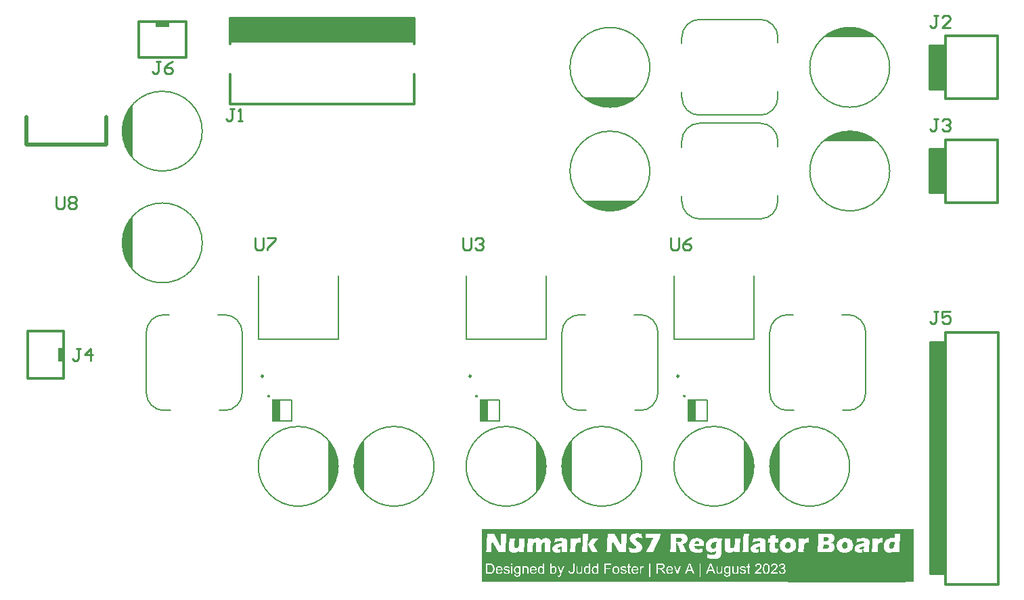
<source format=gbr>
%TF.GenerationSoftware,Altium Limited,Altium Designer,23.5.1 (21)*%
G04 Layer_Color=65535*
%FSLAX45Y45*%
%MOMM*%
%TF.SameCoordinates,237DEE5C-C98C-4AD3-A281-37170FB057C8*%
%TF.FilePolarity,Positive*%
%TF.FileFunction,Legend,Top*%
%TF.Part,Single*%
G01*
G75*
%TA.AperFunction,NonConductor*%
%ADD37C,0.25000*%
%ADD38C,0.25400*%
%ADD39C,0.20000*%
%ADD40C,0.30000*%
%ADD41C,0.50000*%
%ADD42R,1.08379X2.69996*%
%ADD43R,1.40583X6.60000*%
%ADD44R,14.79997X2.50583*%
%ADD45R,38.29998X0.50583*%
%ADD46R,23.00000X3.05000*%
%ADD47R,1.90000X28.96001*%
%ADD48R,2.00000X5.40000*%
%ADD49R,0.70000X1.80000*%
%ADD50R,1.80000X0.70000*%
G36*
X4973644Y3029528D02*
X4986801Y3016836D01*
X5071070Y2867611D01*
X5098281Y2741427D01*
X5096327Y2639507D01*
X5065036Y2516311D01*
X5001305Y2401748D01*
X4973644Y2373848D01*
Y3029528D01*
D02*
G37*
G36*
X2526356Y5170472D02*
X2513199Y5183164D01*
X2428930Y5332389D01*
X2401719Y5458573D01*
X2403673Y5560493D01*
X2434964Y5683689D01*
X2498695Y5798252D01*
X2526356Y5826152D01*
X2526356Y5170472D01*
D02*
G37*
G36*
Y6570472D02*
X2513199Y6583164D01*
X2428930Y6732389D01*
X2401719Y6858573D01*
X2403673Y6960493D01*
X2434964Y7083689D01*
X2498695Y7198252D01*
X2526356Y7226152D01*
X2526356Y6570472D01*
D02*
G37*
G36*
X5426356Y2370472D02*
X5413199Y2383164D01*
X5328930Y2532389D01*
X5301719Y2658573D01*
X5303673Y2760493D01*
X5334964Y2883689D01*
X5398695Y2998252D01*
X5426356Y3026152D01*
X5426356Y2370472D01*
D02*
G37*
G36*
X7573644Y3029528D02*
X7586801Y3016836D01*
X7671069Y2867611D01*
X7698281Y2741427D01*
X7696327Y2639507D01*
X7665035Y2516311D01*
X7601305Y2401748D01*
X7573644Y2373848D01*
X7573644Y3029528D01*
D02*
G37*
G36*
X8026356Y2370472D02*
X8013199Y2383164D01*
X7928930Y2532389D01*
X7901719Y2658573D01*
X7903673Y2760493D01*
X7934964Y2883689D01*
X7998695Y2998252D01*
X8026356Y3026152D01*
X8026356Y2370472D01*
D02*
G37*
G36*
X10626356D02*
X10613199Y2383164D01*
X10528930Y2532389D01*
X10501719Y2658573D01*
X10503673Y2760493D01*
X10534964Y2883689D01*
X10598695Y2998252D01*
X10626356Y3026152D01*
X10626356Y2370472D01*
D02*
G37*
G36*
X10173644Y3029528D02*
X10186801Y3016836D01*
X10271070Y2867611D01*
X10298281Y2741427D01*
X10296327Y2639507D01*
X10265036Y2516311D01*
X10201305Y2401748D01*
X10173644Y2373848D01*
Y3029528D01*
D02*
G37*
G36*
X8829528Y6026356D02*
X8816836Y6013199D01*
X8667611Y5928930D01*
X8541427Y5901719D01*
X8439507Y5903673D01*
X8316311Y5934964D01*
X8201748Y5998695D01*
X8173848Y6026356D01*
X8829528Y6026356D01*
D02*
G37*
G36*
Y7326356D02*
X8816836Y7313199D01*
X8667611Y7228930D01*
X8541427Y7201719D01*
X8439507Y7203673D01*
X8316311Y7234964D01*
X8201748Y7298695D01*
X8173848Y7326356D01*
X8829528Y7326356D01*
D02*
G37*
G36*
X11170472Y8073644D02*
X11183164Y8086801D01*
X11332389Y8171070D01*
X11458573Y8198281D01*
X11560493Y8196327D01*
X11683689Y8165036D01*
X11798252Y8101305D01*
X11826152Y8073644D01*
X11170472Y8073644D01*
D02*
G37*
G36*
Y6773644D02*
X11183164Y6786801D01*
X11332389Y6871070D01*
X11458573Y6898281D01*
X11560493Y6896327D01*
X11683689Y6865036D01*
X11798252Y6801305D01*
X11826152Y6773644D01*
X11170472Y6773644D01*
D02*
G37*
G36*
X12183722Y1489924D02*
X10746779D01*
Y1266143D01*
X6900000D01*
Y1489924D01*
Y1910076D01*
X12183722D01*
Y1489924D01*
D02*
G37*
%LPC*%
G36*
X12133722Y1855632D02*
X12127241Y1855447D01*
X12115020D01*
X12112243Y1855262D01*
X12087986D01*
X12082246Y1855447D01*
X12072062D01*
X12069840Y1855632D01*
X12064655D01*
X12064470Y1848966D01*
Y1842670D01*
X12064285Y1836745D01*
X12064100Y1831375D01*
X12063914Y1826191D01*
Y1821562D01*
X12063729Y1817303D01*
X12063544Y1813414D01*
X12063359Y1810081D01*
X12063174Y1807119D01*
Y1804526D01*
X12062989Y1802489D01*
Y1800823D01*
X12062803Y1799712D01*
Y1798971D01*
Y1798786D01*
X12055952Y1799712D01*
X12049657Y1800267D01*
X12046694Y1800453D01*
X12044102Y1800823D01*
X12041509Y1801008D01*
X12039102D01*
X12037065Y1801193D01*
X12035214D01*
X12033547Y1801378D01*
X12029659D01*
X12021882Y1801193D01*
X12014475Y1800638D01*
X12010957Y1800082D01*
X12007809Y1799712D01*
X12004661Y1799156D01*
X12001884Y1798786D01*
X11999291Y1798231D01*
X11996884Y1797675D01*
X11995033Y1797305D01*
X11993181Y1796934D01*
X11991885Y1796564D01*
X11990959Y1796194D01*
X11990218Y1796009D01*
X11990033D01*
X11983367Y1793787D01*
X11977072Y1791009D01*
X11971517Y1788046D01*
X11969109Y1786565D01*
X11966702Y1785269D01*
X11964480Y1783788D01*
X11962629Y1782491D01*
X11960962Y1781380D01*
X11959666Y1780269D01*
X11958555Y1779344D01*
X11957814Y1778788D01*
X11957259Y1778418D01*
X11957074Y1778233D01*
X11954481Y1775826D01*
X11951889Y1773048D01*
X11947260Y1767493D01*
X11943186Y1761753D01*
X11939668Y1756198D01*
X11938372Y1753606D01*
X11937076Y1751198D01*
X11935965Y1749162D01*
X11935039Y1747310D01*
X11934298Y1745643D01*
X11933743Y1744532D01*
X11933558Y1743792D01*
X11933372Y1743607D01*
X11931891Y1739533D01*
X11930410Y1735459D01*
X11928188Y1727312D01*
X11926706Y1719720D01*
X11926151Y1716202D01*
X11925595Y1712869D01*
X11925225Y1709906D01*
X11925040Y1707129D01*
X11924670Y1704722D01*
Y1702500D01*
X11924484Y1700833D01*
Y1698611D01*
X11924670Y1692686D01*
X11925225Y1686946D01*
X11925966Y1681576D01*
X11926521Y1679169D01*
X11926892Y1676947D01*
X11927262Y1674910D01*
X11927817Y1673058D01*
X11928188Y1671392D01*
X11928558Y1669911D01*
X11928928Y1668800D01*
X11929114Y1668059D01*
X11929299Y1667503D01*
Y1667318D01*
X11931336Y1661948D01*
X11933743Y1656949D01*
X11936335Y1652505D01*
X11938742Y1648616D01*
X11939853Y1646950D01*
X11940964Y1645469D01*
X11941890Y1644172D01*
X11942631Y1643247D01*
X11943371Y1642321D01*
X11943927Y1641765D01*
X11944112Y1641395D01*
X11944297Y1641210D01*
X11948186Y1637321D01*
X11952444Y1633988D01*
X11956518Y1631026D01*
X11960221Y1628619D01*
X11963554Y1626767D01*
X11965036Y1626026D01*
X11966147Y1625471D01*
X11967258Y1624915D01*
X11967998Y1624730D01*
X11968369Y1624360D01*
X11968554D01*
X11973924Y1622323D01*
X11979294Y1621027D01*
X11984478Y1619916D01*
X11989293Y1619175D01*
X11991329Y1618990D01*
X11993366Y1618805D01*
X11995033Y1618620D01*
X11996514D01*
X11997625Y1618434D01*
X11999291D01*
X12002810Y1618620D01*
X12006143Y1618805D01*
X12009290Y1619175D01*
X12012068Y1619545D01*
X12014290Y1619916D01*
X12016142Y1620286D01*
X12017253Y1620656D01*
X12017623D01*
X12020956Y1621397D01*
X12024104Y1622323D01*
X12026881Y1623249D01*
X12029474Y1624175D01*
X12031510Y1624915D01*
X12033177Y1625656D01*
X12034103Y1626026D01*
X12034473Y1626211D01*
X12037251Y1627693D01*
X12039658Y1628989D01*
X12041880Y1630285D01*
X12043731Y1631396D01*
X12045213Y1632322D01*
X12046138Y1633063D01*
X12046879Y1633618D01*
X12047064Y1633803D01*
X12048916Y1635470D01*
X12050953Y1637136D01*
X12052990Y1638988D01*
X12054841Y1640654D01*
X12056323Y1642136D01*
X12057619Y1643247D01*
X12058359Y1643987D01*
X12058730Y1644358D01*
X12057804Y1622878D01*
X12064840D01*
X12071136Y1623064D01*
X12110391D01*
X12112613Y1622878D01*
X12121131D01*
Y1626397D01*
Y1630100D01*
X12121316Y1637877D01*
X12121501Y1646394D01*
X12121686Y1655097D01*
X12122057Y1664170D01*
X12122242Y1673244D01*
X12122612Y1682317D01*
X12122982Y1691019D01*
X12123353Y1699167D01*
X12123538Y1703240D01*
X12123723Y1706944D01*
X12123908Y1710462D01*
Y1713980D01*
X12124093Y1717128D01*
X12124279Y1719905D01*
X12124464Y1722683D01*
Y1724905D01*
X12124649Y1726942D01*
Y1728793D01*
X12124834Y1730090D01*
Y1731200D01*
Y1731756D01*
Y1731941D01*
X12125575Y1745273D01*
X12126315Y1758235D01*
X12127056Y1770456D01*
X12127797Y1782121D01*
X12128537Y1793046D01*
X12128908Y1798231D01*
X12129278Y1803230D01*
X12129648Y1807859D01*
X12130019Y1812488D01*
X12130389Y1816932D01*
X12130759Y1821191D01*
X12131130Y1825080D01*
X12131315Y1828968D01*
X12131685Y1832486D01*
X12131870Y1835819D01*
X12132241Y1838782D01*
X12132426Y1841559D01*
X12132611Y1844152D01*
X12132796Y1846559D01*
X12133166Y1848596D01*
Y1850447D01*
X12133352Y1852114D01*
X12133537Y1853225D01*
Y1854336D01*
X12133722Y1855077D01*
Y1855632D01*
D02*
G37*
G36*
X10242251D02*
X10235400Y1855447D01*
X10222994D01*
X10220402Y1855262D01*
X10197256D01*
X10191331Y1855447D01*
X10180406D01*
X10178184Y1855632D01*
X10172259D01*
X10170407Y1786935D01*
X10163741Y1659541D01*
X10160778Y1622878D01*
X10230586D01*
X10231882Y1674355D01*
X10238178Y1803230D01*
X10242251Y1855632D01*
D02*
G37*
G36*
X8713336D02*
X8708336D01*
X8703892Y1855447D01*
X8690560D01*
X8688153Y1855262D01*
X8669266D01*
X8663711Y1855447D01*
X8653527D01*
X8651490Y1855632D01*
X8646306D01*
Y1853780D01*
Y1851558D01*
Y1846929D01*
X8646120Y1841745D01*
X8645935Y1836004D01*
X8645750Y1830264D01*
Y1824339D01*
X8645565Y1818229D01*
X8645380Y1812303D01*
X8645195Y1806748D01*
X8645009Y1801378D01*
X8644824Y1796564D01*
X8644639Y1792305D01*
X8644454Y1790454D01*
Y1788972D01*
Y1787491D01*
Y1786195D01*
X8644269Y1785269D01*
Y1784528D01*
Y1784158D01*
Y1783973D01*
X8643898Y1774529D01*
X8643528Y1765641D01*
X8643158Y1757309D01*
X8642787Y1749717D01*
X8642417Y1742496D01*
X8642232Y1735830D01*
X8641862Y1729904D01*
X8641491Y1724535D01*
X8641306Y1719720D01*
X8641121Y1715461D01*
X8640936Y1711943D01*
X8640751Y1708981D01*
X8640565Y1706759D01*
X8640380Y1705092D01*
Y1704166D01*
Y1703796D01*
X8630381Y1723238D01*
X8557426Y1855632D01*
X8552612D01*
X8548168Y1855447D01*
X8532984D01*
X8530021Y1855262D01*
X8500765D01*
X8492988Y1855447D01*
X8479471D01*
X8476693Y1855632D01*
X8470028D01*
Y1828968D01*
X8467991Y1780084D01*
X8461510Y1658615D01*
X8458177Y1622878D01*
X8470953D01*
X8474471Y1623064D01*
X8513542D01*
X8515949Y1622878D01*
X8525392D01*
X8527059Y1690834D01*
X8530577Y1771752D01*
X8533725Y1765641D01*
X8536687Y1759901D01*
X8539280Y1754902D01*
X8540576Y1752495D01*
X8541687Y1750273D01*
X8542798Y1748421D01*
X8543724Y1746569D01*
X8544649Y1745088D01*
X8545390Y1743792D01*
X8545946Y1742681D01*
X8546316Y1741940D01*
X8546686Y1741570D01*
Y1741385D01*
X8551315Y1733237D01*
X8555759Y1725090D01*
X8560203Y1717313D01*
X8562240Y1713795D01*
X8564277Y1710277D01*
X8566129Y1707129D01*
X8567795Y1704351D01*
X8569091Y1701944D01*
X8570387Y1699722D01*
X8571498Y1698056D01*
X8572239Y1696760D01*
X8572609Y1696019D01*
X8572795Y1695649D01*
X8601495Y1646950D01*
X8602421Y1645469D01*
X8603347Y1643802D01*
X8605384Y1640099D01*
X8607606Y1636025D01*
X8609643Y1632137D01*
X8611679Y1628619D01*
X8612420Y1626952D01*
X8613161Y1625656D01*
X8613716Y1624545D01*
X8614272Y1623619D01*
X8614457Y1623064D01*
X8614642Y1622878D01*
X8629270D01*
X8633529Y1623064D01*
X8687042D01*
X8690005Y1622878D01*
X8700559D01*
X8701485Y1663615D01*
X8709077Y1804711D01*
X8713336Y1855632D01*
D02*
G37*
G36*
X8228756D02*
X8221905Y1855447D01*
X8210054D01*
X8207462Y1855262D01*
X8185242D01*
X8179317Y1855447D01*
X8168207D01*
X8165985Y1855632D01*
X8160060D01*
Y1845078D01*
X8159874Y1834708D01*
Y1829894D01*
Y1825080D01*
X8159689Y1820451D01*
Y1816192D01*
Y1812303D01*
X8159504Y1808600D01*
Y1805452D01*
Y1802860D01*
X8159319Y1800638D01*
Y1798971D01*
Y1798045D01*
Y1797675D01*
X8159134Y1788232D01*
X8158949Y1778973D01*
X8158763Y1774529D01*
X8158578Y1770085D01*
Y1766012D01*
X8158393Y1762123D01*
X8158208Y1758605D01*
X8158023Y1755272D01*
Y1752309D01*
X8157838Y1749902D01*
Y1748051D01*
X8157652Y1746569D01*
Y1745643D01*
Y1745273D01*
X8155801Y1704722D01*
X8155616Y1699537D01*
X8155245Y1694723D01*
X8155060Y1690094D01*
X8154875Y1685650D01*
X8154690Y1681576D01*
X8154505Y1677688D01*
X8154134Y1674169D01*
X8153949Y1671022D01*
X8153764Y1668059D01*
Y1665652D01*
X8153579Y1663430D01*
X8153394Y1661578D01*
Y1660097D01*
X8153208Y1659171D01*
Y1658430D01*
Y1658245D01*
X8153023Y1655653D01*
X8152838Y1652875D01*
X8152283Y1646950D01*
X8151727Y1641025D01*
X8151172Y1635470D01*
X8150801Y1632877D01*
X8150616Y1630470D01*
X8150431Y1628248D01*
X8150246Y1626397D01*
X8150061Y1624915D01*
Y1623804D01*
X8149875Y1623064D01*
Y1622878D01*
X8156912D01*
X8163578Y1623064D01*
X8206721D01*
X8209129Y1622878D01*
X8218387D01*
Y1633433D01*
X8218572Y1643987D01*
X8218757Y1654727D01*
X8218942Y1665281D01*
X8219128Y1675651D01*
X8219313Y1685650D01*
X8219683Y1695278D01*
X8220053Y1704537D01*
Y1708795D01*
X8220239Y1712869D01*
X8220424Y1716943D01*
X8220609Y1720646D01*
Y1724164D01*
X8220794Y1727497D01*
X8220979Y1730460D01*
Y1733237D01*
X8221164Y1735830D01*
Y1738052D01*
X8221350Y1739903D01*
Y1741570D01*
X8221535Y1742866D01*
Y1743792D01*
Y1744347D01*
Y1744532D01*
X8222090Y1756753D01*
X8222831Y1768419D01*
X8223386Y1779344D01*
X8224127Y1789898D01*
X8224683Y1799712D01*
X8225238Y1808785D01*
X8225608Y1813044D01*
X8225794Y1817303D01*
X8226164Y1821191D01*
X8226349Y1824894D01*
X8226719Y1828413D01*
X8226905Y1831931D01*
X8227090Y1835079D01*
X8227275Y1838041D01*
X8227645Y1840634D01*
X8227830Y1843226D01*
X8228016Y1845448D01*
Y1847670D01*
X8228201Y1849522D01*
X8228386Y1851003D01*
X8228571Y1852484D01*
Y1853595D01*
Y1854521D01*
X8228756Y1855077D01*
Y1855447D01*
Y1855632D01*
D02*
G37*
G36*
X7205159D02*
X7200159D01*
X7195715Y1855447D01*
X7182383D01*
X7179976Y1855262D01*
X7161089D01*
X7155534Y1855447D01*
X7145350D01*
X7143313Y1855632D01*
X7138128D01*
Y1853780D01*
Y1851558D01*
Y1846929D01*
X7137943Y1841745D01*
X7137758Y1836004D01*
X7137573Y1830264D01*
Y1824339D01*
X7137388Y1818229D01*
X7137203Y1812303D01*
X7137017Y1806748D01*
X7136832Y1801378D01*
X7136647Y1796564D01*
X7136462Y1792305D01*
X7136277Y1790454D01*
Y1788972D01*
Y1787491D01*
Y1786195D01*
X7136092Y1785269D01*
Y1784528D01*
Y1784158D01*
Y1783973D01*
X7135721Y1774529D01*
X7135351Y1765641D01*
X7134981Y1757309D01*
X7134610Y1749717D01*
X7134240Y1742496D01*
X7134055Y1735830D01*
X7133684Y1729904D01*
X7133314Y1724535D01*
X7133129Y1719720D01*
X7132944Y1715461D01*
X7132759Y1711943D01*
X7132573Y1708981D01*
X7132388Y1706759D01*
X7132203Y1705092D01*
Y1704166D01*
Y1703796D01*
X7122204Y1723238D01*
X7049249Y1855632D01*
X7044434D01*
X7039990Y1855447D01*
X7024807D01*
X7021844Y1855262D01*
X6992588D01*
X6984811Y1855447D01*
X6971294D01*
X6968516Y1855632D01*
X6961850D01*
Y1828968D01*
X6959814Y1780084D01*
X6953333Y1658615D01*
X6950000Y1622878D01*
X6962776D01*
X6966294Y1623064D01*
X7005364D01*
X7007772Y1622878D01*
X7017215D01*
X7018882Y1690834D01*
X7022400Y1771752D01*
X7025548Y1765641D01*
X7028510Y1759901D01*
X7031103Y1754902D01*
X7032399Y1752495D01*
X7033510Y1750273D01*
X7034621Y1748421D01*
X7035547Y1746569D01*
X7036472Y1745088D01*
X7037213Y1743792D01*
X7037768Y1742681D01*
X7038139Y1741940D01*
X7038509Y1741570D01*
Y1741385D01*
X7043138Y1733237D01*
X7047582Y1725090D01*
X7052026Y1717313D01*
X7054063Y1713795D01*
X7056100Y1710277D01*
X7057952Y1707129D01*
X7059618Y1704351D01*
X7060914Y1701944D01*
X7062210Y1699722D01*
X7063321Y1698056D01*
X7064062Y1696760D01*
X7064432Y1696019D01*
X7064618Y1695649D01*
X7093318Y1646950D01*
X7094244Y1645469D01*
X7095170Y1643802D01*
X7097207Y1640099D01*
X7099429Y1636025D01*
X7101466Y1632137D01*
X7103502Y1628619D01*
X7104243Y1626952D01*
X7104984Y1625656D01*
X7105539Y1624545D01*
X7106095Y1623619D01*
X7106280Y1623064D01*
X7106465Y1622878D01*
X7121093D01*
X7125352Y1623064D01*
X7178865D01*
X7181828Y1622878D01*
X7192382D01*
X7193308Y1663615D01*
X7200900Y1804711D01*
X7205159Y1855632D01*
D02*
G37*
G36*
X11236778Y1856558D02*
X11220483D01*
X11213262Y1856373D01*
X11206225D01*
X11202707Y1856188D01*
X11196412D01*
X11193634Y1856002D01*
X11189005D01*
X11187339Y1855817D01*
X11184931D01*
X11176043Y1855632D01*
X11171785Y1855447D01*
X11167896D01*
X11164008Y1855262D01*
X11154194D01*
X11151416Y1855077D01*
X11136418D01*
X11130493Y1855262D01*
X11124567D01*
X11118827Y1855447D01*
X11111420D01*
X11109384Y1855632D01*
X11105680D01*
Y1850818D01*
X11105866Y1846559D01*
Y1842856D01*
Y1839893D01*
Y1837486D01*
Y1835819D01*
Y1834708D01*
Y1834338D01*
Y1830079D01*
Y1825265D01*
X11105680Y1819895D01*
Y1814340D01*
X11105495Y1808415D01*
X11105310Y1802304D01*
X11105125Y1796379D01*
Y1790454D01*
X11104940Y1784899D01*
X11104755Y1779529D01*
X11104569Y1774715D01*
X11104384Y1770641D01*
Y1768789D01*
Y1767123D01*
Y1765827D01*
X11104199Y1764530D01*
Y1763605D01*
Y1762864D01*
Y1762494D01*
Y1762308D01*
X11104014Y1753050D01*
X11103644Y1744162D01*
X11103273Y1735830D01*
X11103088Y1728238D01*
X11102718Y1721016D01*
X11102533Y1714350D01*
X11102162Y1708240D01*
X11101977Y1702870D01*
X11101792Y1698056D01*
X11101607Y1693797D01*
X11101422Y1690094D01*
X11101236Y1687131D01*
X11101051Y1684909D01*
X11100866Y1683057D01*
Y1682132D01*
Y1681761D01*
X11100681Y1677502D01*
X11100311Y1673058D01*
X11099940Y1668429D01*
X11099755Y1663430D01*
X11098829Y1653616D01*
X11098459Y1648987D01*
X11098089Y1644358D01*
X11097718Y1639914D01*
X11097348Y1635840D01*
X11097163Y1632137D01*
X11096792Y1628989D01*
X11096607Y1626397D01*
X11096422Y1624545D01*
Y1623804D01*
X11096237Y1623249D01*
Y1622878D01*
X11188264D01*
X11192894Y1623064D01*
X11205114D01*
X11208633Y1623249D01*
X11217335D01*
X11219557Y1623434D01*
X11223631D01*
X11227890Y1623619D01*
X11231778Y1623804D01*
X11235297Y1623989D01*
X11238630D01*
X11241592Y1624175D01*
X11244185Y1624360D01*
X11246592Y1624545D01*
X11248629Y1624730D01*
X11250480Y1624915D01*
X11251961Y1625100D01*
X11253258D01*
X11254369Y1625286D01*
X11255109D01*
X11255665Y1625471D01*
X11256035D01*
X11260109Y1626211D01*
X11263997Y1627322D01*
X11267515Y1628433D01*
X11270848Y1629544D01*
X11273441Y1630655D01*
X11274552Y1631026D01*
X11275478Y1631581D01*
X11276218Y1631766D01*
X11276959Y1632137D01*
X11277144Y1632322D01*
X11277329D01*
X11281033Y1634359D01*
X11284366Y1636210D01*
X11287143Y1638247D01*
X11289735Y1640099D01*
X11291587Y1641765D01*
X11293068Y1643061D01*
X11293809Y1643802D01*
X11294179Y1644172D01*
X11296957Y1647505D01*
X11299179Y1650838D01*
X11301216Y1653986D01*
X11302882Y1657134D01*
X11304363Y1659726D01*
X11305289Y1661948D01*
X11305660Y1662689D01*
X11305845Y1663245D01*
X11306030Y1663615D01*
Y1663800D01*
X11307511Y1668244D01*
X11308622Y1672503D01*
X11309363Y1676577D01*
X11309918Y1680280D01*
X11310289Y1683613D01*
Y1684909D01*
X11310474Y1686020D01*
Y1688242D01*
X11310289Y1691760D01*
X11310104Y1695093D01*
X11309733Y1698056D01*
X11309178Y1700648D01*
X11308622Y1702870D01*
X11308252Y1704537D01*
X11308067Y1705648D01*
X11307882Y1706018D01*
X11306956Y1709166D01*
X11305660Y1711943D01*
X11304549Y1714536D01*
X11303252Y1716758D01*
X11302141Y1718609D01*
X11301216Y1720091D01*
X11300660Y1720831D01*
X11300475Y1721202D01*
X11298623Y1723609D01*
X11296586Y1725831D01*
X11294735Y1727682D01*
X11292883Y1729349D01*
X11291402Y1730645D01*
X11290291Y1731571D01*
X11289550Y1732126D01*
X11289180Y1732311D01*
X11286958Y1733793D01*
X11284736Y1735089D01*
X11282884Y1736200D01*
X11281033Y1737126D01*
X11279551Y1737866D01*
X11278440Y1738237D01*
X11277700Y1738607D01*
X11277514D01*
X11275292Y1739348D01*
X11273070Y1740088D01*
X11270663Y1740644D01*
X11268441Y1741199D01*
X11266404Y1741755D01*
X11264738Y1741940D01*
X11263627Y1742310D01*
X11263257D01*
X11266404Y1743236D01*
X11269182Y1744162D01*
X11271589Y1745088D01*
X11273811Y1745829D01*
X11275292Y1746384D01*
X11276589Y1746940D01*
X11277329Y1747125D01*
X11277514Y1747310D01*
X11279551Y1748421D01*
X11281403Y1749532D01*
X11283255Y1750828D01*
X11284921Y1751939D01*
X11286402Y1752865D01*
X11287513Y1753791D01*
X11288254Y1754346D01*
X11288439Y1754531D01*
X11290476Y1756383D01*
X11292513Y1758235D01*
X11294179Y1760272D01*
X11295661Y1761938D01*
X11296957Y1763605D01*
X11297883Y1764901D01*
X11298438Y1765641D01*
X11298623Y1766012D01*
X11300290Y1768789D01*
X11301771Y1771382D01*
X11302882Y1774159D01*
X11303808Y1776566D01*
X11304734Y1778603D01*
X11305289Y1780269D01*
X11305474Y1781380D01*
X11305660Y1781566D01*
Y1781751D01*
X11306585Y1785084D01*
X11307141Y1788417D01*
X11307696Y1791565D01*
X11307882Y1794527D01*
X11308067Y1796934D01*
X11308252Y1798786D01*
Y1799527D01*
Y1800082D01*
Y1800267D01*
Y1800453D01*
X11308067Y1805082D01*
X11307511Y1809341D01*
X11306956Y1813229D01*
X11306215Y1816747D01*
X11305289Y1819710D01*
X11304919Y1820821D01*
X11304734Y1821932D01*
X11304363Y1822673D01*
X11304178Y1823228D01*
X11303993Y1823598D01*
Y1823784D01*
X11302512Y1827302D01*
X11300660Y1830449D01*
X11298994Y1833227D01*
X11297327Y1835634D01*
X11295846Y1837671D01*
X11294550Y1838967D01*
X11293809Y1839893D01*
X11293439Y1840263D01*
X11291032Y1842300D01*
X11288624Y1844152D01*
X11286217Y1845818D01*
X11283810Y1847300D01*
X11281773Y1848411D01*
X11280107Y1849151D01*
X11278996Y1849707D01*
X11278811Y1849892D01*
X11278625D01*
X11275107Y1851188D01*
X11271589Y1852484D01*
X11268071Y1853410D01*
X11264923Y1854151D01*
X11261960Y1854706D01*
X11260849Y1854891D01*
X11259738Y1855077D01*
X11258813Y1855262D01*
X11258257Y1855447D01*
X11257702D01*
X11255850Y1855632D01*
X11253813Y1855817D01*
X11251591Y1856002D01*
X11249184Y1856188D01*
X11244185Y1856373D01*
X11239185D01*
X11236778Y1856558D01*
D02*
G37*
G36*
X9376600D02*
X9361787D01*
X9354936Y1856373D01*
X9348455D01*
X9345492Y1856188D01*
X9340123D01*
X9337715Y1856002D01*
X9333827D01*
X9332346Y1855817D01*
X9330494D01*
X9323458Y1855632D01*
X9317162Y1855447D01*
X9314199Y1855262D01*
X9306607D01*
X9304571Y1855077D01*
X9292165D01*
X9286424Y1855262D01*
X9280684D01*
X9275129Y1855447D01*
X9268278D01*
X9266426Y1855632D01*
X9262908D01*
Y1851558D01*
Y1847300D01*
Y1842670D01*
X9262723Y1838041D01*
Y1828783D01*
X9262538Y1824154D01*
Y1819710D01*
Y1815636D01*
X9262353Y1811748D01*
Y1808415D01*
Y1805267D01*
X9262168Y1802860D01*
Y1801008D01*
Y1800453D01*
Y1799897D01*
Y1799712D01*
Y1799527D01*
X9261982Y1786565D01*
X9261797Y1780269D01*
X9261612Y1774159D01*
X9261427Y1768419D01*
X9261242Y1762864D01*
X9261057Y1757679D01*
X9260871Y1752865D01*
Y1748421D01*
X9260686Y1744347D01*
X9260501Y1741014D01*
X9260316Y1738052D01*
Y1735644D01*
X9260131Y1733978D01*
Y1732867D01*
Y1732682D01*
Y1732497D01*
X9259946Y1726571D01*
X9259575Y1721016D01*
X9259390Y1715647D01*
X9259020Y1710462D01*
X9258835Y1705462D01*
X9258650Y1701018D01*
X9258279Y1696760D01*
X9258094Y1692686D01*
X9257909Y1689168D01*
X9257724Y1686020D01*
X9257539Y1683243D01*
X9257353Y1681021D01*
X9257168Y1679169D01*
X9256983Y1677873D01*
Y1677132D01*
Y1676762D01*
X9256242Y1667503D01*
X9255502Y1658245D01*
X9254576Y1649172D01*
X9254206Y1644913D01*
X9253835Y1640839D01*
X9253465Y1637136D01*
X9253095Y1633618D01*
X9252724Y1630655D01*
X9252539Y1627878D01*
X9252354Y1625841D01*
X9252169Y1624175D01*
X9251984Y1623249D01*
Y1622878D01*
X9264760D01*
X9268463Y1623064D01*
X9309200D01*
X9312348Y1622878D01*
X9324569D01*
X9324754Y1641025D01*
X9324939Y1649913D01*
X9325124Y1658615D01*
X9325309Y1667133D01*
X9325494Y1675280D01*
X9325680Y1683057D01*
X9325865Y1690279D01*
X9326050Y1696945D01*
X9326235Y1703055D01*
Y1705648D01*
X9326420Y1708240D01*
Y1710647D01*
X9326605Y1712869D01*
Y1714721D01*
Y1716387D01*
Y1717869D01*
X9326791Y1719165D01*
Y1720091D01*
Y1720831D01*
Y1721202D01*
Y1721387D01*
X9327161Y1730645D01*
X9327531Y1739533D01*
X9327716Y1748051D01*
X9328087Y1756013D01*
X9328457Y1763419D01*
X9328827Y1770456D01*
X9329013Y1776937D01*
X9329383Y1783047D01*
X9329568Y1788232D01*
X9329938Y1793046D01*
X9330124Y1797120D01*
X9330309Y1800453D01*
X9330494Y1803230D01*
Y1804341D01*
Y1805082D01*
X9330679Y1805822D01*
Y1806378D01*
Y1806563D01*
Y1806748D01*
X9333827D01*
X9336604Y1806933D01*
X9341234D01*
X9343085Y1807119D01*
X9345492D01*
X9350122Y1807304D01*
X9352343Y1807489D01*
X9361046D01*
X9364009Y1807304D01*
X9366786D01*
X9369379Y1807119D01*
X9371786Y1806933D01*
X9373823Y1806563D01*
X9375674Y1806378D01*
X9377526Y1806193D01*
X9379007Y1805822D01*
X9380304Y1805637D01*
X9381415Y1805452D01*
X9382340Y1805082D01*
X9382896Y1804897D01*
X9383451D01*
X9383822Y1804711D01*
X9386784Y1803600D01*
X9389377Y1802304D01*
X9391414Y1800823D01*
X9393265Y1799527D01*
X9394561Y1798231D01*
X9395487Y1797305D01*
X9396043Y1796564D01*
X9396228Y1796379D01*
X9397524Y1794157D01*
X9398635Y1792120D01*
X9399376Y1789898D01*
X9399746Y1787861D01*
X9400116Y1786195D01*
X9400301Y1784899D01*
Y1783973D01*
Y1783602D01*
X9400116Y1780455D01*
X9399561Y1777307D01*
X9398635Y1774529D01*
X9397709Y1771937D01*
X9396598Y1769900D01*
X9395858Y1768234D01*
X9395117Y1767308D01*
X9394932Y1767123D01*
Y1766938D01*
X9392710Y1764160D01*
X9390303Y1761938D01*
X9387710Y1759901D01*
X9385303Y1758235D01*
X9383081Y1757124D01*
X9381229Y1756198D01*
X9380489Y1755828D01*
X9379933Y1755642D01*
X9379748Y1755457D01*
X9379563D01*
X9375674Y1754161D01*
X9371786Y1753235D01*
X9368083Y1752680D01*
X9364564Y1752309D01*
X9361602Y1751939D01*
X9360306D01*
X9359195Y1751754D01*
X9353825D01*
X9350492Y1751939D01*
X9347529Y1752309D01*
X9344752Y1752680D01*
X9342345Y1752865D01*
X9340678Y1753235D01*
X9339937D01*
X9339382Y1753420D01*
X9339012D01*
X9356602Y1705092D01*
X9358084Y1701204D01*
X9359380Y1697315D01*
X9360676Y1693797D01*
X9361787Y1690649D01*
X9362898Y1687501D01*
X9363824Y1684724D01*
X9364750Y1682317D01*
X9365675Y1679910D01*
X9366231Y1677873D01*
X9366972Y1676206D01*
X9367527Y1674725D01*
X9367897Y1673429D01*
X9368268Y1672503D01*
X9368453Y1671762D01*
X9368638Y1671392D01*
Y1671207D01*
X9369379Y1668985D01*
X9370305Y1666392D01*
X9371045Y1663800D01*
X9371971Y1661393D01*
X9372527Y1659171D01*
X9373082Y1657319D01*
X9373267Y1656579D01*
X9373452Y1656023D01*
X9373638Y1655838D01*
Y1655653D01*
X9374934Y1651394D01*
X9376045Y1647320D01*
X9377156Y1643617D01*
X9378082Y1640469D01*
X9379007Y1637321D01*
X9379933Y1634729D01*
X9380489Y1632322D01*
X9381229Y1630285D01*
X9381785Y1628433D01*
X9382155Y1626952D01*
X9382526Y1625656D01*
X9382896Y1624545D01*
X9383081Y1623804D01*
X9383266Y1623249D01*
X9383451Y1623064D01*
Y1622878D01*
X9397524D01*
X9401598Y1623064D01*
X9446223D01*
X9449370Y1622878D01*
X9461591D01*
X9460110Y1626211D01*
X9458999Y1628804D01*
X9458073Y1631026D01*
X9457333Y1632877D01*
X9456777Y1634174D01*
X9456407Y1634914D01*
X9456036Y1635470D01*
Y1635655D01*
X9433261Y1685464D01*
X9431780Y1688983D01*
X9430298Y1692316D01*
X9428817Y1695463D01*
X9427706Y1698241D01*
X9426780Y1700648D01*
X9426040Y1702500D01*
X9425669Y1703055D01*
X9425484Y1703611D01*
X9425299Y1703796D01*
Y1703981D01*
X9416411Y1725646D01*
X9422521Y1728053D01*
X9425114Y1729164D01*
X9427706Y1730460D01*
X9430113Y1731571D01*
X9432335Y1732682D01*
X9434187Y1733608D01*
X9436039Y1734533D01*
X9437705Y1735459D01*
X9439001Y1736200D01*
X9440112Y1736941D01*
X9441223Y1737496D01*
X9441964Y1738052D01*
X9442519Y1738237D01*
X9442705Y1738607D01*
X9442890D01*
X9446223Y1741199D01*
X9449370Y1743792D01*
X9451963Y1746199D01*
X9454185Y1748606D01*
X9456036Y1750643D01*
X9457333Y1752309D01*
X9458258Y1753420D01*
X9458444Y1753606D01*
Y1753791D01*
X9460666Y1757124D01*
X9462517Y1760457D01*
X9464184Y1763605D01*
X9465480Y1766382D01*
X9466406Y1768789D01*
X9467146Y1770826D01*
X9467332Y1771567D01*
X9467517Y1772122D01*
X9467702Y1772307D01*
Y1772493D01*
X9468628Y1776381D01*
X9469368Y1780084D01*
X9469924Y1783602D01*
X9470294Y1786935D01*
X9470479Y1789898D01*
X9470665Y1791009D01*
Y1793972D01*
X9470479Y1797675D01*
X9470294Y1801193D01*
X9469739Y1804526D01*
X9469368Y1807304D01*
X9468813Y1809711D01*
X9468257Y1811563D01*
X9468072Y1812118D01*
Y1812674D01*
X9467887Y1812859D01*
Y1813044D01*
X9466776Y1816377D01*
X9465665Y1819340D01*
X9464369Y1821932D01*
X9463258Y1824339D01*
X9462147Y1826191D01*
X9461221Y1827672D01*
X9460666Y1828413D01*
X9460480Y1828783D01*
X9458629Y1831190D01*
X9456592Y1833412D01*
X9454555Y1835449D01*
X9452703Y1837301D01*
X9451037Y1838782D01*
X9449741Y1839893D01*
X9448815Y1840634D01*
X9448445Y1840819D01*
X9445667Y1842670D01*
X9442705Y1844522D01*
X9439742Y1846003D01*
X9436964Y1847300D01*
X9434557Y1848411D01*
X9432706Y1849151D01*
X9431965Y1849522D01*
X9431409Y1849707D01*
X9431039Y1849892D01*
X9430854D01*
X9426965Y1851188D01*
X9422892Y1852299D01*
X9419003Y1853040D01*
X9415485Y1853780D01*
X9412337Y1854336D01*
X9411041Y1854521D01*
X9409930Y1854706D01*
X9409004D01*
X9408264Y1854891D01*
X9407708D01*
X9401227Y1855447D01*
X9394376Y1855817D01*
X9387895Y1856188D01*
X9384748D01*
X9381970Y1856373D01*
X9379193D01*
X9376600Y1856558D01*
D02*
G37*
G36*
X8839063Y1860076D02*
X8836101D01*
X8830546Y1859891D01*
X8825361Y1859706D01*
X8820547Y1859335D01*
X8816288Y1858965D01*
X8814251Y1858595D01*
X8812585Y1858410D01*
X8811103Y1858224D01*
X8809807Y1858039D01*
X8808696Y1857854D01*
X8807955D01*
X8807585Y1857669D01*
X8807400D01*
X8802400Y1856743D01*
X8797586Y1855447D01*
X8793142Y1853966D01*
X8789254Y1852484D01*
X8787587Y1851744D01*
X8786106Y1851188D01*
X8784810Y1850633D01*
X8783699Y1850077D01*
X8782773Y1849522D01*
X8782032Y1849336D01*
X8781662Y1848966D01*
X8781477D01*
X8777218Y1846559D01*
X8773329Y1843967D01*
X8769996Y1841374D01*
X8767219Y1839152D01*
X8764997Y1837115D01*
X8763330Y1835449D01*
X8762405Y1834338D01*
X8762034Y1834153D01*
Y1833968D01*
X8759442Y1830820D01*
X8757220Y1827487D01*
X8755368Y1824339D01*
X8753887Y1821562D01*
X8752591Y1819154D01*
X8751850Y1817118D01*
X8751480Y1816377D01*
X8751295Y1815821D01*
X8751109Y1815636D01*
Y1815451D01*
X8749999Y1811748D01*
X8749073Y1808044D01*
X8748517Y1804526D01*
X8747962Y1801564D01*
X8747777Y1798971D01*
X8747591Y1796934D01*
Y1796194D01*
Y1795638D01*
Y1795268D01*
Y1795083D01*
X8747777Y1791935D01*
X8747962Y1788787D01*
X8748332Y1786010D01*
X8748702Y1783602D01*
X8749073Y1781566D01*
X8749443Y1779899D01*
X8749813Y1778973D01*
Y1778603D01*
X8750739Y1775640D01*
X8751850Y1772863D01*
X8753146Y1770271D01*
X8754257Y1768049D01*
X8755368Y1766012D01*
X8756294Y1764530D01*
X8756850Y1763605D01*
X8757035Y1763234D01*
X8759072Y1760457D01*
X8761479Y1757679D01*
X8763886Y1754902D01*
X8766108Y1752495D01*
X8768145Y1750273D01*
X8769811Y1748606D01*
X8770922Y1747495D01*
X8771107Y1747310D01*
X8771293Y1747125D01*
X8773329Y1745273D01*
X8775551Y1743236D01*
X8778144Y1740829D01*
X8780921Y1738607D01*
X8783143Y1736570D01*
X8785180Y1734904D01*
X8785921Y1734163D01*
X8786476Y1733608D01*
X8786847Y1733422D01*
X8787032Y1733237D01*
X8819065Y1705277D01*
X8820732Y1703796D01*
X8822028Y1702500D01*
X8823139Y1701204D01*
X8824250Y1700278D01*
X8824991Y1699352D01*
X8825546Y1698611D01*
X8825731Y1698241D01*
X8825917Y1698056D01*
X8827398Y1695649D01*
X8828509Y1693797D01*
X8828879Y1693056D01*
X8829064Y1692686D01*
X8829250Y1692316D01*
Y1692130D01*
X8829805Y1690094D01*
X8829990Y1688427D01*
X8830175Y1687686D01*
Y1687131D01*
Y1686761D01*
Y1686575D01*
X8829990Y1685094D01*
X8829805Y1683613D01*
X8828879Y1681021D01*
X8827398Y1678799D01*
X8825731Y1676947D01*
X8824065Y1675466D01*
X8822769Y1674540D01*
X8821658Y1673799D01*
X8821473Y1673614D01*
X8821287D01*
X8817769Y1672133D01*
X8813881Y1671207D01*
X8809807Y1670466D01*
X8806104Y1669911D01*
X8802771Y1669540D01*
X8801289D01*
X8799993Y1669355D01*
X8797586D01*
X8793142Y1669540D01*
X8788698Y1669911D01*
X8784254Y1670281D01*
X8780181Y1671022D01*
X8778329Y1671207D01*
X8776662Y1671577D01*
X8775181Y1671762D01*
X8773885Y1671947D01*
X8772774Y1672133D01*
X8772033Y1672318D01*
X8771478Y1672503D01*
X8771293D01*
X8765552Y1673984D01*
X8759812Y1675836D01*
X8754072Y1677873D01*
X8748888Y1679724D01*
X8746480Y1680650D01*
X8744258Y1681576D01*
X8742222Y1682502D01*
X8740555Y1683057D01*
X8739259Y1683798D01*
X8738333Y1684168D01*
X8737592Y1684354D01*
X8737407Y1684539D01*
X8737963Y1680280D01*
X8738333Y1675836D01*
X8738889Y1671022D01*
X8739444Y1666207D01*
X8740185Y1656579D01*
X8740555Y1651764D01*
X8740925Y1647320D01*
X8741296Y1643061D01*
X8741481Y1638988D01*
X8741851Y1635470D01*
X8742036Y1632507D01*
X8742222Y1629915D01*
Y1628063D01*
X8742407Y1627322D01*
Y1626767D01*
Y1626582D01*
Y1626397D01*
X8750184Y1624915D01*
X8757590Y1623804D01*
X8764441Y1622693D01*
X8771107Y1621767D01*
X8777403Y1621027D01*
X8783143Y1620471D01*
X8788328Y1619916D01*
X8793142Y1619360D01*
X8797401Y1619175D01*
X8801289Y1618805D01*
X8804622Y1618620D01*
X8807215D01*
X8809437Y1618434D01*
X8812214D01*
X8818880Y1618620D01*
X8825176Y1618990D01*
X8830916Y1619545D01*
X8833508Y1619916D01*
X8835916Y1620286D01*
X8838323Y1620471D01*
X8840174Y1620842D01*
X8842026Y1621212D01*
X8843507Y1621397D01*
X8844618Y1621582D01*
X8845544Y1621767D01*
X8846100Y1621953D01*
X8846285D01*
X8852210Y1623434D01*
X8857765Y1625471D01*
X8862765Y1627508D01*
X8864987Y1628433D01*
X8867023Y1629544D01*
X8868875Y1630470D01*
X8870727Y1631396D01*
X8872208Y1632137D01*
X8873319Y1632877D01*
X8874430Y1633433D01*
X8875171Y1633988D01*
X8875541Y1634174D01*
X8875726Y1634359D01*
X8880541Y1637877D01*
X8884614Y1641765D01*
X8888318Y1645654D01*
X8891280Y1649172D01*
X8893687Y1652505D01*
X8894613Y1653801D01*
X8895354Y1655097D01*
X8895909Y1656023D01*
X8896280Y1656764D01*
X8896650Y1657134D01*
Y1657319D01*
X8899057Y1662504D01*
X8900909Y1667689D01*
X8902205Y1672688D01*
X8903131Y1677132D01*
X8903501Y1679169D01*
X8903686Y1681021D01*
X8903871Y1682502D01*
Y1683983D01*
X8904057Y1685094D01*
Y1686575D01*
X8903871Y1690834D01*
X8903686Y1692686D01*
X8903501Y1694352D01*
X8903131Y1695649D01*
X8902946Y1696760D01*
X8902760Y1697500D01*
Y1697685D01*
X8901649Y1701574D01*
X8901094Y1703240D01*
X8900538Y1704907D01*
X8899983Y1706203D01*
X8899427Y1707129D01*
X8899242Y1707870D01*
X8899057Y1708055D01*
X8898131Y1710092D01*
X8897020Y1711943D01*
X8895724Y1713980D01*
X8894613Y1715647D01*
X8893687Y1717128D01*
X8892761Y1718239D01*
X8892206Y1719165D01*
X8892021Y1719350D01*
X8888318Y1723794D01*
X8886466Y1726016D01*
X8884799Y1727868D01*
X8883318Y1729534D01*
X8882207Y1730645D01*
X8881466Y1731571D01*
X8881096Y1731756D01*
X8878874Y1733978D01*
X8876652Y1736015D01*
X8874615Y1737866D01*
X8872764Y1739533D01*
X8871282Y1740829D01*
X8870171Y1741755D01*
X8869431Y1742310D01*
X8869245Y1742496D01*
X8857024Y1752124D01*
X8852395Y1755828D01*
X8848507Y1758975D01*
X8845174Y1761568D01*
X8842396Y1763790D01*
X8840360Y1765456D01*
X8838878Y1766752D01*
X8838138Y1767493D01*
X8837767Y1767678D01*
X8835545Y1769530D01*
X8833694Y1771382D01*
X8831842Y1772863D01*
X8830546Y1774344D01*
X8829250Y1775455D01*
X8828509Y1776381D01*
X8827953Y1776937D01*
X8827768Y1777122D01*
X8826472Y1778788D01*
X8825361Y1780269D01*
X8824620Y1781566D01*
X8823880Y1782677D01*
X8823324Y1783417D01*
X8822954Y1784158D01*
X8822769Y1784528D01*
Y1784713D01*
X8822028Y1787121D01*
X8821658Y1789343D01*
X8821473Y1790083D01*
Y1790824D01*
Y1791194D01*
Y1791379D01*
X8821658Y1792676D01*
X8821843Y1793972D01*
X8822769Y1796379D01*
X8824250Y1798601D01*
X8825917Y1800453D01*
X8827398Y1801749D01*
X8828879Y1802860D01*
X8829805Y1803600D01*
X8830175Y1803786D01*
X8833694Y1805452D01*
X8837212Y1806748D01*
X8840915Y1807489D01*
X8844433Y1808230D01*
X8847581Y1808600D01*
X8848877D01*
X8849988Y1808785D01*
X8852210D01*
X8855913Y1808600D01*
X8859617Y1808415D01*
X8863505Y1808044D01*
X8867023Y1807489D01*
X8869986Y1806933D01*
X8871282Y1806748D01*
X8872393Y1806563D01*
X8873319Y1806378D01*
X8874060D01*
X8874430Y1806193D01*
X8874615D01*
X8879615Y1805082D01*
X8884614Y1803786D01*
X8889428Y1802304D01*
X8893872Y1801008D01*
X8895909Y1800267D01*
X8897576Y1799527D01*
X8899242Y1798971D01*
X8900724Y1798601D01*
X8901835Y1798045D01*
X8902575Y1797860D01*
X8903131Y1797490D01*
X8903316D01*
X8902946Y1801934D01*
X8902390Y1806008D01*
X8902020Y1809711D01*
X8901649Y1813229D01*
X8901464Y1816192D01*
X8901094Y1819154D01*
X8900909Y1821562D01*
X8900724Y1823784D01*
X8900538Y1825635D01*
X8900353Y1827302D01*
X8900168Y1828783D01*
Y1829894D01*
X8899983Y1830635D01*
Y1831190D01*
Y1831560D01*
Y1831746D01*
X8899798Y1835449D01*
X8899427Y1839337D01*
X8899242Y1842856D01*
Y1846189D01*
X8899057Y1849151D01*
Y1850447D01*
X8898872Y1851373D01*
Y1852299D01*
Y1852855D01*
Y1853225D01*
Y1853410D01*
X8892576Y1854521D01*
X8886466Y1855632D01*
X8880355Y1856558D01*
X8874615Y1857299D01*
X8869245Y1857854D01*
X8864061Y1858410D01*
X8859246Y1858965D01*
X8854802Y1859335D01*
X8850544Y1859521D01*
X8847025Y1859706D01*
X8843878Y1859891D01*
X8841100D01*
X8839063Y1860076D01*
D02*
G37*
G36*
X10132263Y1796934D02*
X10126337Y1796749D01*
X10115042D01*
X10112635Y1796564D01*
X10088749D01*
X10082638Y1796749D01*
X10071899D01*
X10069677Y1796934D01*
X10064122D01*
X10062825Y1761197D01*
X10062640Y1756753D01*
X10062455Y1752680D01*
X10062270Y1748791D01*
X10062085Y1745458D01*
X10061900Y1742125D01*
X10061714Y1739348D01*
X10061529Y1736755D01*
Y1734533D01*
X10061344Y1732682D01*
Y1730830D01*
X10061159Y1729534D01*
Y1728423D01*
X10060974Y1727497D01*
Y1726942D01*
Y1726571D01*
Y1726386D01*
X10060603Y1721572D01*
X10060048Y1717128D01*
X10059492Y1713239D01*
X10059122Y1709906D01*
X10058752Y1707129D01*
X10058567Y1706203D01*
X10058381Y1705277D01*
X10058196Y1704537D01*
X10058011Y1703981D01*
Y1703796D01*
Y1703611D01*
X10057456Y1701204D01*
X10056900Y1698982D01*
X10056159Y1696945D01*
X10055419Y1695093D01*
X10054863Y1693612D01*
X10054308Y1692316D01*
X10054123Y1691575D01*
X10053937Y1691390D01*
X10052271Y1688242D01*
X10051345Y1686946D01*
X10050604Y1685835D01*
X10049864Y1684909D01*
X10049308Y1684168D01*
X10048938Y1683798D01*
X10048753Y1683613D01*
X10046716Y1681391D01*
X10044864Y1679910D01*
X10043939Y1679169D01*
X10043383Y1678799D01*
X10043013Y1678613D01*
X10042828Y1678428D01*
X10040050Y1676947D01*
X10037458Y1676021D01*
X10036347Y1675651D01*
X10035606Y1675280D01*
X10035051Y1675095D01*
X10034865D01*
X10031903Y1674540D01*
X10030421Y1674169D01*
X10029310D01*
X10028199Y1673984D01*
X10026718D01*
X10023015Y1674169D01*
X10019682Y1674910D01*
X10016719Y1676021D01*
X10014127Y1677132D01*
X10012090Y1678243D01*
X10010609Y1679354D01*
X10009683Y1680095D01*
X10009312Y1680280D01*
X10008016Y1681576D01*
X10006905Y1683057D01*
X10005979Y1684909D01*
X10005054Y1686761D01*
X10003943Y1690649D01*
X10003017Y1694723D01*
X10002461Y1698611D01*
X10002276Y1700093D01*
Y1701574D01*
X10002091Y1702870D01*
Y1703796D01*
Y1704351D01*
Y1704537D01*
Y1705462D01*
Y1706388D01*
Y1708795D01*
Y1709906D01*
Y1710832D01*
Y1711573D01*
Y1711758D01*
Y1712869D01*
X10002276Y1714165D01*
X10002461Y1717128D01*
X10002646Y1720461D01*
X10002832Y1723794D01*
X10003017Y1726942D01*
X10003202Y1728423D01*
Y1729534D01*
Y1730460D01*
X10003387Y1731386D01*
Y1731756D01*
Y1731941D01*
X10008757Y1796934D01*
X10002091Y1796749D01*
X9990240D01*
X9987833Y1796564D01*
X9963762D01*
X9957651Y1796749D01*
X9947097D01*
X9945060Y1796934D01*
X9939690D01*
Y1791565D01*
X9939505Y1786195D01*
Y1781195D01*
X9939320Y1776566D01*
Y1774344D01*
X9939135Y1772493D01*
Y1770826D01*
Y1769530D01*
X9938949Y1768234D01*
Y1767493D01*
Y1766938D01*
Y1766752D01*
X9938579Y1757309D01*
X9938394Y1752865D01*
X9938209Y1748606D01*
X9938024Y1744347D01*
X9937838Y1740459D01*
X9937653Y1736941D01*
X9937468Y1733422D01*
X9937283Y1730460D01*
X9937098Y1727682D01*
Y1725275D01*
X9936913Y1723238D01*
Y1721757D01*
X9936727Y1720461D01*
Y1719720D01*
Y1719535D01*
X9933950Y1680835D01*
X9933765Y1678613D01*
Y1676577D01*
Y1675095D01*
X9933580Y1673614D01*
Y1671392D01*
X9933765Y1666763D01*
X9934135Y1662689D01*
X9934505Y1658801D01*
X9935246Y1655653D01*
X9935802Y1652875D01*
X9935987Y1651764D01*
X9936172Y1650838D01*
X9936357Y1650098D01*
X9936542Y1649542D01*
X9936727Y1649357D01*
Y1649172D01*
X9938209Y1645654D01*
X9940060Y1642506D01*
X9942097Y1639728D01*
X9944134Y1637136D01*
X9946171Y1635099D01*
X9947652Y1633433D01*
X9948763Y1632507D01*
X9948948Y1632322D01*
X9949134Y1632137D01*
X9952652Y1629544D01*
X9956355Y1627322D01*
X9959873Y1625471D01*
X9963206Y1624175D01*
X9966169Y1623064D01*
X9967280Y1622508D01*
X9968391Y1622138D01*
X9969317Y1621953D01*
X9969872Y1621767D01*
X9970242Y1621582D01*
X9970428D01*
X9975057Y1620471D01*
X9979501Y1619731D01*
X9983760Y1619175D01*
X9987648Y1618805D01*
X9991166Y1618620D01*
X9992462D01*
X9993759Y1618434D01*
X9999128D01*
X10002091Y1618620D01*
X10004868Y1618805D01*
X10007276Y1619175D01*
X10009312Y1619360D01*
X10010979Y1619545D01*
X10011905Y1619731D01*
X10012275D01*
X10015238Y1620101D01*
X10018015Y1620656D01*
X10020422Y1621212D01*
X10022459Y1621767D01*
X10024126Y1622138D01*
X10025422Y1622508D01*
X10026348Y1622878D01*
X10026533D01*
X10028755Y1623619D01*
X10030977Y1624545D01*
X10032829Y1625286D01*
X10034495Y1626211D01*
X10035976Y1626767D01*
X10036902Y1627322D01*
X10037643Y1627693D01*
X10037828Y1627878D01*
X10041531Y1630100D01*
X10043013Y1631211D01*
X10044494Y1632322D01*
X10045605Y1633248D01*
X10046531Y1633988D01*
X10047086Y1634359D01*
X10047271Y1634544D01*
X10048938Y1636210D01*
X10050604Y1638062D01*
X10052456Y1639914D01*
X10054123Y1641765D01*
X10055419Y1643617D01*
X10056715Y1644913D01*
X10057456Y1645839D01*
X10057641Y1646209D01*
X10058011Y1622878D01*
X10063936D01*
X10069862Y1623064D01*
X10111339D01*
X10113561Y1622878D01*
X10122634D01*
X10122819Y1632507D01*
X10123190Y1641950D01*
X10123375Y1650838D01*
X10123560Y1659356D01*
X10123930Y1667503D01*
X10124115Y1674910D01*
X10124486Y1681946D01*
X10124671Y1688427D01*
X10125041Y1694167D01*
X10125226Y1699352D01*
X10125412Y1703796D01*
X10125597Y1705833D01*
Y1707684D01*
Y1709166D01*
X10125782Y1710647D01*
Y1711758D01*
X10125967Y1712684D01*
Y1713610D01*
Y1714165D01*
Y1714350D01*
Y1714536D01*
X10126893Y1729349D01*
X10127819Y1743977D01*
X10128374Y1751013D01*
X10128930Y1757864D01*
X10129485Y1764345D01*
X10130041Y1770456D01*
X10130411Y1776011D01*
X10130781Y1781195D01*
X10131337Y1785639D01*
X10131522Y1789528D01*
X10131707Y1791194D01*
X10131892Y1792676D01*
X10132078Y1793972D01*
Y1795083D01*
Y1795823D01*
X10132263Y1796379D01*
Y1796934D01*
D02*
G37*
G36*
X8351521D02*
X8343189Y1796749D01*
X8328931D01*
X8325783Y1796564D01*
X8301341D01*
X8295416Y1796749D01*
X8284491D01*
X8282084Y1796934D01*
X8276344D01*
X8254309Y1762864D01*
X8225053Y1720646D01*
X8233571Y1704537D01*
X8235607Y1701018D01*
X8237459Y1697685D01*
X8239126Y1694538D01*
X8240792Y1691575D01*
X8243755Y1686390D01*
X8246347Y1681761D01*
X8248569Y1677688D01*
X8250421Y1674355D01*
X8252087Y1671392D01*
X8253383Y1669170D01*
X8254494Y1667133D01*
X8255235Y1665652D01*
X8255790Y1664541D01*
X8256346Y1663800D01*
X8256531Y1663245D01*
X8256716Y1662874D01*
X8256901Y1662689D01*
X8258568Y1659726D01*
X8260049Y1656579D01*
X8261716Y1653431D01*
X8263197Y1650653D01*
X8264493Y1648061D01*
X8265604Y1646024D01*
X8265975Y1645283D01*
X8266345Y1644728D01*
X8266530Y1644358D01*
Y1644172D01*
X8277085Y1622878D01*
X8284676D01*
X8291898Y1623064D01*
X8338560D01*
X8341152Y1622878D01*
X8350595D01*
X8346337Y1629730D01*
X8342448Y1636396D01*
X8338745Y1642691D01*
X8335041Y1648616D01*
X8331709Y1654357D01*
X8328376Y1659726D01*
X8325228Y1664911D01*
X8322450Y1669725D01*
X8319673Y1674355D01*
X8317080Y1678613D01*
X8314673Y1682687D01*
X8312451Y1686575D01*
X8310229Y1690094D01*
X8308192Y1693427D01*
X8306341Y1696574D01*
X8304674Y1699537D01*
X8303193Y1702129D01*
X8301712Y1704722D01*
X8300415Y1706944D01*
X8299304Y1708981D01*
X8298193Y1710832D01*
X8297268Y1712499D01*
X8296342Y1713980D01*
X8295601Y1715276D01*
X8294490Y1717313D01*
X8293564Y1718794D01*
X8293194Y1719720D01*
X8293009Y1719905D01*
X8297638Y1726386D01*
X8302082Y1732497D01*
X8306341Y1738052D01*
X8308192Y1740459D01*
X8310044Y1742866D01*
X8311525Y1745088D01*
X8313007Y1746940D01*
X8314303Y1748606D01*
X8315414Y1750087D01*
X8316340Y1751198D01*
X8316895Y1751939D01*
X8317266Y1752495D01*
X8317451Y1752680D01*
X8351521Y1796934D01*
D02*
G37*
G36*
X7434950D02*
X7429024Y1796749D01*
X7417729D01*
X7415322Y1796564D01*
X7391436D01*
X7385325Y1796749D01*
X7374585D01*
X7372363Y1796934D01*
X7366808D01*
X7365512Y1761197D01*
X7365327Y1756753D01*
X7365142Y1752680D01*
X7364957Y1748791D01*
X7364772Y1745458D01*
X7364586Y1742125D01*
X7364401Y1739348D01*
X7364216Y1736755D01*
Y1734533D01*
X7364031Y1732682D01*
Y1730830D01*
X7363846Y1729534D01*
Y1728423D01*
X7363661Y1727497D01*
Y1726942D01*
Y1726571D01*
Y1726386D01*
X7363290Y1721572D01*
X7362735Y1717128D01*
X7362179Y1713239D01*
X7361809Y1709906D01*
X7361439Y1707129D01*
X7361254Y1706203D01*
X7361068Y1705277D01*
X7360883Y1704537D01*
X7360698Y1703981D01*
Y1703796D01*
Y1703611D01*
X7360143Y1701204D01*
X7359587Y1698982D01*
X7358846Y1696945D01*
X7358106Y1695093D01*
X7357550Y1693612D01*
X7356995Y1692316D01*
X7356810Y1691575D01*
X7356624Y1691390D01*
X7354958Y1688242D01*
X7354032Y1686946D01*
X7353291Y1685835D01*
X7352551Y1684909D01*
X7351995Y1684168D01*
X7351625Y1683798D01*
X7351440Y1683613D01*
X7349403Y1681391D01*
X7347551Y1679910D01*
X7346625Y1679169D01*
X7346070Y1678799D01*
X7345700Y1678613D01*
X7345514Y1678428D01*
X7342737Y1676947D01*
X7340145Y1676021D01*
X7339034Y1675651D01*
X7338293Y1675280D01*
X7337737Y1675095D01*
X7337552D01*
X7334590Y1674540D01*
X7333108Y1674169D01*
X7331997D01*
X7330886Y1673984D01*
X7329405D01*
X7325702Y1674169D01*
X7322369Y1674910D01*
X7319406Y1676021D01*
X7316814Y1677132D01*
X7314777Y1678243D01*
X7313296Y1679354D01*
X7312370Y1680095D01*
X7311999Y1680280D01*
X7310703Y1681576D01*
X7309592Y1683057D01*
X7308666Y1684909D01*
X7307741Y1686761D01*
X7306630Y1690649D01*
X7305704Y1694723D01*
X7305148Y1698611D01*
X7304963Y1700093D01*
Y1701574D01*
X7304778Y1702870D01*
Y1703796D01*
Y1704351D01*
Y1704537D01*
Y1705462D01*
Y1706388D01*
Y1708795D01*
Y1709906D01*
Y1710832D01*
Y1711573D01*
Y1711758D01*
Y1712869D01*
X7304963Y1714165D01*
X7305148Y1717128D01*
X7305333Y1720461D01*
X7305519Y1723794D01*
X7305704Y1726942D01*
X7305889Y1728423D01*
Y1729534D01*
Y1730460D01*
X7306074Y1731386D01*
Y1731756D01*
Y1731941D01*
X7311444Y1796934D01*
X7304778Y1796749D01*
X7292927D01*
X7290520Y1796564D01*
X7266449D01*
X7260338Y1796749D01*
X7249784D01*
X7247747Y1796934D01*
X7242377D01*
Y1791565D01*
X7242192Y1786195D01*
Y1781195D01*
X7242007Y1776566D01*
Y1774344D01*
X7241821Y1772493D01*
Y1770826D01*
Y1769530D01*
X7241636Y1768234D01*
Y1767493D01*
Y1766938D01*
Y1766752D01*
X7241266Y1757309D01*
X7241081Y1752865D01*
X7240896Y1748606D01*
X7240710Y1744347D01*
X7240525Y1740459D01*
X7240340Y1736941D01*
X7240155Y1733422D01*
X7239970Y1730460D01*
X7239785Y1727682D01*
Y1725275D01*
X7239599Y1723238D01*
Y1721757D01*
X7239414Y1720461D01*
Y1719720D01*
Y1719535D01*
X7236637Y1680835D01*
X7236452Y1678613D01*
Y1676577D01*
Y1675095D01*
X7236266Y1673614D01*
Y1671392D01*
X7236452Y1666763D01*
X7236822Y1662689D01*
X7237192Y1658801D01*
X7237933Y1655653D01*
X7238488Y1652875D01*
X7238674Y1651764D01*
X7238859Y1650838D01*
X7239044Y1650098D01*
X7239229Y1649542D01*
X7239414Y1649357D01*
Y1649172D01*
X7240896Y1645654D01*
X7242747Y1642506D01*
X7244784Y1639728D01*
X7246821Y1637136D01*
X7248858Y1635099D01*
X7250339Y1633433D01*
X7251450Y1632507D01*
X7251635Y1632322D01*
X7251820Y1632137D01*
X7255339Y1629544D01*
X7259042Y1627322D01*
X7262560Y1625471D01*
X7265893Y1624175D01*
X7268856Y1623064D01*
X7269967Y1622508D01*
X7271078Y1622138D01*
X7272003Y1621953D01*
X7272559Y1621767D01*
X7272929Y1621582D01*
X7273114D01*
X7277744Y1620471D01*
X7282188Y1619731D01*
X7286446Y1619175D01*
X7290335Y1618805D01*
X7293853Y1618620D01*
X7295149D01*
X7296445Y1618434D01*
X7301815D01*
X7304778Y1618620D01*
X7307555Y1618805D01*
X7309963Y1619175D01*
X7311999Y1619360D01*
X7313666Y1619545D01*
X7314592Y1619731D01*
X7314962D01*
X7317925Y1620101D01*
X7320702Y1620656D01*
X7323109Y1621212D01*
X7325146Y1621767D01*
X7326813Y1622138D01*
X7328109Y1622508D01*
X7329035Y1622878D01*
X7329220D01*
X7331442Y1623619D01*
X7333664Y1624545D01*
X7335515Y1625286D01*
X7337182Y1626211D01*
X7338663Y1626767D01*
X7339589Y1627322D01*
X7340330Y1627693D01*
X7340515Y1627878D01*
X7344218Y1630100D01*
X7345700Y1631211D01*
X7347181Y1632322D01*
X7348292Y1633248D01*
X7349218Y1633988D01*
X7349773Y1634359D01*
X7349958Y1634544D01*
X7351625Y1636210D01*
X7353291Y1638062D01*
X7355143Y1639914D01*
X7356810Y1641765D01*
X7358106Y1643617D01*
X7359402Y1644913D01*
X7360143Y1645839D01*
X7360328Y1646209D01*
X7360698Y1622878D01*
X7366623D01*
X7372549Y1623064D01*
X7414026D01*
X7416248Y1622878D01*
X7425321D01*
X7425506Y1632507D01*
X7425876Y1641950D01*
X7426062Y1650838D01*
X7426247Y1659356D01*
X7426617Y1667503D01*
X7426802Y1674910D01*
X7427173Y1681946D01*
X7427358Y1688427D01*
X7427728Y1694167D01*
X7427913Y1699352D01*
X7428098Y1703796D01*
X7428284Y1705833D01*
Y1707684D01*
Y1709166D01*
X7428469Y1710647D01*
Y1711758D01*
X7428654Y1712684D01*
Y1713610D01*
Y1714165D01*
Y1714350D01*
Y1714536D01*
X7429580Y1729349D01*
X7430506Y1743977D01*
X7431061Y1751013D01*
X7431617Y1757864D01*
X7432172Y1764345D01*
X7432728Y1770456D01*
X7433098Y1776011D01*
X7433468Y1781195D01*
X7434024Y1785639D01*
X7434209Y1789528D01*
X7434394Y1791194D01*
X7434579Y1792676D01*
X7434764Y1793972D01*
Y1795083D01*
Y1795823D01*
X7434950Y1796379D01*
Y1796934D01*
D02*
G37*
G36*
X11897450Y1801378D02*
X11895043D01*
X11890414Y1801193D01*
X11888192Y1801008D01*
X11886340Y1800638D01*
X11884674Y1800453D01*
X11883563Y1800082D01*
X11882822Y1799897D01*
X11882452D01*
X11878193Y1798601D01*
X11876156Y1797860D01*
X11874490Y1797120D01*
X11873008Y1796564D01*
X11871897Y1796009D01*
X11871157Y1795638D01*
X11870971Y1795453D01*
X11867268Y1793231D01*
X11865602Y1792120D01*
X11864120Y1791009D01*
X11863009Y1790083D01*
X11862083Y1789343D01*
X11861528Y1788972D01*
X11861343Y1788787D01*
X11859676Y1787306D01*
X11857825Y1785454D01*
X11855973Y1783602D01*
X11854306Y1781936D01*
X11852825Y1780269D01*
X11851529Y1778973D01*
X11850788Y1778047D01*
X11850418Y1777677D01*
X11851344Y1796934D01*
X11844678Y1796749D01*
X11832827D01*
X11830420Y1796564D01*
X11808385D01*
X11802830Y1796749D01*
X11793017D01*
X11790980Y1796934D01*
X11785795D01*
X11785980Y1790268D01*
Y1784343D01*
Y1781566D01*
X11786165Y1778973D01*
Y1776751D01*
Y1774529D01*
Y1772678D01*
Y1771011D01*
Y1769530D01*
Y1768234D01*
Y1767308D01*
Y1766567D01*
Y1766197D01*
Y1766012D01*
Y1761383D01*
Y1757124D01*
Y1753050D01*
Y1749347D01*
X11785980Y1746384D01*
Y1745088D01*
Y1743977D01*
Y1743051D01*
Y1742496D01*
Y1742125D01*
Y1741940D01*
X11784314Y1698426D01*
X11779129Y1622878D01*
X11786165D01*
X11792646Y1623064D01*
X11837456D01*
X11839678Y1622878D01*
X11847826D01*
X11847641Y1627508D01*
X11847455Y1631766D01*
X11847270Y1635470D01*
Y1638618D01*
X11847085Y1641210D01*
Y1643061D01*
Y1643802D01*
Y1644358D01*
Y1644543D01*
Y1644728D01*
Y1653986D01*
X11847270Y1658245D01*
Y1662504D01*
X11847455Y1666392D01*
Y1670096D01*
X11847641Y1673429D01*
X11847826Y1676577D01*
Y1679539D01*
X11848011Y1682132D01*
Y1684168D01*
X11848196Y1686020D01*
Y1687501D01*
X11848381Y1688612D01*
Y1689353D01*
Y1689538D01*
X11848752Y1693056D01*
X11848937Y1696389D01*
X11849307Y1699537D01*
X11849677Y1702315D01*
X11850233Y1704907D01*
X11850603Y1707314D01*
X11850974Y1709351D01*
X11851344Y1711203D01*
X11851714Y1712869D01*
X11852084Y1714350D01*
X11852455Y1715461D01*
X11852640Y1716572D01*
X11852825Y1717313D01*
X11853010Y1717869D01*
X11853195Y1718054D01*
Y1718239D01*
X11854677Y1721572D01*
X11856158Y1724349D01*
X11857639Y1726942D01*
X11859121Y1729164D01*
X11860417Y1730830D01*
X11861343Y1732126D01*
X11862083Y1733052D01*
X11862269Y1733237D01*
X11864491Y1735459D01*
X11866713Y1737311D01*
X11868935Y1738792D01*
X11870971Y1740088D01*
X11872823Y1741014D01*
X11874119Y1741755D01*
X11875045Y1742125D01*
X11875415Y1742310D01*
X11878378Y1743421D01*
X11881341Y1744162D01*
X11884303Y1744718D01*
X11887081Y1745088D01*
X11889488Y1745273D01*
X11891525Y1745458D01*
X11893191D01*
X11896339Y1745273D01*
X11899302Y1745088D01*
X11902264Y1744532D01*
X11905042Y1744162D01*
X11907449Y1743607D01*
X11909116Y1743051D01*
X11909856Y1742866D01*
X11910412D01*
X11910597Y1742681D01*
X11910782D01*
X11909486Y1768974D01*
X11909301Y1773789D01*
X11909116Y1778788D01*
X11908930Y1783973D01*
Y1788787D01*
X11908745Y1791194D01*
Y1793231D01*
Y1795083D01*
Y1796564D01*
Y1797860D01*
Y1798971D01*
Y1799527D01*
Y1799712D01*
X11905968Y1800267D01*
X11903375Y1800638D01*
X11901153Y1801008D01*
X11899117Y1801193D01*
X11897450Y1801378D01*
D02*
G37*
G36*
X10974212D02*
X10971805D01*
X10967176Y1801193D01*
X10964954Y1801008D01*
X10963103Y1800638D01*
X10961436Y1800453D01*
X10960325Y1800082D01*
X10959584Y1799897D01*
X10959214D01*
X10954955Y1798601D01*
X10952918Y1797860D01*
X10951252Y1797120D01*
X10949771Y1796564D01*
X10948660Y1796009D01*
X10947919Y1795638D01*
X10947734Y1795453D01*
X10944030Y1793231D01*
X10942364Y1792120D01*
X10940883Y1791009D01*
X10939772Y1790083D01*
X10938846Y1789343D01*
X10938290Y1788972D01*
X10938105Y1788787D01*
X10936439Y1787306D01*
X10934587Y1785454D01*
X10932735Y1783602D01*
X10931069Y1781936D01*
X10929587Y1780269D01*
X10928291Y1778973D01*
X10927551Y1778047D01*
X10927180Y1777677D01*
X10928106Y1796934D01*
X10921440Y1796749D01*
X10909590D01*
X10907182Y1796564D01*
X10885148D01*
X10879593Y1796749D01*
X10869779D01*
X10867742Y1796934D01*
X10862557D01*
X10862743Y1790268D01*
Y1784343D01*
Y1781566D01*
X10862928Y1778973D01*
Y1776751D01*
Y1774529D01*
Y1772678D01*
Y1771011D01*
Y1769530D01*
Y1768234D01*
Y1767308D01*
Y1766567D01*
Y1766197D01*
Y1766012D01*
Y1761383D01*
Y1757124D01*
Y1753050D01*
Y1749347D01*
X10862743Y1746384D01*
Y1745088D01*
Y1743977D01*
Y1743051D01*
Y1742496D01*
Y1742125D01*
Y1741940D01*
X10861076Y1698426D01*
X10855891Y1622878D01*
X10862928D01*
X10869409Y1623064D01*
X10914219D01*
X10916441Y1622878D01*
X10924588D01*
X10924403Y1627508D01*
X10924218Y1631766D01*
X10924033Y1635470D01*
Y1638618D01*
X10923847Y1641210D01*
Y1643061D01*
Y1643802D01*
Y1644358D01*
Y1644543D01*
Y1644728D01*
Y1653986D01*
X10924033Y1658245D01*
Y1662504D01*
X10924218Y1666392D01*
Y1670096D01*
X10924403Y1673429D01*
X10924588Y1676577D01*
Y1679539D01*
X10924773Y1682132D01*
Y1684168D01*
X10924958Y1686020D01*
Y1687501D01*
X10925144Y1688612D01*
Y1689353D01*
Y1689538D01*
X10925514Y1693056D01*
X10925699Y1696389D01*
X10926069Y1699537D01*
X10926440Y1702315D01*
X10926995Y1704907D01*
X10927365Y1707314D01*
X10927736Y1709351D01*
X10928106Y1711203D01*
X10928476Y1712869D01*
X10928847Y1714350D01*
X10929217Y1715461D01*
X10929402Y1716572D01*
X10929587Y1717313D01*
X10929773Y1717869D01*
X10929958Y1718054D01*
Y1718239D01*
X10931439Y1721572D01*
X10932920Y1724349D01*
X10934402Y1726942D01*
X10935883Y1729164D01*
X10937179Y1730830D01*
X10938105Y1732126D01*
X10938846Y1733052D01*
X10939031Y1733237D01*
X10941253Y1735459D01*
X10943475Y1737311D01*
X10945697Y1738792D01*
X10947734Y1740088D01*
X10949585Y1741014D01*
X10950882Y1741755D01*
X10951807Y1742125D01*
X10952178Y1742310D01*
X10955140Y1743421D01*
X10958103Y1744162D01*
X10961066Y1744718D01*
X10963843Y1745088D01*
X10966250Y1745273D01*
X10968287Y1745458D01*
X10969954D01*
X10973101Y1745273D01*
X10976064Y1745088D01*
X10979027Y1744532D01*
X10981804Y1744162D01*
X10984211Y1743607D01*
X10985878Y1743051D01*
X10986619Y1742866D01*
X10987174D01*
X10987359Y1742681D01*
X10987544D01*
X10986248Y1768974D01*
X10986063Y1773789D01*
X10985878Y1778788D01*
X10985693Y1783973D01*
Y1788787D01*
X10985508Y1791194D01*
Y1793231D01*
Y1795083D01*
Y1796564D01*
Y1797860D01*
Y1798971D01*
Y1799527D01*
Y1799712D01*
X10982730Y1800267D01*
X10980138Y1800638D01*
X10977916Y1801008D01*
X10975879Y1801193D01*
X10974212Y1801378D01*
D02*
G37*
G36*
X8118953D02*
X8116546D01*
X8111916Y1801193D01*
X8109694Y1801008D01*
X8107843Y1800638D01*
X8106176Y1800453D01*
X8105065Y1800082D01*
X8104325Y1799897D01*
X8103954D01*
X8099696Y1798601D01*
X8097659Y1797860D01*
X8095992Y1797120D01*
X8094511Y1796564D01*
X8093400Y1796009D01*
X8092659Y1795638D01*
X8092474Y1795453D01*
X8088771Y1793231D01*
X8087104Y1792120D01*
X8085623Y1791009D01*
X8084512Y1790083D01*
X8083586Y1789343D01*
X8083031Y1788972D01*
X8082845Y1788787D01*
X8081179Y1787306D01*
X8079327Y1785454D01*
X8077476Y1783602D01*
X8075809Y1781936D01*
X8074328Y1780269D01*
X8073032Y1778973D01*
X8072291Y1778047D01*
X8071921Y1777677D01*
X8072846Y1796934D01*
X8066180Y1796749D01*
X8054330D01*
X8051923Y1796564D01*
X8029888D01*
X8024333Y1796749D01*
X8014519D01*
X8012482Y1796934D01*
X8007298D01*
X8007483Y1790268D01*
Y1784343D01*
Y1781566D01*
X8007668Y1778973D01*
Y1776751D01*
Y1774529D01*
Y1772678D01*
Y1771011D01*
Y1769530D01*
Y1768234D01*
Y1767308D01*
Y1766567D01*
Y1766197D01*
Y1766012D01*
Y1761383D01*
Y1757124D01*
Y1753050D01*
Y1749347D01*
X8007483Y1746384D01*
Y1745088D01*
Y1743977D01*
Y1743051D01*
Y1742496D01*
Y1742125D01*
Y1741940D01*
X8005816Y1698426D01*
X8000632Y1622878D01*
X8007668D01*
X8014149Y1623064D01*
X8058959D01*
X8061181Y1622878D01*
X8069328D01*
X8069143Y1627508D01*
X8068958Y1631766D01*
X8068773Y1635470D01*
Y1638618D01*
X8068588Y1641210D01*
Y1643061D01*
Y1643802D01*
Y1644358D01*
Y1644543D01*
Y1644728D01*
Y1653986D01*
X8068773Y1658245D01*
Y1662504D01*
X8068958Y1666392D01*
Y1670096D01*
X8069143Y1673429D01*
X8069328Y1676577D01*
Y1679539D01*
X8069513Y1682132D01*
Y1684168D01*
X8069699Y1686020D01*
Y1687501D01*
X8069884Y1688612D01*
Y1689353D01*
Y1689538D01*
X8070254Y1693056D01*
X8070439Y1696389D01*
X8070810Y1699537D01*
X8071180Y1702315D01*
X8071735Y1704907D01*
X8072106Y1707314D01*
X8072476Y1709351D01*
X8072846Y1711203D01*
X8073217Y1712869D01*
X8073587Y1714350D01*
X8073957Y1715461D01*
X8074143Y1716572D01*
X8074328Y1717313D01*
X8074513Y1717869D01*
X8074698Y1718054D01*
Y1718239D01*
X8076179Y1721572D01*
X8077661Y1724349D01*
X8079142Y1726942D01*
X8080623Y1729164D01*
X8081920Y1730830D01*
X8082845Y1732126D01*
X8083586Y1733052D01*
X8083771Y1733237D01*
X8085993Y1735459D01*
X8088215Y1737311D01*
X8090437Y1738792D01*
X8092474Y1740088D01*
X8094326Y1741014D01*
X8095622Y1741755D01*
X8096548Y1742125D01*
X8096918Y1742310D01*
X8099881Y1743421D01*
X8102843Y1744162D01*
X8105806Y1744718D01*
X8108583Y1745088D01*
X8110991Y1745273D01*
X8113027Y1745458D01*
X8114694D01*
X8117842Y1745273D01*
X8120804Y1745088D01*
X8123767Y1744532D01*
X8126545Y1744162D01*
X8128952Y1743607D01*
X8130618Y1743051D01*
X8131359Y1742866D01*
X8131914D01*
X8132100Y1742681D01*
X8132285D01*
X8130989Y1768974D01*
X8130803Y1773789D01*
X8130618Y1778788D01*
X8130433Y1783973D01*
Y1788787D01*
X8130248Y1791194D01*
Y1793231D01*
Y1795083D01*
Y1796564D01*
Y1797860D01*
Y1798971D01*
Y1799527D01*
Y1799712D01*
X8127470Y1800267D01*
X8124878Y1800638D01*
X8122656Y1801008D01*
X8120619Y1801193D01*
X8118953Y1801378D01*
D02*
G37*
G36*
X7702700D02*
X7700107D01*
X7695848Y1801193D01*
X7691960Y1801008D01*
X7688257Y1800453D01*
X7684924Y1800082D01*
X7682146Y1799527D01*
X7680850Y1799342D01*
X7679924Y1798971D01*
X7679184Y1798786D01*
X7678628D01*
X7678258Y1798601D01*
X7678073D01*
X7674184Y1797490D01*
X7670666Y1796194D01*
X7667518Y1794898D01*
X7664741Y1793416D01*
X7662333Y1792305D01*
X7660667Y1791194D01*
X7659556Y1790454D01*
X7659371Y1790268D01*
X7659186D01*
X7656038Y1788046D01*
X7653260Y1785269D01*
X7650483Y1782677D01*
X7648261Y1779899D01*
X7646224Y1777492D01*
X7644743Y1775640D01*
X7644187Y1774900D01*
X7643817Y1774344D01*
X7643446Y1773974D01*
Y1773789D01*
X7641965Y1776196D01*
X7640669Y1778418D01*
X7639373Y1780269D01*
X7638447Y1781751D01*
X7637521Y1783047D01*
X7636966Y1783788D01*
X7636595Y1784343D01*
X7636410Y1784528D01*
X7634188Y1787121D01*
X7631966Y1789157D01*
X7631040Y1789898D01*
X7630300Y1790454D01*
X7629744Y1790824D01*
X7629559Y1791009D01*
X7626411Y1793046D01*
X7623449Y1794712D01*
X7622152Y1795268D01*
X7621227Y1795823D01*
X7620486Y1796009D01*
X7620301Y1796194D01*
X7618264Y1796934D01*
X7616042Y1797675D01*
X7613820Y1798416D01*
X7611968Y1798971D01*
X7610117Y1799342D01*
X7608820Y1799712D01*
X7607895Y1799897D01*
X7607524D01*
X7601969Y1800823D01*
X7599377Y1801008D01*
X7596785Y1801193D01*
X7594748Y1801378D01*
X7588823D01*
X7586045Y1801193D01*
X7583638Y1801008D01*
X7581416Y1800823D01*
X7579564Y1800453D01*
X7578268Y1800267D01*
X7577342Y1800082D01*
X7576972D01*
X7574380Y1799712D01*
X7571972Y1799156D01*
X7569936Y1798601D01*
X7567899Y1798045D01*
X7566417Y1797675D01*
X7565121Y1797305D01*
X7564381Y1797120D01*
X7564195Y1796934D01*
X7560122Y1795268D01*
X7558270Y1794342D01*
X7556604Y1793416D01*
X7555307Y1792676D01*
X7554196Y1792120D01*
X7553456Y1791750D01*
X7553271Y1791565D01*
X7551419Y1790454D01*
X7549752Y1789157D01*
X7548271Y1788046D01*
X7546975Y1786935D01*
X7545864Y1786010D01*
X7545123Y1785269D01*
X7544568Y1784899D01*
X7544383Y1784713D01*
X7542901Y1783232D01*
X7541420Y1781566D01*
X7538643Y1778047D01*
X7537346Y1776566D01*
X7536421Y1775270D01*
X7535680Y1774529D01*
X7535495Y1774159D01*
X7536791Y1796934D01*
X7531051Y1796749D01*
X7519941D01*
X7515126Y1796564D01*
X7494018D01*
X7488463Y1796749D01*
X7478649D01*
X7476797Y1796934D01*
X7471983D01*
X7471798Y1769160D01*
X7469020Y1704907D01*
X7464391Y1622878D01*
X7475316D01*
X7478649Y1623064D01*
X7520867D01*
X7523459Y1622878D01*
X7532902D01*
X7533088Y1631952D01*
X7533273Y1641025D01*
X7533458Y1645469D01*
Y1649542D01*
X7533643Y1653616D01*
X7533828Y1657319D01*
Y1660837D01*
X7534013Y1663985D01*
X7534199Y1666763D01*
Y1669170D01*
Y1671022D01*
X7534384Y1672503D01*
Y1673244D01*
Y1673614D01*
X7534569Y1678428D01*
X7534939Y1682872D01*
X7535124Y1687131D01*
X7535310Y1690834D01*
X7535680Y1694538D01*
X7535865Y1697685D01*
X7536050Y1700648D01*
X7536235Y1703240D01*
X7536421Y1705462D01*
X7536606Y1707499D01*
X7536791Y1709166D01*
X7536976Y1710462D01*
Y1711573D01*
X7537161Y1712314D01*
Y1712684D01*
Y1712869D01*
X7537717Y1717498D01*
X7538457Y1721572D01*
X7539383Y1724905D01*
X7540124Y1727868D01*
X7540865Y1730090D01*
X7541420Y1731756D01*
X7541790Y1732682D01*
X7541976Y1733052D01*
X7543272Y1735644D01*
X7544753Y1737866D01*
X7546234Y1739903D01*
X7547530Y1741570D01*
X7548641Y1742681D01*
X7549752Y1743607D01*
X7550308Y1744162D01*
X7550493Y1744347D01*
X7552345Y1745643D01*
X7554382Y1746754D01*
X7556418Y1747495D01*
X7558270Y1747865D01*
X7559751Y1748236D01*
X7561048Y1748421D01*
X7562159D01*
X7564381Y1748236D01*
X7566232Y1747865D01*
X7567899Y1747495D01*
X7569195Y1746940D01*
X7570306Y1746199D01*
X7571232Y1745829D01*
X7571602Y1745458D01*
X7571787Y1745273D01*
X7573083Y1743977D01*
X7574194Y1742681D01*
X7576046Y1739903D01*
X7576602Y1738792D01*
X7577157Y1737866D01*
X7577527Y1737126D01*
Y1736941D01*
X7578268Y1734904D01*
X7578638Y1732497D01*
X7579009Y1729904D01*
X7579379Y1727497D01*
Y1725275D01*
X7579564Y1723424D01*
Y1722683D01*
Y1722127D01*
Y1721942D01*
Y1721757D01*
Y1719165D01*
Y1716202D01*
X7579379Y1712869D01*
X7579194Y1709166D01*
X7579009Y1705092D01*
Y1701204D01*
X7578638Y1693056D01*
X7578453Y1689168D01*
X7578268Y1685650D01*
X7578083Y1682317D01*
X7577898Y1679354D01*
X7577713Y1676947D01*
Y1675095D01*
X7577527Y1674540D01*
Y1673984D01*
Y1673799D01*
Y1673614D01*
X7577157Y1667133D01*
X7576787Y1661208D01*
X7576416Y1655653D01*
X7576046Y1650653D01*
X7575861Y1646024D01*
X7575491Y1641950D01*
X7575305Y1638062D01*
X7574935Y1634914D01*
X7574750Y1631952D01*
X7574565Y1629544D01*
X7574380Y1627508D01*
X7574194Y1625841D01*
Y1624545D01*
X7574009Y1623619D01*
Y1623064D01*
Y1622878D01*
X7581231D01*
X7588082Y1623064D01*
X7631226D01*
X7633448Y1622878D01*
X7642150D01*
X7643446Y1668429D01*
X7643632Y1672688D01*
X7643817Y1676577D01*
X7644002Y1680280D01*
Y1683798D01*
X7644187Y1687131D01*
X7644372Y1690094D01*
X7644557Y1692871D01*
X7644743Y1695463D01*
X7644928Y1697685D01*
X7645113Y1699722D01*
Y1701389D01*
X7645298Y1702685D01*
Y1703796D01*
X7645483Y1704722D01*
Y1705092D01*
Y1705277D01*
X7645854Y1710092D01*
X7646409Y1714350D01*
X7646965Y1717869D01*
X7647520Y1720646D01*
X7647890Y1722868D01*
X7648261Y1724535D01*
X7648631Y1725460D01*
Y1725831D01*
X7649742Y1728979D01*
X7650853Y1731571D01*
X7651964Y1734163D01*
X7652890Y1736200D01*
X7653816Y1737866D01*
X7654556Y1738977D01*
X7655112Y1739903D01*
X7655297Y1740088D01*
X7656593Y1741570D01*
X7657704Y1742866D01*
X7659000Y1743977D01*
X7660111Y1744903D01*
X7661037Y1745458D01*
X7661778Y1746014D01*
X7662333Y1746384D01*
X7662519D01*
X7664000Y1747125D01*
X7665481Y1747495D01*
X7668444Y1748236D01*
X7669555D01*
X7670481Y1748421D01*
X7673258D01*
X7674740Y1748051D01*
X7676221Y1747865D01*
X7677517Y1747495D01*
X7678628Y1747125D01*
X7679369Y1746754D01*
X7679924Y1746569D01*
X7680109Y1746384D01*
X7681591Y1745458D01*
X7682887Y1744347D01*
X7683998Y1743051D01*
X7684924Y1741755D01*
X7685664Y1740644D01*
X7686405Y1739718D01*
X7686590Y1738977D01*
X7686775Y1738792D01*
X7687701Y1736570D01*
X7688257Y1733978D01*
X7688812Y1731200D01*
X7688997Y1728608D01*
X7689182Y1726201D01*
X7689368Y1724164D01*
Y1723424D01*
Y1722868D01*
Y1722498D01*
Y1722313D01*
Y1719720D01*
Y1716758D01*
X7689182Y1713425D01*
X7688997Y1709906D01*
X7688812Y1702500D01*
X7688442Y1694908D01*
X7688257Y1691390D01*
X7688071Y1688057D01*
X7687886Y1684909D01*
Y1682317D01*
X7687701Y1680095D01*
X7687516Y1678428D01*
Y1677317D01*
Y1677132D01*
Y1676947D01*
X7687146Y1671022D01*
X7686775Y1665281D01*
X7686590Y1659912D01*
X7686220Y1654727D01*
X7685849Y1649913D01*
X7685664Y1645469D01*
X7685294Y1641395D01*
X7685109Y1637692D01*
X7684924Y1634359D01*
X7684553Y1631396D01*
X7684368Y1628804D01*
Y1626767D01*
X7684183Y1625100D01*
X7683998Y1623804D01*
Y1623064D01*
Y1622878D01*
X7691219D01*
X7698070Y1623064D01*
X7742140D01*
X7744177Y1622878D01*
X7751769D01*
Y1626026D01*
X7751954Y1629544D01*
Y1633618D01*
X7752139Y1637877D01*
X7752509Y1646765D01*
X7752880Y1655653D01*
X7753065Y1659726D01*
X7753250Y1663800D01*
X7753435Y1667318D01*
Y1670466D01*
X7753620Y1673058D01*
X7753805Y1675095D01*
Y1675836D01*
Y1676391D01*
Y1676577D01*
Y1676762D01*
X7754176Y1683798D01*
X7754546Y1690279D01*
X7754916Y1696204D01*
X7755102Y1701574D01*
X7755472Y1706573D01*
X7755657Y1711017D01*
X7756027Y1715091D01*
X7756213Y1718609D01*
X7756398Y1721757D01*
X7756583Y1724349D01*
Y1726571D01*
X7756768Y1728238D01*
Y1729719D01*
X7756953Y1730645D01*
Y1731200D01*
Y1731386D01*
X7757138Y1734348D01*
X7757324Y1736941D01*
X7757509Y1739533D01*
X7757694Y1741755D01*
X7757879Y1743977D01*
Y1745829D01*
X7758064Y1747680D01*
Y1749162D01*
Y1750643D01*
X7758249Y1751754D01*
Y1758235D01*
X7757879Y1761012D01*
X7756953Y1766382D01*
X7755472Y1771011D01*
X7754731Y1773048D01*
X7753991Y1774900D01*
X7753250Y1776566D01*
X7752509Y1778047D01*
X7751769Y1779158D01*
X7751028Y1780269D01*
X7750472Y1781010D01*
X7750102Y1781566D01*
X7749917Y1781936D01*
X7749732Y1782121D01*
X7746399Y1785824D01*
X7742695Y1788972D01*
X7739177Y1791379D01*
X7735659Y1793416D01*
X7732696Y1795083D01*
X7731400Y1795638D01*
X7730289Y1796194D01*
X7729364Y1796564D01*
X7728623Y1796749D01*
X7728253Y1796934D01*
X7728067D01*
X7723068Y1798416D01*
X7718068Y1799527D01*
X7713439Y1800267D01*
X7709180Y1800823D01*
X7707329Y1801008D01*
X7705477Y1801193D01*
X7703996D01*
X7702700Y1801378D01*
D02*
G37*
G36*
X11678399D02*
X11675066D01*
X11668400Y1801193D01*
X11661364Y1801008D01*
X11654142Y1800453D01*
X11647106Y1799712D01*
X11639884Y1798971D01*
X11632848Y1798045D01*
X11626182Y1796934D01*
X11619701Y1796009D01*
X11613591Y1795083D01*
X11608036Y1793972D01*
X11603221Y1793046D01*
X11600999Y1792676D01*
X11598963Y1792305D01*
X11597111Y1791935D01*
X11595444Y1791565D01*
X11593963Y1791379D01*
X11592852Y1791194D01*
X11591926Y1790824D01*
X11591186D01*
X11590815Y1790639D01*
X11590630D01*
X11590075Y1785824D01*
X11589334Y1781751D01*
X11588964Y1778233D01*
X11588593Y1775455D01*
X11588223Y1773233D01*
X11588038Y1771752D01*
X11587853Y1770826D01*
Y1770456D01*
X11587667Y1769160D01*
X11587482Y1767678D01*
X11586927Y1764160D01*
X11586371Y1760457D01*
X11585631Y1756568D01*
X11585075Y1753050D01*
X11584705Y1751384D01*
X11584520Y1750087D01*
X11584334Y1748976D01*
X11584149Y1748051D01*
X11583964Y1747495D01*
Y1747310D01*
X11591926Y1750273D01*
X11599518Y1752680D01*
X11606740Y1754902D01*
X11613406Y1756753D01*
X11619886Y1758420D01*
X11625812Y1759716D01*
X11631367Y1760827D01*
X11636366Y1761753D01*
X11640810Y1762494D01*
X11644884Y1762864D01*
X11648217Y1763234D01*
X11651179Y1763605D01*
X11653401D01*
X11655068Y1763790D01*
X11656364D01*
X11660067Y1763605D01*
X11663400Y1763234D01*
X11665993Y1762679D01*
X11668215Y1762123D01*
X11670066Y1761383D01*
X11671362Y1760827D01*
X11672103Y1760457D01*
X11672288Y1760272D01*
X11674140Y1758790D01*
X11675436Y1757309D01*
X11676547Y1755642D01*
X11677103Y1753976D01*
X11677473Y1752495D01*
X11677843Y1751384D01*
Y1750643D01*
Y1750273D01*
X11677658Y1748606D01*
X11677473Y1747125D01*
X11677103Y1746199D01*
X11676917Y1746014D01*
Y1745829D01*
X11676177Y1744347D01*
X11675251Y1743051D01*
X11674510Y1742125D01*
X11674325Y1741940D01*
X11674140Y1741755D01*
X11672659Y1740459D01*
X11670992Y1739348D01*
X11670251Y1738977D01*
X11669696Y1738607D01*
X11669326Y1738422D01*
X11669140D01*
X11667844Y1737866D01*
X11666178Y1737311D01*
X11662660Y1736200D01*
X11661178Y1735644D01*
X11659882Y1735274D01*
X11658956Y1735089D01*
X11658586Y1734904D01*
X11652846Y1733608D01*
X11650254Y1732867D01*
X11647661Y1732311D01*
X11645439Y1731941D01*
X11643773Y1731571D01*
X11642662Y1731200D01*
X11642291D01*
X11638403Y1730460D01*
X11634700Y1729719D01*
X11630996Y1728979D01*
X11627663Y1728053D01*
X11624515Y1727312D01*
X11621738Y1726571D01*
X11618961Y1726016D01*
X11616553Y1725275D01*
X11614331Y1724720D01*
X11612480Y1724164D01*
X11610813Y1723794D01*
X11609517Y1723238D01*
X11608406Y1722868D01*
X11607480Y1722683D01*
X11607110Y1722498D01*
X11606925D01*
X11601925Y1720831D01*
X11597666Y1719165D01*
X11593778Y1717498D01*
X11590630Y1716017D01*
X11588223Y1714536D01*
X11586371Y1713610D01*
X11585260Y1712869D01*
X11585075Y1712684D01*
X11584890D01*
X11581927Y1710647D01*
X11579335Y1708610D01*
X11576928Y1706388D01*
X11574891Y1704537D01*
X11573225Y1702685D01*
X11572114Y1701389D01*
X11571188Y1700463D01*
X11571003Y1700093D01*
X11568966Y1697315D01*
X11567114Y1694723D01*
X11565633Y1692130D01*
X11564522Y1689908D01*
X11563411Y1687872D01*
X11562855Y1686390D01*
X11562485Y1685464D01*
X11562300Y1685094D01*
X11561374Y1682317D01*
X11560633Y1679539D01*
X11560263Y1676762D01*
X11559893Y1674540D01*
X11559707Y1672503D01*
X11559522Y1670836D01*
Y1669540D01*
X11559893Y1664726D01*
X11560633Y1659912D01*
X11561929Y1655468D01*
X11563226Y1651394D01*
X11563966Y1649727D01*
X11564522Y1648061D01*
X11565262Y1646765D01*
X11565818Y1645469D01*
X11566188Y1644543D01*
X11566559Y1643802D01*
X11566929Y1643432D01*
Y1643247D01*
X11570077Y1638618D01*
X11573595Y1634729D01*
X11577113Y1631396D01*
X11580631Y1628804D01*
X11583779Y1626767D01*
X11585075Y1626026D01*
X11586371Y1625286D01*
X11587297Y1624730D01*
X11588038Y1624545D01*
X11588408Y1624175D01*
X11588593D01*
X11594148Y1622323D01*
X11600074Y1620842D01*
X11605999Y1619916D01*
X11611554Y1619175D01*
X11613961Y1618990D01*
X11616368Y1618805D01*
X11618405Y1618620D01*
X11620257D01*
X11621738Y1618434D01*
X11623775D01*
X11628774Y1618620D01*
X11633774Y1618805D01*
X11638403Y1619175D01*
X11642662Y1619731D01*
X11644699Y1619916D01*
X11646365Y1620101D01*
X11647846Y1620286D01*
X11649143Y1620471D01*
X11650254Y1620656D01*
X11650994D01*
X11651550Y1620842D01*
X11651735D01*
X11653031Y1625471D01*
X11654142Y1629730D01*
X11655438Y1633803D01*
X11656549Y1637507D01*
X11657475Y1640839D01*
X11658586Y1643987D01*
X11659327Y1646950D01*
X11660253Y1649542D01*
X11660993Y1651764D01*
X11661734Y1653616D01*
X11662289Y1655282D01*
X11662660Y1656764D01*
X11663030Y1657875D01*
X11663400Y1658615D01*
X11663586Y1658986D01*
Y1659171D01*
X11660993Y1658430D01*
X11658771Y1657690D01*
X11656734Y1657134D01*
X11655068Y1656764D01*
X11653772Y1656579D01*
X11652846Y1656393D01*
X11652290Y1656208D01*
X11652105D01*
X11649143Y1655838D01*
X11647846D01*
X11646735Y1655653D01*
X11644513D01*
X11640995Y1655838D01*
X11637847Y1656208D01*
X11635440Y1656949D01*
X11633218Y1657690D01*
X11631737Y1658430D01*
X11630626Y1659171D01*
X11629885Y1659541D01*
X11629700Y1659726D01*
X11628219Y1661393D01*
X11627108Y1663059D01*
X11626367Y1664541D01*
X11625812Y1666207D01*
X11625441Y1667503D01*
X11625256Y1668614D01*
Y1669355D01*
Y1669540D01*
X11625441Y1672133D01*
X11625997Y1674355D01*
X11626367Y1675095D01*
X11626552Y1675651D01*
X11626737Y1676021D01*
Y1676206D01*
X11627478Y1677317D01*
X11628404Y1678428D01*
X11630070Y1680465D01*
X11630996Y1681206D01*
X11631737Y1681761D01*
X11632107Y1682132D01*
X11632292Y1682317D01*
X11635440Y1684354D01*
X11638218Y1685835D01*
X11639514Y1686390D01*
X11640440Y1686761D01*
X11641180Y1687131D01*
X11641366D01*
X11643402Y1687872D01*
X11645810Y1688612D01*
X11648217Y1689353D01*
X11650624Y1690094D01*
X11652661Y1690649D01*
X11654327Y1691205D01*
X11655438Y1691390D01*
X11655623Y1691575D01*
X11655809D01*
X11658956Y1692501D01*
X11661734Y1693427D01*
X11663956Y1694167D01*
X11665622Y1694723D01*
X11666918Y1695093D01*
X11667844Y1695463D01*
X11668400Y1695649D01*
X11668585D01*
X11670066Y1696204D01*
X11671733Y1696945D01*
X11675066Y1698611D01*
X11676547Y1699167D01*
X11677658Y1699722D01*
X11678399Y1700093D01*
X11678769Y1700278D01*
X11678584Y1694908D01*
X11678214Y1689723D01*
X11678028Y1684724D01*
X11677843Y1680095D01*
X11677473Y1675651D01*
X11677288Y1671392D01*
X11677103Y1667318D01*
X11676732Y1663430D01*
X11676547Y1659726D01*
X11676362Y1656393D01*
X11676177Y1653060D01*
X11675992Y1649913D01*
X11675621Y1647135D01*
X11675436Y1644358D01*
X11675066Y1639543D01*
X11674881Y1635470D01*
X11674510Y1631952D01*
X11674325Y1628989D01*
X11673955Y1626767D01*
X11673770Y1624915D01*
Y1623804D01*
X11673584Y1623064D01*
Y1622878D01*
X11680250D01*
X11686546Y1623064D01*
X11730430D01*
X11732838Y1622878D01*
X11740985D01*
X11741170Y1632692D01*
X11741540Y1642136D01*
X11741911Y1651024D01*
X11742096Y1659356D01*
X11742466Y1667133D01*
X11742837Y1674355D01*
X11743022Y1680835D01*
X11743392Y1686946D01*
X11743762Y1692130D01*
X11743948Y1696945D01*
X11744318Y1700833D01*
X11744503Y1704166D01*
X11744688Y1706759D01*
Y1707870D01*
Y1708795D01*
X11744873Y1709351D01*
Y1709906D01*
Y1710277D01*
X11745244Y1716202D01*
X11745799Y1721757D01*
X11746170Y1726757D01*
X11746355Y1731200D01*
X11746540Y1735089D01*
X11746910Y1738607D01*
X11747095Y1741755D01*
Y1744347D01*
X11747281Y1746754D01*
Y1748606D01*
X11747466Y1750087D01*
Y1753420D01*
X11747281Y1756753D01*
X11747095Y1760086D01*
X11746540Y1763049D01*
X11745984Y1765827D01*
X11745244Y1768419D01*
X11744503Y1770641D01*
X11743577Y1772863D01*
X11742837Y1774715D01*
X11741911Y1776566D01*
X11740985Y1778047D01*
X11740244Y1779158D01*
X11739504Y1780269D01*
X11738948Y1781010D01*
X11738393Y1781751D01*
X11738207Y1781936D01*
X11738022Y1782121D01*
X11734134Y1785639D01*
X11729875Y1788787D01*
X11725616Y1791194D01*
X11721357Y1793231D01*
X11717654Y1794898D01*
X11715987Y1795453D01*
X11714691Y1795823D01*
X11713580Y1796194D01*
X11712655Y1796564D01*
X11712099Y1796749D01*
X11711914D01*
X11705618Y1798231D01*
X11699137Y1799342D01*
X11693027Y1800267D01*
X11690064Y1800638D01*
X11687287Y1800823D01*
X11684694Y1801008D01*
X11682287Y1801193D01*
X11680250D01*
X11678399Y1801378D01*
D02*
G37*
G36*
X10379830D02*
X10376497D01*
X10369831Y1801193D01*
X10362794Y1801008D01*
X10355573Y1800453D01*
X10348537Y1799712D01*
X10341315Y1798971D01*
X10334279Y1798045D01*
X10327613Y1796934D01*
X10321132Y1796009D01*
X10315022Y1795083D01*
X10309467Y1793972D01*
X10304652Y1793046D01*
X10302430Y1792676D01*
X10300393Y1792305D01*
X10298542Y1791935D01*
X10296875Y1791565D01*
X10295394Y1791379D01*
X10294283Y1791194D01*
X10293357Y1790824D01*
X10292616D01*
X10292246Y1790639D01*
X10292061D01*
X10291505Y1785824D01*
X10290765Y1781751D01*
X10290394Y1778233D01*
X10290024Y1775455D01*
X10289654Y1773233D01*
X10289469Y1771752D01*
X10289283Y1770826D01*
Y1770456D01*
X10289098Y1769160D01*
X10288913Y1767678D01*
X10288358Y1764160D01*
X10287802Y1760457D01*
X10287061Y1756568D01*
X10286506Y1753050D01*
X10286136Y1751384D01*
X10285950Y1750087D01*
X10285765Y1748976D01*
X10285580Y1748051D01*
X10285395Y1747495D01*
Y1747310D01*
X10293357Y1750273D01*
X10300949Y1752680D01*
X10308170Y1754902D01*
X10314836Y1756753D01*
X10321317Y1758420D01*
X10327242Y1759716D01*
X10332797Y1760827D01*
X10337797Y1761753D01*
X10342241Y1762494D01*
X10346315Y1762864D01*
X10349648Y1763234D01*
X10352610Y1763605D01*
X10354832D01*
X10356499Y1763790D01*
X10357795D01*
X10361498Y1763605D01*
X10364831Y1763234D01*
X10367424Y1762679D01*
X10369646Y1762123D01*
X10371497Y1761383D01*
X10372793Y1760827D01*
X10373534Y1760457D01*
X10373719Y1760272D01*
X10375571Y1758790D01*
X10376867Y1757309D01*
X10377978Y1755642D01*
X10378533Y1753976D01*
X10378904Y1752495D01*
X10379274Y1751384D01*
Y1750643D01*
Y1750273D01*
X10379089Y1748606D01*
X10378904Y1747125D01*
X10378533Y1746199D01*
X10378348Y1746014D01*
Y1745829D01*
X10377608Y1744347D01*
X10376682Y1743051D01*
X10375941Y1742125D01*
X10375756Y1741940D01*
X10375571Y1741755D01*
X10374089Y1740459D01*
X10372423Y1739348D01*
X10371682Y1738977D01*
X10371127Y1738607D01*
X10370756Y1738422D01*
X10370571D01*
X10369275Y1737866D01*
X10367609Y1737311D01*
X10364091Y1736200D01*
X10362609Y1735644D01*
X10361313Y1735274D01*
X10360387Y1735089D01*
X10360017Y1734904D01*
X10354277Y1733608D01*
X10351684Y1732867D01*
X10349092Y1732311D01*
X10346870Y1731941D01*
X10345204Y1731571D01*
X10344093Y1731200D01*
X10343722D01*
X10339834Y1730460D01*
X10336130Y1729719D01*
X10332427Y1728979D01*
X10329094Y1728053D01*
X10325946Y1727312D01*
X10323169Y1726571D01*
X10320391Y1726016D01*
X10317984Y1725275D01*
X10315762Y1724720D01*
X10313911Y1724164D01*
X10312244Y1723794D01*
X10310948Y1723238D01*
X10309837Y1722868D01*
X10308911Y1722683D01*
X10308541Y1722498D01*
X10308356D01*
X10303356Y1720831D01*
X10299097Y1719165D01*
X10295209Y1717498D01*
X10292061Y1716017D01*
X10289654Y1714536D01*
X10287802Y1713610D01*
X10286691Y1712869D01*
X10286506Y1712684D01*
X10286321D01*
X10283358Y1710647D01*
X10280766Y1708610D01*
X10278359Y1706388D01*
X10276322Y1704537D01*
X10274655Y1702685D01*
X10273544Y1701389D01*
X10272619Y1700463D01*
X10272433Y1700093D01*
X10270397Y1697315D01*
X10268545Y1694723D01*
X10267064Y1692130D01*
X10265953Y1689908D01*
X10264842Y1687872D01*
X10264286Y1686390D01*
X10263916Y1685464D01*
X10263731Y1685094D01*
X10262805Y1682317D01*
X10262064Y1679539D01*
X10261694Y1676762D01*
X10261323Y1674540D01*
X10261138Y1672503D01*
X10260953Y1670836D01*
Y1669540D01*
X10261323Y1664726D01*
X10262064Y1659912D01*
X10263360Y1655468D01*
X10264656Y1651394D01*
X10265397Y1649727D01*
X10265953Y1648061D01*
X10266693Y1646765D01*
X10267249Y1645469D01*
X10267619Y1644543D01*
X10267989Y1643802D01*
X10268360Y1643432D01*
Y1643247D01*
X10271508Y1638618D01*
X10275026Y1634729D01*
X10278544Y1631396D01*
X10282062Y1628804D01*
X10285210Y1626767D01*
X10286506Y1626026D01*
X10287802Y1625286D01*
X10288728Y1624730D01*
X10289469Y1624545D01*
X10289839Y1624175D01*
X10290024D01*
X10295579Y1622323D01*
X10301504Y1620842D01*
X10307430Y1619916D01*
X10312985Y1619175D01*
X10315392Y1618990D01*
X10317799Y1618805D01*
X10319836Y1618620D01*
X10321688D01*
X10323169Y1618434D01*
X10325206D01*
X10330205Y1618620D01*
X10335205Y1618805D01*
X10339834Y1619175D01*
X10344093Y1619731D01*
X10346129Y1619916D01*
X10347796Y1620101D01*
X10349277Y1620286D01*
X10350573Y1620471D01*
X10351684Y1620656D01*
X10352425D01*
X10352981Y1620842D01*
X10353166D01*
X10354462Y1625471D01*
X10355573Y1629730D01*
X10356869Y1633803D01*
X10357980Y1637507D01*
X10358906Y1640839D01*
X10360017Y1643987D01*
X10360758Y1646950D01*
X10361683Y1649542D01*
X10362424Y1651764D01*
X10363165Y1653616D01*
X10363720Y1655282D01*
X10364091Y1656764D01*
X10364461Y1657875D01*
X10364831Y1658615D01*
X10365016Y1658986D01*
Y1659171D01*
X10362424Y1658430D01*
X10360202Y1657690D01*
X10358165Y1657134D01*
X10356499Y1656764D01*
X10355203Y1656579D01*
X10354277Y1656393D01*
X10353721Y1656208D01*
X10353536D01*
X10350573Y1655838D01*
X10349277D01*
X10348166Y1655653D01*
X10345944D01*
X10342426Y1655838D01*
X10339278Y1656208D01*
X10336871Y1656949D01*
X10334649Y1657690D01*
X10333168Y1658430D01*
X10332057Y1659171D01*
X10331316Y1659541D01*
X10331131Y1659726D01*
X10329650Y1661393D01*
X10328539Y1663059D01*
X10327798Y1664541D01*
X10327242Y1666207D01*
X10326872Y1667503D01*
X10326687Y1668614D01*
Y1669355D01*
Y1669540D01*
X10326872Y1672133D01*
X10327428Y1674355D01*
X10327798Y1675095D01*
X10327983Y1675651D01*
X10328168Y1676021D01*
Y1676206D01*
X10328909Y1677317D01*
X10329835Y1678428D01*
X10331501Y1680465D01*
X10332427Y1681206D01*
X10333168Y1681761D01*
X10333538Y1682132D01*
X10333723Y1682317D01*
X10336871Y1684354D01*
X10339649Y1685835D01*
X10340945Y1686390D01*
X10341871Y1686761D01*
X10342611Y1687131D01*
X10342796D01*
X10344833Y1687872D01*
X10347240Y1688612D01*
X10349648Y1689353D01*
X10352055Y1690094D01*
X10354092Y1690649D01*
X10355758Y1691205D01*
X10356869Y1691390D01*
X10357054Y1691575D01*
X10357239D01*
X10360387Y1692501D01*
X10363165Y1693427D01*
X10365387Y1694167D01*
X10367053Y1694723D01*
X10368349Y1695093D01*
X10369275Y1695463D01*
X10369831Y1695649D01*
X10370016D01*
X10371497Y1696204D01*
X10373164Y1696945D01*
X10376497Y1698611D01*
X10377978Y1699167D01*
X10379089Y1699722D01*
X10379830Y1700093D01*
X10380200Y1700278D01*
X10380015Y1694908D01*
X10379644Y1689723D01*
X10379459Y1684724D01*
X10379274Y1680095D01*
X10378904Y1675651D01*
X10378719Y1671392D01*
X10378533Y1667318D01*
X10378163Y1663430D01*
X10377978Y1659726D01*
X10377793Y1656393D01*
X10377608Y1653060D01*
X10377422Y1649913D01*
X10377052Y1647135D01*
X10376867Y1644358D01*
X10376497Y1639543D01*
X10376311Y1635470D01*
X10375941Y1631952D01*
X10375756Y1628989D01*
X10375386Y1626767D01*
X10375200Y1624915D01*
Y1623804D01*
X10375015Y1623064D01*
Y1622878D01*
X10381681D01*
X10387977Y1623064D01*
X10431861D01*
X10434268Y1622878D01*
X10442416D01*
X10442601Y1632692D01*
X10442971Y1642136D01*
X10443342Y1651024D01*
X10443527Y1659356D01*
X10443897Y1667133D01*
X10444267Y1674355D01*
X10444453Y1680835D01*
X10444823Y1686946D01*
X10445193Y1692130D01*
X10445378Y1696945D01*
X10445749Y1700833D01*
X10445934Y1704166D01*
X10446119Y1706759D01*
Y1707870D01*
Y1708795D01*
X10446304Y1709351D01*
Y1709906D01*
Y1710277D01*
X10446675Y1716202D01*
X10447230Y1721757D01*
X10447600Y1726757D01*
X10447786Y1731200D01*
X10447971Y1735089D01*
X10448341Y1738607D01*
X10448526Y1741755D01*
Y1744347D01*
X10448711Y1746754D01*
Y1748606D01*
X10448897Y1750087D01*
Y1753420D01*
X10448711Y1756753D01*
X10448526Y1760086D01*
X10447971Y1763049D01*
X10447415Y1765827D01*
X10446675Y1768419D01*
X10445934Y1770641D01*
X10445008Y1772863D01*
X10444267Y1774715D01*
X10443342Y1776566D01*
X10442416Y1778047D01*
X10441675Y1779158D01*
X10440934Y1780269D01*
X10440379Y1781010D01*
X10439823Y1781751D01*
X10439638Y1781936D01*
X10439453Y1782121D01*
X10435565Y1785639D01*
X10431306Y1788787D01*
X10427047Y1791194D01*
X10422788Y1793231D01*
X10419085Y1794898D01*
X10417418Y1795453D01*
X10416122Y1795823D01*
X10415011Y1796194D01*
X10414085Y1796564D01*
X10413530Y1796749D01*
X10413345D01*
X10407049Y1798231D01*
X10400568Y1799342D01*
X10394458Y1800267D01*
X10391495Y1800638D01*
X10388718Y1800823D01*
X10386125Y1801008D01*
X10383718Y1801193D01*
X10381681D01*
X10379830Y1801378D01*
D02*
G37*
G36*
X9129959Y1855632D02*
X8946645D01*
X8946460Y1850077D01*
Y1844892D01*
X8946274Y1839893D01*
X8946089Y1834893D01*
X8945904Y1830449D01*
X8945719Y1826005D01*
X8945534Y1822117D01*
X8945349Y1818414D01*
X8945163Y1815081D01*
X8944978Y1812118D01*
X8944793Y1809526D01*
X8944608Y1807489D01*
Y1805637D01*
X8944423Y1804526D01*
Y1803415D01*
X8952200Y1803786D01*
X8959792Y1804156D01*
X8967198Y1804341D01*
X8974235Y1804526D01*
X8980901Y1804711D01*
X8987381Y1804897D01*
X8993307Y1805082D01*
X8998862Y1805267D01*
X9008305D01*
X9012379Y1805452D01*
X9044598D01*
X9043301Y1802860D01*
X9042005Y1800453D01*
X9040894Y1798231D01*
X9039968Y1796194D01*
X9038117Y1792676D01*
X9036821Y1789898D01*
X9035710Y1787676D01*
X9034969Y1786195D01*
X9034599Y1785454D01*
X9034413Y1785084D01*
X9004231Y1727682D01*
X9001824Y1723053D01*
X8999417Y1718424D01*
X8997010Y1714165D01*
X8994973Y1710092D01*
X8992751Y1706203D01*
X8990899Y1702315D01*
X8987196Y1695463D01*
X8983678Y1689168D01*
X8980715Y1683613D01*
X8978123Y1678613D01*
X8975716Y1674355D01*
X8973679Y1670651D01*
X8972013Y1667503D01*
X8970716Y1664911D01*
X8969420Y1662874D01*
X8968680Y1661208D01*
X8968124Y1660282D01*
X8967754Y1659541D01*
X8967569Y1659356D01*
X8964050Y1652875D01*
X8960532Y1646394D01*
X8957199Y1640284D01*
X8955718Y1637321D01*
X8954237Y1634729D01*
X8952940Y1632137D01*
X8951829Y1629915D01*
X8950718Y1627878D01*
X8949793Y1626211D01*
X8949052Y1624730D01*
X8948496Y1623804D01*
X8948311Y1623064D01*
X8948126Y1622878D01*
X9037561D01*
X9039968Y1628063D01*
X9042190Y1633063D01*
X9044412Y1637692D01*
X9046634Y1642321D01*
X9048671Y1646580D01*
X9050523Y1650653D01*
X9052375Y1654542D01*
X9053856Y1657875D01*
X9055337Y1661023D01*
X9056819Y1663800D01*
X9057930Y1666392D01*
X9058855Y1668429D01*
X9059596Y1669911D01*
X9060152Y1671207D01*
X9060522Y1671947D01*
X9060707Y1672133D01*
X9086630Y1723424D01*
X9127367Y1801934D01*
X9129959Y1855632D01*
D02*
G37*
G36*
X7899901Y1801378D02*
X7896568D01*
X7889902Y1801193D01*
X7882866Y1801008D01*
X7875645Y1800453D01*
X7868608Y1799712D01*
X7861387Y1798971D01*
X7854351Y1798045D01*
X7847685Y1796934D01*
X7841204Y1796009D01*
X7835093Y1795083D01*
X7829538Y1793972D01*
X7824724Y1793046D01*
X7822502Y1792676D01*
X7820465Y1792305D01*
X7818614Y1791935D01*
X7816947Y1791565D01*
X7815466Y1791379D01*
X7814355Y1791194D01*
X7813429Y1790824D01*
X7812688D01*
X7812318Y1790639D01*
X7812133D01*
X7811577Y1785824D01*
X7810837Y1781751D01*
X7810466Y1778233D01*
X7810096Y1775455D01*
X7809726Y1773233D01*
X7809540Y1771752D01*
X7809355Y1770826D01*
Y1770456D01*
X7809170Y1769160D01*
X7808985Y1767678D01*
X7808429Y1764160D01*
X7807874Y1760457D01*
X7807133Y1756568D01*
X7806578Y1753050D01*
X7806207Y1751384D01*
X7806022Y1750087D01*
X7805837Y1748976D01*
X7805652Y1748051D01*
X7805467Y1747495D01*
Y1747310D01*
X7813429Y1750273D01*
X7821021Y1752680D01*
X7828242Y1754902D01*
X7834908Y1756753D01*
X7841389Y1758420D01*
X7847314Y1759716D01*
X7852869Y1760827D01*
X7857869Y1761753D01*
X7862313Y1762494D01*
X7866386Y1762864D01*
X7869719Y1763234D01*
X7872682Y1763605D01*
X7874904D01*
X7876570Y1763790D01*
X7877867D01*
X7881570Y1763605D01*
X7884903Y1763234D01*
X7887495Y1762679D01*
X7889717Y1762123D01*
X7891569Y1761383D01*
X7892865Y1760827D01*
X7893606Y1760457D01*
X7893791Y1760272D01*
X7895643Y1758790D01*
X7896939Y1757309D01*
X7898050Y1755642D01*
X7898605Y1753976D01*
X7898976Y1752495D01*
X7899346Y1751384D01*
Y1750643D01*
Y1750273D01*
X7899161Y1748606D01*
X7898976Y1747125D01*
X7898605Y1746199D01*
X7898420Y1746014D01*
Y1745829D01*
X7897679Y1744347D01*
X7896754Y1743051D01*
X7896013Y1742125D01*
X7895828Y1741940D01*
X7895643Y1741755D01*
X7894161Y1740459D01*
X7892495Y1739348D01*
X7891754Y1738977D01*
X7891199Y1738607D01*
X7890828Y1738422D01*
X7890643D01*
X7889347Y1737866D01*
X7887680Y1737311D01*
X7884162Y1736200D01*
X7882681Y1735644D01*
X7881385Y1735274D01*
X7880459Y1735089D01*
X7880089Y1734904D01*
X7874348Y1733608D01*
X7871756Y1732867D01*
X7869164Y1732311D01*
X7866942Y1731941D01*
X7865275Y1731571D01*
X7864164Y1731200D01*
X7863794D01*
X7859906Y1730460D01*
X7856202Y1729719D01*
X7852499Y1728979D01*
X7849166Y1728053D01*
X7846018Y1727312D01*
X7843241Y1726571D01*
X7840463Y1726016D01*
X7838056Y1725275D01*
X7835834Y1724720D01*
X7833982Y1724164D01*
X7832316Y1723794D01*
X7831020Y1723238D01*
X7829909Y1722868D01*
X7828983Y1722683D01*
X7828612Y1722498D01*
X7828427D01*
X7823428Y1720831D01*
X7819169Y1719165D01*
X7815281Y1717498D01*
X7812133Y1716017D01*
X7809726Y1714536D01*
X7807874Y1713610D01*
X7806763Y1712869D01*
X7806578Y1712684D01*
X7806393D01*
X7803430Y1710647D01*
X7800838Y1708610D01*
X7798430Y1706388D01*
X7796394Y1704537D01*
X7794727Y1702685D01*
X7793616Y1701389D01*
X7792690Y1700463D01*
X7792505Y1700093D01*
X7790468Y1697315D01*
X7788617Y1694723D01*
X7787135Y1692130D01*
X7786024Y1689908D01*
X7784913Y1687872D01*
X7784358Y1686390D01*
X7783987Y1685464D01*
X7783802Y1685094D01*
X7782876Y1682317D01*
X7782136Y1679539D01*
X7781765Y1676762D01*
X7781395Y1674540D01*
X7781210Y1672503D01*
X7781025Y1670836D01*
Y1669540D01*
X7781395Y1664726D01*
X7782136Y1659912D01*
X7783432Y1655468D01*
X7784728Y1651394D01*
X7785469Y1649727D01*
X7786024Y1648061D01*
X7786765Y1646765D01*
X7787320Y1645469D01*
X7787691Y1644543D01*
X7788061Y1643802D01*
X7788431Y1643432D01*
Y1643247D01*
X7791579Y1638618D01*
X7795097Y1634729D01*
X7798616Y1631396D01*
X7802134Y1628804D01*
X7805282Y1626767D01*
X7806578Y1626026D01*
X7807874Y1625286D01*
X7808800Y1624730D01*
X7809540Y1624545D01*
X7809911Y1624175D01*
X7810096D01*
X7815651Y1622323D01*
X7821576Y1620842D01*
X7827501Y1619916D01*
X7833056Y1619175D01*
X7835464Y1618990D01*
X7837871Y1618805D01*
X7839908Y1618620D01*
X7841759D01*
X7843241Y1618434D01*
X7845277D01*
X7850277Y1618620D01*
X7855276Y1618805D01*
X7859906Y1619175D01*
X7864164Y1619731D01*
X7866201Y1619916D01*
X7867868Y1620101D01*
X7869349Y1620286D01*
X7870645Y1620471D01*
X7871756Y1620656D01*
X7872497D01*
X7873052Y1620842D01*
X7873237D01*
X7874534Y1625471D01*
X7875645Y1629730D01*
X7876941Y1633803D01*
X7878052Y1637507D01*
X7878978Y1640839D01*
X7880089Y1643987D01*
X7880829Y1646950D01*
X7881755Y1649542D01*
X7882496Y1651764D01*
X7883236Y1653616D01*
X7883792Y1655282D01*
X7884162Y1656764D01*
X7884533Y1657875D01*
X7884903Y1658615D01*
X7885088Y1658986D01*
Y1659171D01*
X7882496Y1658430D01*
X7880274Y1657690D01*
X7878237Y1657134D01*
X7876570Y1656764D01*
X7875274Y1656579D01*
X7874348Y1656393D01*
X7873793Y1656208D01*
X7873608D01*
X7870645Y1655838D01*
X7869349D01*
X7868238Y1655653D01*
X7866016D01*
X7862498Y1655838D01*
X7859350Y1656208D01*
X7856943Y1656949D01*
X7854721Y1657690D01*
X7853240Y1658430D01*
X7852129Y1659171D01*
X7851388Y1659541D01*
X7851203Y1659726D01*
X7849721Y1661393D01*
X7848610Y1663059D01*
X7847870Y1664541D01*
X7847314Y1666207D01*
X7846944Y1667503D01*
X7846759Y1668614D01*
Y1669355D01*
Y1669540D01*
X7846944Y1672133D01*
X7847499Y1674355D01*
X7847870Y1675095D01*
X7848055Y1675651D01*
X7848240Y1676021D01*
Y1676206D01*
X7848981Y1677317D01*
X7849907Y1678428D01*
X7851573Y1680465D01*
X7852499Y1681206D01*
X7853240Y1681761D01*
X7853610Y1682132D01*
X7853795Y1682317D01*
X7856943Y1684354D01*
X7859720Y1685835D01*
X7861017Y1686390D01*
X7861942Y1686761D01*
X7862683Y1687131D01*
X7862868D01*
X7864905Y1687872D01*
X7867312Y1688612D01*
X7869719Y1689353D01*
X7872126Y1690094D01*
X7874163Y1690649D01*
X7875830Y1691205D01*
X7876941Y1691390D01*
X7877126Y1691575D01*
X7877311D01*
X7880459Y1692501D01*
X7883236Y1693427D01*
X7885458Y1694167D01*
X7887125Y1694723D01*
X7888421Y1695093D01*
X7889347Y1695463D01*
X7889902Y1695649D01*
X7890088D01*
X7891569Y1696204D01*
X7893235Y1696945D01*
X7896568Y1698611D01*
X7898050Y1699167D01*
X7899161Y1699722D01*
X7899901Y1700093D01*
X7900272Y1700278D01*
X7900087Y1694908D01*
X7899716Y1689723D01*
X7899531Y1684724D01*
X7899346Y1680095D01*
X7898976Y1675651D01*
X7898790Y1671392D01*
X7898605Y1667318D01*
X7898235Y1663430D01*
X7898050Y1659726D01*
X7897865Y1656393D01*
X7897679Y1653060D01*
X7897494Y1649913D01*
X7897124Y1647135D01*
X7896939Y1644358D01*
X7896568Y1639543D01*
X7896383Y1635470D01*
X7896013Y1631952D01*
X7895828Y1628989D01*
X7895457Y1626767D01*
X7895272Y1624915D01*
Y1623804D01*
X7895087Y1623064D01*
Y1622878D01*
X7901753D01*
X7908049Y1623064D01*
X7951933D01*
X7954340Y1622878D01*
X7962488D01*
X7962673Y1632692D01*
X7963043Y1642136D01*
X7963413Y1651024D01*
X7963598Y1659356D01*
X7963969Y1667133D01*
X7964339Y1674355D01*
X7964524Y1680835D01*
X7964895Y1686946D01*
X7965265Y1692130D01*
X7965450Y1696945D01*
X7965820Y1700833D01*
X7966006Y1704166D01*
X7966191Y1706759D01*
Y1707870D01*
Y1708795D01*
X7966376Y1709351D01*
Y1709906D01*
Y1710277D01*
X7966746Y1716202D01*
X7967302Y1721757D01*
X7967672Y1726757D01*
X7967857Y1731200D01*
X7968042Y1735089D01*
X7968413Y1738607D01*
X7968598Y1741755D01*
Y1744347D01*
X7968783Y1746754D01*
Y1748606D01*
X7968968Y1750087D01*
Y1753420D01*
X7968783Y1756753D01*
X7968598Y1760086D01*
X7968042Y1763049D01*
X7967487Y1765827D01*
X7966746Y1768419D01*
X7966006Y1770641D01*
X7965080Y1772863D01*
X7964339Y1774715D01*
X7963413Y1776566D01*
X7962488Y1778047D01*
X7961747Y1779158D01*
X7961006Y1780269D01*
X7960451Y1781010D01*
X7959895Y1781751D01*
X7959710Y1781936D01*
X7959525Y1782121D01*
X7955636Y1785639D01*
X7951378Y1788787D01*
X7947119Y1791194D01*
X7942860Y1793231D01*
X7939157Y1794898D01*
X7937490Y1795453D01*
X7936194Y1795823D01*
X7935083Y1796194D01*
X7934157Y1796564D01*
X7933602Y1796749D01*
X7933416D01*
X7927121Y1798231D01*
X7920640Y1799342D01*
X7914530Y1800267D01*
X7911567Y1800638D01*
X7908789Y1800823D01*
X7906197Y1801008D01*
X7903790Y1801193D01*
X7901753D01*
X7899901Y1801378D01*
D02*
G37*
G36*
X11444719D02*
X11442682D01*
X11434350Y1801008D01*
X11426203Y1800267D01*
X11422499Y1799712D01*
X11418796Y1798971D01*
X11415463Y1798416D01*
X11412130Y1797675D01*
X11409353Y1796934D01*
X11406760Y1796379D01*
X11404353Y1795638D01*
X11402501Y1795083D01*
X11400835Y1794712D01*
X11399724Y1794342D01*
X11398983Y1793972D01*
X11398798D01*
X11391206Y1791009D01*
X11387873Y1789343D01*
X11384540Y1787676D01*
X11381393Y1786010D01*
X11378430Y1784158D01*
X11375838Y1782491D01*
X11373430Y1780825D01*
X11371208Y1779344D01*
X11369172Y1777862D01*
X11367505Y1776566D01*
X11366209Y1775455D01*
X11365098Y1774529D01*
X11364357Y1773789D01*
X11363802Y1773418D01*
X11363617Y1773233D01*
X11358617Y1768049D01*
X11354358Y1762864D01*
X11350840Y1757864D01*
X11347877Y1753050D01*
X11346766Y1750828D01*
X11345655Y1748976D01*
X11344730Y1747310D01*
X11344174Y1745829D01*
X11343619Y1744532D01*
X11343248Y1743607D01*
X11342878Y1743051D01*
Y1742866D01*
X11340656Y1736570D01*
X11339175Y1730275D01*
X11338064Y1724349D01*
X11337508Y1721572D01*
X11337138Y1718794D01*
X11336953Y1716387D01*
X11336768Y1714165D01*
X11336582Y1712314D01*
Y1710647D01*
X11336397Y1709351D01*
Y1707499D01*
X11336768Y1700648D01*
X11337508Y1694167D01*
X11338434Y1688057D01*
X11339175Y1685279D01*
X11339730Y1682872D01*
X11340286Y1680465D01*
X11341026Y1678243D01*
X11341582Y1676391D01*
X11341952Y1674910D01*
X11342508Y1673614D01*
X11342693Y1672688D01*
X11343063Y1672133D01*
Y1671947D01*
X11345841Y1665837D01*
X11348988Y1660282D01*
X11352321Y1655468D01*
X11353988Y1653246D01*
X11355654Y1651209D01*
X11357136Y1649357D01*
X11358432Y1647691D01*
X11359728Y1646394D01*
X11360839Y1645283D01*
X11361765Y1644358D01*
X11362506Y1643617D01*
X11362876Y1643247D01*
X11363061Y1643061D01*
X11368431Y1638803D01*
X11373986Y1635099D01*
X11379541Y1631952D01*
X11384911Y1629359D01*
X11387318Y1628248D01*
X11389540Y1627322D01*
X11391577Y1626582D01*
X11393243Y1625841D01*
X11394724Y1625471D01*
X11395650Y1625100D01*
X11396391Y1624730D01*
X11396576D01*
X11404168Y1622693D01*
X11411575Y1621027D01*
X11418611Y1619916D01*
X11421759Y1619545D01*
X11424907Y1619175D01*
X11427684Y1618990D01*
X11430276Y1618805D01*
X11432684Y1618620D01*
X11434535D01*
X11436202Y1618434D01*
X11438238D01*
X11446941Y1618805D01*
X11455089Y1619545D01*
X11458977Y1620101D01*
X11462680Y1620656D01*
X11466013Y1621212D01*
X11469346Y1621953D01*
X11472124Y1622693D01*
X11474901Y1623249D01*
X11477123Y1623804D01*
X11478975Y1624360D01*
X11480642Y1624915D01*
X11481753Y1625100D01*
X11482493Y1625471D01*
X11482678D01*
X11486567Y1626952D01*
X11490270Y1628433D01*
X11493788Y1630100D01*
X11497121Y1631952D01*
X11500084Y1633618D01*
X11503047Y1635470D01*
X11505639Y1637136D01*
X11508046Y1638988D01*
X11510083Y1640469D01*
X11512120Y1642136D01*
X11513601Y1643432D01*
X11515082Y1644543D01*
X11516008Y1645654D01*
X11516934Y1646394D01*
X11517304Y1646765D01*
X11517490Y1646950D01*
X11519897Y1649727D01*
X11522304Y1652505D01*
X11526378Y1657875D01*
X11529710Y1663059D01*
X11532303Y1667874D01*
X11533414Y1669911D01*
X11534340Y1671947D01*
X11535265Y1673614D01*
X11535821Y1675095D01*
X11536376Y1676206D01*
X11536747Y1677132D01*
X11536932Y1677688D01*
Y1677873D01*
X11538784Y1684168D01*
X11540265Y1690279D01*
X11541191Y1696204D01*
X11541746Y1698796D01*
X11541931Y1701389D01*
X11542117Y1703796D01*
X11542302Y1706018D01*
X11542487Y1707870D01*
X11542672Y1709536D01*
Y1712684D01*
X11542487Y1719535D01*
X11541746Y1726016D01*
X11540635Y1731941D01*
X11540080Y1734719D01*
X11539524Y1737126D01*
X11538784Y1739533D01*
X11538228Y1741570D01*
X11537673Y1743421D01*
X11537302Y1744903D01*
X11536747Y1746014D01*
X11536562Y1746940D01*
X11536191Y1747495D01*
Y1747680D01*
X11533414Y1753606D01*
X11530266Y1758975D01*
X11526933Y1763790D01*
X11525452Y1766012D01*
X11523785Y1768049D01*
X11522304Y1769900D01*
X11520823Y1771567D01*
X11519526Y1772863D01*
X11518415Y1773974D01*
X11517490Y1774900D01*
X11516749Y1775640D01*
X11516379Y1776011D01*
X11516193Y1776196D01*
X11511009Y1780455D01*
X11505454Y1784343D01*
X11499899Y1787491D01*
X11494714Y1790083D01*
X11492307Y1791194D01*
X11490085Y1792120D01*
X11488233Y1793046D01*
X11486567Y1793787D01*
X11485085Y1794157D01*
X11484160Y1794527D01*
X11483419Y1794898D01*
X11483234D01*
X11475827Y1797120D01*
X11468791Y1798601D01*
X11461940Y1799712D01*
X11458607Y1800267D01*
X11455644Y1800638D01*
X11452867Y1800823D01*
X11450459Y1801008D01*
X11448237Y1801193D01*
X11446201D01*
X11444719Y1801378D01*
D02*
G37*
G36*
X10732941D02*
X10730904D01*
X10722572Y1801008D01*
X10714425Y1800267D01*
X10710721Y1799712D01*
X10707018Y1798971D01*
X10703685Y1798416D01*
X10700352Y1797675D01*
X10697574Y1796934D01*
X10694982Y1796379D01*
X10692575Y1795638D01*
X10690723Y1795083D01*
X10689057Y1794712D01*
X10687946Y1794342D01*
X10687205Y1793972D01*
X10687020D01*
X10679428Y1791009D01*
X10676095Y1789343D01*
X10672762Y1787676D01*
X10669614Y1786010D01*
X10666652Y1784158D01*
X10664059Y1782491D01*
X10661652Y1780825D01*
X10659430Y1779344D01*
X10657393Y1777862D01*
X10655727Y1776566D01*
X10654431Y1775455D01*
X10653320Y1774529D01*
X10652579Y1773789D01*
X10652024Y1773418D01*
X10651838Y1773233D01*
X10646839Y1768049D01*
X10642580Y1762864D01*
X10639062Y1757864D01*
X10636099Y1753050D01*
X10634988Y1750828D01*
X10633877Y1748976D01*
X10632952Y1747310D01*
X10632396Y1745829D01*
X10631841Y1744532D01*
X10631470Y1743607D01*
X10631100Y1743051D01*
Y1742866D01*
X10628878Y1736570D01*
X10627397Y1730275D01*
X10626286Y1724349D01*
X10625730Y1721572D01*
X10625360Y1718794D01*
X10625175Y1716387D01*
X10624989Y1714165D01*
X10624804Y1712314D01*
Y1710647D01*
X10624619Y1709351D01*
Y1707499D01*
X10624989Y1700648D01*
X10625730Y1694167D01*
X10626656Y1688057D01*
X10627397Y1685279D01*
X10627952Y1682872D01*
X10628508Y1680465D01*
X10629248Y1678243D01*
X10629804Y1676391D01*
X10630174Y1674910D01*
X10630730Y1673614D01*
X10630915Y1672688D01*
X10631285Y1672133D01*
Y1671947D01*
X10634063Y1665837D01*
X10637210Y1660282D01*
X10640543Y1655468D01*
X10642210Y1653246D01*
X10643876Y1651209D01*
X10645358Y1649357D01*
X10646654Y1647691D01*
X10647950Y1646394D01*
X10649061Y1645283D01*
X10649987Y1644358D01*
X10650727Y1643617D01*
X10651098Y1643247D01*
X10651283Y1643061D01*
X10656653Y1638803D01*
X10662208Y1635099D01*
X10667763Y1631952D01*
X10673133Y1629359D01*
X10675540Y1628248D01*
X10677762Y1627322D01*
X10679799Y1626582D01*
X10681465Y1625841D01*
X10682946Y1625471D01*
X10683872Y1625100D01*
X10684613Y1624730D01*
X10684798D01*
X10692390Y1622693D01*
X10699796Y1621027D01*
X10706833Y1619916D01*
X10709981Y1619545D01*
X10713128Y1619175D01*
X10715906Y1618990D01*
X10718498Y1618805D01*
X10720905Y1618620D01*
X10722757D01*
X10724424Y1618434D01*
X10726460D01*
X10735163Y1618805D01*
X10743310Y1619545D01*
X10747199Y1620101D01*
X10750902Y1620656D01*
X10754235Y1621212D01*
X10757568Y1621953D01*
X10760346Y1622693D01*
X10763123Y1623249D01*
X10765345Y1623804D01*
X10767197Y1624360D01*
X10768863Y1624915D01*
X10769974Y1625100D01*
X10770715Y1625471D01*
X10770900D01*
X10774789Y1626952D01*
X10778492Y1628433D01*
X10782010Y1630100D01*
X10785343Y1631952D01*
X10788306Y1633618D01*
X10791268Y1635470D01*
X10793861Y1637136D01*
X10796268Y1638988D01*
X10798305Y1640469D01*
X10800342Y1642136D01*
X10801823Y1643432D01*
X10803304Y1644543D01*
X10804230Y1645654D01*
X10805156Y1646394D01*
X10805526Y1646765D01*
X10805711Y1646950D01*
X10808119Y1649727D01*
X10810526Y1652505D01*
X10814599Y1657875D01*
X10817932Y1663059D01*
X10820525Y1667874D01*
X10821636Y1669911D01*
X10822562Y1671947D01*
X10823487Y1673614D01*
X10824043Y1675095D01*
X10824598Y1676206D01*
X10824969Y1677132D01*
X10825154Y1677688D01*
Y1677873D01*
X10827006Y1684168D01*
X10828487Y1690279D01*
X10829413Y1696204D01*
X10829968Y1698796D01*
X10830153Y1701389D01*
X10830339Y1703796D01*
X10830524Y1706018D01*
X10830709Y1707870D01*
X10830894Y1709536D01*
Y1712684D01*
X10830709Y1719535D01*
X10829968Y1726016D01*
X10828857Y1731941D01*
X10828302Y1734719D01*
X10827746Y1737126D01*
X10827006Y1739533D01*
X10826450Y1741570D01*
X10825895Y1743421D01*
X10825524Y1744903D01*
X10824969Y1746014D01*
X10824784Y1746940D01*
X10824413Y1747495D01*
Y1747680D01*
X10821636Y1753606D01*
X10818488Y1758975D01*
X10815155Y1763790D01*
X10813674Y1766012D01*
X10812007Y1768049D01*
X10810526Y1769900D01*
X10809044Y1771567D01*
X10807748Y1772863D01*
X10806637Y1773974D01*
X10805711Y1774900D01*
X10804971Y1775640D01*
X10804600Y1776011D01*
X10804415Y1776196D01*
X10799231Y1780455D01*
X10793676Y1784343D01*
X10788121Y1787491D01*
X10782936Y1790083D01*
X10780529Y1791194D01*
X10778307Y1792120D01*
X10776455Y1793046D01*
X10774789Y1793787D01*
X10773307Y1794157D01*
X10772382Y1794527D01*
X10771641Y1794898D01*
X10771456D01*
X10764049Y1797120D01*
X10757013Y1798601D01*
X10750162Y1799712D01*
X10746829Y1800267D01*
X10743866Y1800638D01*
X10741088Y1800823D01*
X10738681Y1801008D01*
X10736459Y1801193D01*
X10734423D01*
X10732941Y1801378D01*
D02*
G37*
G36*
X10571106Y1842485D02*
X10566477Y1841374D01*
X10562033Y1840263D01*
X10558144Y1839337D01*
X10554626Y1838597D01*
X10551479Y1837856D01*
X10548701Y1837115D01*
X10546294Y1836560D01*
X10544072Y1836004D01*
X10542220Y1835634D01*
X10540739Y1835264D01*
X10539443Y1835079D01*
X10538517Y1834893D01*
X10537776Y1834708D01*
X10537221Y1834523D01*
X10536850D01*
X10507594Y1828598D01*
X10507409Y1823784D01*
X10507039Y1819525D01*
X10506854Y1815636D01*
X10506668Y1812118D01*
X10506298Y1808970D01*
X10506113Y1806193D01*
X10505928Y1803600D01*
Y1801564D01*
X10505743Y1799712D01*
X10505557Y1798231D01*
X10505372Y1796934D01*
Y1796009D01*
Y1795268D01*
X10505187Y1794712D01*
Y1794527D01*
Y1794342D01*
X10477042D01*
X10476486Y1778418D01*
X10476301Y1774900D01*
Y1771567D01*
X10476116Y1768419D01*
X10475931Y1765456D01*
X10475746Y1762679D01*
Y1760086D01*
X10475560Y1757864D01*
Y1755828D01*
X10475375Y1753791D01*
Y1752124D01*
X10475190Y1750828D01*
Y1749717D01*
X10475005Y1748791D01*
Y1747495D01*
X10501484D01*
X10497780Y1688427D01*
X10497595Y1685835D01*
X10497410Y1683243D01*
X10497225Y1681021D01*
X10497040Y1678984D01*
Y1677317D01*
X10496855Y1675651D01*
Y1674355D01*
X10496669Y1673058D01*
Y1671207D01*
X10496484Y1669911D01*
Y1669170D01*
Y1668985D01*
Y1667503D01*
Y1666207D01*
Y1665281D01*
Y1664356D01*
Y1663800D01*
Y1663430D01*
Y1663059D01*
X10496669Y1659541D01*
X10496855Y1656208D01*
X10497225Y1653060D01*
X10497780Y1650468D01*
X10498336Y1648061D01*
X10498706Y1646394D01*
X10498891Y1645283D01*
X10499077Y1645098D01*
Y1644913D01*
X10500373Y1641765D01*
X10501854Y1638988D01*
X10503521Y1636396D01*
X10505187Y1634174D01*
X10506854Y1632322D01*
X10508150Y1630841D01*
X10508890Y1630100D01*
X10509261Y1629730D01*
X10512223Y1627508D01*
X10515371Y1625656D01*
X10518519Y1623989D01*
X10521482Y1622878D01*
X10524074Y1621953D01*
X10526111Y1621397D01*
X10526851Y1621027D01*
X10527407D01*
X10527777Y1620842D01*
X10527962D01*
X10532406Y1620101D01*
X10536850Y1619545D01*
X10541109Y1618990D01*
X10545183Y1618805D01*
X10548701Y1618620D01*
X10550182Y1618434D01*
X10553886D01*
X10560366Y1618620D01*
X10563514Y1618805D01*
X10566292Y1618990D01*
X10568514Y1619175D01*
X10570365Y1619360D01*
X10571106D01*
X10571662Y1619545D01*
X10572032D01*
X10575920Y1620101D01*
X10580179Y1620656D01*
X10584623Y1621397D01*
X10588882Y1622138D01*
X10592585Y1622878D01*
X10594252Y1623249D01*
X10595733Y1623619D01*
X10596844Y1623804D01*
X10597770Y1623989D01*
X10598326Y1624175D01*
X10598511D01*
X10602214Y1644913D01*
X10603140Y1650098D01*
X10604066Y1655097D01*
X10604806Y1659912D01*
X10605732Y1664170D01*
X10606102Y1666022D01*
X10606473Y1667689D01*
X10606843Y1669355D01*
X10607028Y1670651D01*
X10607213Y1671577D01*
X10607399Y1672503D01*
X10607584Y1672873D01*
Y1673058D01*
X10603695Y1671947D01*
X10600362Y1671207D01*
X10597585Y1670466D01*
X10595548Y1670096D01*
X10593882Y1669725D01*
X10592771Y1669540D01*
X10592030Y1669355D01*
X10591845D01*
X10588697Y1668985D01*
X10587216D01*
X10585919Y1668800D01*
X10583327D01*
X10581290Y1668985D01*
X10579439Y1669170D01*
X10577772Y1669540D01*
X10576291Y1669911D01*
X10574995Y1670281D01*
X10574069Y1670651D01*
X10573513Y1671022D01*
X10573328D01*
X10571847Y1672133D01*
X10570551Y1673244D01*
X10569440Y1674540D01*
X10568514Y1675836D01*
X10567773Y1676947D01*
X10567403Y1677873D01*
X10567218Y1678613D01*
X10567032Y1678799D01*
X10566477Y1681021D01*
X10565921Y1683243D01*
X10565551Y1685650D01*
X10565366Y1687686D01*
Y1689723D01*
X10565181Y1691205D01*
Y1692130D01*
Y1692501D01*
Y1693797D01*
Y1695649D01*
X10565366Y1697685D01*
Y1699722D01*
Y1701574D01*
X10565551Y1703240D01*
Y1704351D01*
Y1704537D01*
Y1704722D01*
X10567588Y1747495D01*
X10606843D01*
Y1749902D01*
Y1752680D01*
X10607028Y1756013D01*
Y1759531D01*
X10607213Y1763419D01*
X10607399Y1767308D01*
X10607584Y1775085D01*
X10607769Y1778973D01*
X10607954Y1782491D01*
Y1785824D01*
X10608139Y1788602D01*
Y1791009D01*
X10608324Y1792861D01*
Y1794342D01*
X10569254D01*
X10569440Y1803786D01*
X10569625Y1808415D01*
X10569810Y1812674D01*
X10569995Y1816932D01*
X10570180Y1820821D01*
Y1824709D01*
X10570365Y1828042D01*
X10570551Y1831190D01*
X10570736Y1833968D01*
Y1836560D01*
X10570921Y1838597D01*
Y1840263D01*
X10571106Y1841559D01*
Y1842300D01*
Y1842485D01*
D02*
G37*
G36*
X9592689Y1801378D02*
X9589356D01*
X9582505Y1801193D01*
X9575654Y1800638D01*
X9569543Y1799712D01*
X9566766Y1799342D01*
X9563988Y1798971D01*
X9561581Y1798416D01*
X9559359Y1798045D01*
X9557507Y1797490D01*
X9555841Y1797120D01*
X9554545Y1796934D01*
X9553434Y1796564D01*
X9552878Y1796379D01*
X9552693D01*
X9546212Y1794157D01*
X9540287Y1791565D01*
X9534917Y1788787D01*
X9532510Y1787491D01*
X9530288Y1786010D01*
X9528251Y1784713D01*
X9526400Y1783602D01*
X9524733Y1782491D01*
X9523437Y1781380D01*
X9522511Y1780640D01*
X9521585Y1780084D01*
X9521215Y1779714D01*
X9521030Y1779529D01*
X9518437Y1777307D01*
X9516215Y1774715D01*
X9511771Y1769530D01*
X9507883Y1764160D01*
X9504735Y1758790D01*
X9503254Y1756383D01*
X9502143Y1754161D01*
X9501032Y1752124D01*
X9500291Y1750458D01*
X9499550Y1748976D01*
X9498995Y1747865D01*
X9498810Y1747125D01*
X9498625Y1746940D01*
X9497143Y1743051D01*
X9495847Y1739163D01*
X9493625Y1731571D01*
X9492144Y1724349D01*
X9491588Y1721016D01*
X9491218Y1717869D01*
X9490848Y1714906D01*
X9490477Y1712314D01*
X9490292Y1710092D01*
Y1708055D01*
X9490107Y1706573D01*
Y1704351D01*
X9490292Y1698611D01*
X9490848Y1693056D01*
X9491403Y1688057D01*
X9492329Y1683428D01*
X9492699Y1681391D01*
X9493070Y1679539D01*
X9493440Y1678058D01*
X9493625Y1676762D01*
X9493995Y1675651D01*
X9494181Y1674910D01*
X9494366Y1674355D01*
Y1674169D01*
X9496217Y1668800D01*
X9498069Y1663985D01*
X9500291Y1659726D01*
X9502328Y1656023D01*
X9503254Y1654357D01*
X9504180Y1653060D01*
X9504920Y1651764D01*
X9505661Y1650653D01*
X9506216Y1649913D01*
X9506587Y1649357D01*
X9506957Y1648987D01*
Y1648802D01*
X9510290Y1645098D01*
X9513808Y1641580D01*
X9517326Y1638618D01*
X9520474Y1636025D01*
X9523437Y1633803D01*
X9524548Y1633063D01*
X9525659Y1632322D01*
X9526585Y1631766D01*
X9527140Y1631396D01*
X9527511Y1631026D01*
X9527696D01*
X9532510Y1628619D01*
X9537510Y1626582D01*
X9542509Y1624915D01*
X9547138Y1623434D01*
X9549175Y1622878D01*
X9551027Y1622508D01*
X9552878Y1622138D01*
X9554360Y1621767D01*
X9555471Y1621582D01*
X9556396Y1621397D01*
X9556952Y1621212D01*
X9557137D01*
X9563618Y1620286D01*
X9570099Y1619545D01*
X9576394Y1619175D01*
X9579357Y1618990D01*
X9582320Y1618805D01*
X9584912Y1618620D01*
X9587134D01*
X9589356Y1618434D01*
X9599725D01*
X9604540Y1618620D01*
X9609169Y1618805D01*
X9613242Y1619175D01*
X9615094D01*
X9616761Y1619360D01*
X9618242D01*
X9619353Y1619545D01*
X9620464D01*
X9621205Y1619731D01*
X9621760D01*
X9627130Y1620286D01*
X9632685Y1621027D01*
X9638240Y1621953D01*
X9643424Y1622878D01*
X9645832Y1623249D01*
X9648054Y1623619D01*
X9650090Y1623989D01*
X9651757Y1624360D01*
X9653238Y1624545D01*
X9654164Y1624730D01*
X9654905Y1624915D01*
X9655090D01*
X9656201Y1631952D01*
X9657312Y1638247D01*
X9658238Y1643987D01*
X9659164Y1649172D01*
X9659904Y1653616D01*
X9660645Y1657690D01*
X9661200Y1661208D01*
X9661756Y1664356D01*
X9662126Y1666948D01*
X9662497Y1668985D01*
X9662867Y1670836D01*
X9663237Y1672133D01*
X9663422Y1673058D01*
Y1673799D01*
X9663608Y1674169D01*
Y1674355D01*
X9656016Y1672133D01*
X9652498Y1671207D01*
X9648979Y1670281D01*
X9645832Y1669355D01*
X9642869Y1668614D01*
X9640277Y1668059D01*
X9637684Y1667318D01*
X9635462Y1666948D01*
X9633611Y1666392D01*
X9631944Y1666022D01*
X9630463Y1665837D01*
X9629352Y1665652D01*
X9628611Y1665467D01*
X9628056Y1665281D01*
X9627871D01*
X9622686Y1664356D01*
X9617872Y1663800D01*
X9613613Y1663245D01*
X9609724Y1663059D01*
X9608058Y1662874D01*
X9606576D01*
X9605465Y1662689D01*
X9602318D01*
X9598799Y1662874D01*
X9595466Y1663059D01*
X9589356Y1663985D01*
X9586578Y1664726D01*
X9583801Y1665467D01*
X9581394Y1666207D01*
X9579172Y1666948D01*
X9577135Y1667689D01*
X9575469Y1668429D01*
X9573987Y1669170D01*
X9572691Y1669911D01*
X9571580Y1670466D01*
X9570839Y1670836D01*
X9570469Y1671207D01*
X9570284D01*
X9568062Y1672873D01*
X9566025Y1674910D01*
X9564359Y1676947D01*
X9562877Y1679169D01*
X9561581Y1681391D01*
X9560470Y1683613D01*
X9559544Y1685835D01*
X9558989Y1688057D01*
X9558063Y1692130D01*
X9557693Y1693797D01*
X9557507Y1695463D01*
X9557322Y1696574D01*
Y1697685D01*
Y1698241D01*
Y1698426D01*
Y1700093D01*
Y1701759D01*
Y1703055D01*
Y1703240D01*
Y1703426D01*
X9676939Y1703611D01*
X9677680Y1707870D01*
X9678236Y1711943D01*
X9678606Y1715647D01*
X9678976Y1718794D01*
Y1721387D01*
X9679161Y1723424D01*
Y1725090D01*
X9678976Y1731200D01*
X9678421Y1736755D01*
X9677495Y1741940D01*
X9676939Y1744347D01*
X9676569Y1746569D01*
X9676014Y1748606D01*
X9675458Y1750273D01*
X9675088Y1751939D01*
X9674718Y1753235D01*
X9674347Y1754161D01*
X9673977Y1755087D01*
X9673792Y1755457D01*
Y1755642D01*
X9671570Y1760827D01*
X9668977Y1765641D01*
X9666015Y1769900D01*
X9663237Y1773604D01*
X9661756Y1775270D01*
X9660460Y1776751D01*
X9659349Y1778047D01*
X9658423Y1778973D01*
X9657497Y1779899D01*
X9656942Y1780455D01*
X9656571Y1780825D01*
X9656386Y1781010D01*
X9651572Y1784899D01*
X9646572Y1788232D01*
X9641573Y1791009D01*
X9636758Y1793046D01*
X9634722Y1793972D01*
X9632685Y1794712D01*
X9630833Y1795453D01*
X9629352Y1795823D01*
X9628056Y1796194D01*
X9627130Y1796564D01*
X9626574Y1796749D01*
X9626389D01*
X9619723Y1798231D01*
X9613242Y1799342D01*
X9606947Y1800267D01*
X9603984Y1800638D01*
X9601207Y1800823D01*
X9598799Y1801008D01*
X9596392Y1801193D01*
X9594355D01*
X9592689Y1801378D01*
D02*
G37*
G36*
X9821924D02*
X9816184D01*
X9806741Y1801193D01*
X9802297Y1800823D01*
X9798038Y1800638D01*
X9793964Y1800082D01*
X9790076Y1799712D01*
X9786558Y1799156D01*
X9783225Y1798786D01*
X9780262Y1798231D01*
X9777670Y1797675D01*
X9775263Y1797305D01*
X9773411Y1796934D01*
X9771744Y1796564D01*
X9770633Y1796194D01*
X9769893Y1796009D01*
X9769708D01*
X9766004Y1794898D01*
X9762301Y1793601D01*
X9755265Y1790824D01*
X9751932Y1789157D01*
X9748784Y1787491D01*
X9746006Y1786010D01*
X9743229Y1784343D01*
X9740822Y1782862D01*
X9738600Y1781380D01*
X9736748Y1780084D01*
X9735082Y1778973D01*
X9733785Y1778047D01*
X9732860Y1777307D01*
X9732304Y1776937D01*
X9732119Y1776751D01*
X9728971Y1774159D01*
X9726194Y1771382D01*
X9723416Y1768604D01*
X9720824Y1765641D01*
X9718417Y1762864D01*
X9716380Y1760086D01*
X9714343Y1757309D01*
X9712677Y1754717D01*
X9711010Y1752309D01*
X9709714Y1750087D01*
X9708418Y1748051D01*
X9707492Y1746384D01*
X9706751Y1744903D01*
X9706196Y1743977D01*
X9706011Y1743236D01*
X9705825Y1743051D01*
X9704159Y1739348D01*
X9702863Y1735459D01*
X9701567Y1731571D01*
X9700641Y1727682D01*
X9698974Y1720276D01*
X9698419Y1716758D01*
X9697863Y1713239D01*
X9697493Y1710092D01*
X9697308Y1707314D01*
X9697123Y1704722D01*
X9696937Y1702685D01*
X9696752Y1700833D01*
Y1698426D01*
X9696937Y1694538D01*
X9697123Y1690834D01*
X9698048Y1683428D01*
X9698789Y1680095D01*
X9699530Y1676947D01*
X9700270Y1673799D01*
X9701011Y1671022D01*
X9701752Y1668429D01*
X9702492Y1666207D01*
X9703233Y1664170D01*
X9703974Y1662504D01*
X9704529Y1661208D01*
X9704900Y1660097D01*
X9705270Y1659541D01*
Y1659356D01*
X9706936Y1656023D01*
X9708788Y1653060D01*
X9710825Y1650098D01*
X9712862Y1647505D01*
X9715084Y1644913D01*
X9717306Y1642691D01*
X9719343Y1640469D01*
X9721379Y1638618D01*
X9723416Y1636951D01*
X9725268Y1635470D01*
X9726934Y1634359D01*
X9728416Y1633248D01*
X9729527Y1632507D01*
X9730452Y1631952D01*
X9731008Y1631581D01*
X9731193Y1631396D01*
X9734526Y1629730D01*
X9737859Y1628063D01*
X9741192Y1626767D01*
X9744710Y1625656D01*
X9751191Y1623804D01*
X9754339Y1623249D01*
X9757302Y1622693D01*
X9760079Y1622323D01*
X9762486Y1621953D01*
X9764708Y1621767D01*
X9766560Y1621582D01*
X9768226Y1621397D01*
X9773781D01*
X9776929Y1621582D01*
X9779892Y1621953D01*
X9782669Y1622323D01*
X9784891Y1622508D01*
X9786558Y1622878D01*
X9787669Y1623064D01*
X9788039D01*
X9791187Y1623804D01*
X9794150Y1624730D01*
X9796742Y1625471D01*
X9798964Y1626397D01*
X9801001Y1627137D01*
X9802297Y1627693D01*
X9803223Y1628063D01*
X9803593Y1628248D01*
X9806185Y1629544D01*
X9808593Y1630655D01*
X9810629Y1631952D01*
X9812296Y1632877D01*
X9813777Y1633803D01*
X9814703Y1634544D01*
X9815444Y1634914D01*
X9815629Y1635099D01*
X9817480Y1636581D01*
X9819517Y1638062D01*
X9821554Y1639728D01*
X9823406Y1641210D01*
X9824887Y1642691D01*
X9826183Y1643802D01*
X9826924Y1644543D01*
X9827294Y1644728D01*
X9827109Y1640284D01*
X9826924Y1636396D01*
X9826554Y1632877D01*
X9826368Y1630100D01*
X9826183Y1627878D01*
Y1626211D01*
X9825998Y1625286D01*
Y1624915D01*
X9825628Y1622323D01*
X9825257Y1620101D01*
X9824887Y1617879D01*
X9824517Y1616027D01*
X9824146Y1614546D01*
X9823961Y1613435D01*
X9823591Y1612694D01*
Y1612509D01*
X9822110Y1608806D01*
X9821369Y1607139D01*
X9820628Y1605658D01*
X9819888Y1604362D01*
X9819332Y1603436D01*
X9818962Y1602880D01*
X9818777Y1602695D01*
X9816184Y1599733D01*
X9815073Y1598436D01*
X9813777Y1597511D01*
X9812851Y1596585D01*
X9811926Y1596029D01*
X9811370Y1595659D01*
X9811185Y1595474D01*
X9809333Y1594363D01*
X9807482Y1593437D01*
X9805445Y1592511D01*
X9803593Y1591956D01*
X9801927Y1591215D01*
X9800630Y1590845D01*
X9799705Y1590660D01*
X9799334Y1590474D01*
X9796557Y1589734D01*
X9793779Y1589363D01*
X9791002Y1588993D01*
X9788409Y1588623D01*
X9786373D01*
X9784521Y1588438D01*
X9783040D01*
X9778225Y1588623D01*
X9773226Y1588993D01*
X9768412Y1589363D01*
X9763782Y1590104D01*
X9761746Y1590289D01*
X9759709Y1590660D01*
X9758042Y1590845D01*
X9756561Y1591030D01*
X9755450Y1591215D01*
X9754524Y1591400D01*
X9753969Y1591585D01*
X9753783D01*
X9747303Y1592881D01*
X9740822Y1594548D01*
X9734341Y1596214D01*
X9731193Y1596955D01*
X9728230Y1597881D01*
X9725638Y1598622D01*
X9723046Y1599547D01*
X9720824Y1600103D01*
X9718972Y1600844D01*
X9717491Y1601214D01*
X9716195Y1601584D01*
X9715454Y1601955D01*
X9715269D01*
X9715454Y1598066D01*
X9715824Y1594548D01*
X9716010Y1591400D01*
X9716195Y1588438D01*
X9716380Y1585845D01*
Y1583623D01*
X9716565Y1581586D01*
X9716750Y1579735D01*
Y1578253D01*
Y1576957D01*
X9716935Y1576031D01*
Y1575106D01*
Y1574550D01*
Y1574180D01*
Y1573809D01*
X9718232Y1551219D01*
X9723231Y1550108D01*
X9727675Y1549182D01*
X9731563Y1548256D01*
X9734896Y1547701D01*
X9737674Y1547145D01*
X9738600Y1546960D01*
X9739526Y1546775D01*
X9740266Y1546590D01*
X9740822Y1546405D01*
X9741192D01*
X9744710Y1545664D01*
X9748414Y1545109D01*
X9752117Y1544553D01*
X9755450Y1543998D01*
X9758413Y1543627D01*
X9759709Y1543442D01*
X9760820Y1543257D01*
X9761560D01*
X9762301Y1543072D01*
X9762857D01*
X9767486Y1542516D01*
X9771930Y1542146D01*
X9776188Y1541776D01*
X9779892Y1541405D01*
X9782854Y1541220D01*
X9784151Y1541035D01*
X9785262D01*
X9786187Y1540850D01*
X9787298D01*
X9791557Y1540480D01*
X9795446Y1540294D01*
X9798964Y1540109D01*
X9801927D01*
X9804334Y1539924D01*
X9807482D01*
X9812851Y1540109D01*
X9817851Y1540294D01*
X9822665Y1540665D01*
X9826739Y1541220D01*
X9828590Y1541405D01*
X9830257Y1541591D01*
X9831738Y1541776D01*
X9833034Y1541961D01*
X9833960Y1542146D01*
X9834701D01*
X9835071Y1542331D01*
X9835256D01*
X9839700Y1543257D01*
X9843774Y1544368D01*
X9847292Y1545479D01*
X9850440Y1546405D01*
X9853032Y1547331D01*
X9854884Y1548071D01*
X9855625Y1548256D01*
X9856180Y1548442D01*
X9856365Y1548627D01*
X9856551D01*
X9859884Y1550108D01*
X9862846Y1551589D01*
X9865438Y1553256D01*
X9867846Y1554737D01*
X9869697Y1556219D01*
X9871179Y1557330D01*
X9872104Y1558070D01*
X9872475Y1558255D01*
X9874882Y1560477D01*
X9876919Y1562699D01*
X9878770Y1564921D01*
X9880437Y1566958D01*
X9881733Y1568625D01*
X9882659Y1570106D01*
X9883214Y1571032D01*
X9883400Y1571402D01*
X9884881Y1574180D01*
X9886177Y1577142D01*
X9887288Y1579735D01*
X9888214Y1582327D01*
X9888955Y1584364D01*
X9889325Y1586030D01*
X9889695Y1587141D01*
Y1587327D01*
Y1587512D01*
X9890991Y1594733D01*
X9891547Y1598066D01*
X9891917Y1601214D01*
X9892102Y1603806D01*
X9892288Y1605843D01*
Y1606584D01*
Y1607139D01*
Y1607510D01*
Y1607695D01*
X9893584Y1662874D01*
Y1664541D01*
Y1666392D01*
X9893769Y1668244D01*
Y1669911D01*
Y1671392D01*
X9893954Y1672688D01*
Y1673429D01*
Y1673799D01*
X9897657Y1735459D01*
X9901731Y1791750D01*
X9895806Y1792861D01*
X9890066Y1793787D01*
X9884696Y1794712D01*
X9879696Y1795453D01*
X9875067Y1796194D01*
X9870808Y1796749D01*
X9866920Y1797305D01*
X9863402Y1797860D01*
X9860254Y1798231D01*
X9857662Y1798601D01*
X9855254Y1798971D01*
X9853403Y1799156D01*
X9851921Y1799342D01*
X9850810Y1799527D01*
X9849885D01*
X9843033Y1800082D01*
X9836738Y1800638D01*
X9833775Y1800823D01*
X9830998Y1801008D01*
X9828405D01*
X9825998Y1801193D01*
X9823776D01*
X9821924Y1801378D01*
D02*
G37*
G36*
X7281639Y1481731D02*
X7265922D01*
Y1463702D01*
X7281639D01*
Y1481731D01*
D02*
G37*
G36*
X8353944D02*
X8338227D01*
Y1435688D01*
X8336562Y1437722D01*
X8334806Y1439571D01*
X8333049Y1441143D01*
X8331292Y1442437D01*
X8329813Y1443547D01*
X8329166Y1443917D01*
X8328611Y1444286D01*
X8328149Y1444564D01*
X8327779Y1444749D01*
X8327594Y1444934D01*
X8327502D01*
X8325005Y1446136D01*
X8322417Y1447060D01*
X8319920Y1447707D01*
X8317609Y1448077D01*
X8316592Y1448262D01*
X8315667Y1448354D01*
X8314743Y1448447D01*
X8314003D01*
X8313448Y1448539D01*
X8312616D01*
X8310490Y1448447D01*
X8308456Y1448262D01*
X8306514Y1447985D01*
X8304573Y1447615D01*
X8302816Y1447153D01*
X8301059Y1446598D01*
X8299488Y1446043D01*
X8298008Y1445488D01*
X8296714Y1444934D01*
X8295512Y1444379D01*
X8294495Y1443824D01*
X8293663Y1443362D01*
X8292923Y1442992D01*
X8292461Y1442715D01*
X8292091Y1442530D01*
X8291999Y1442437D01*
X8290334Y1441235D01*
X8288763Y1439941D01*
X8287283Y1438647D01*
X8285897Y1437167D01*
X8284695Y1435780D01*
X8283585Y1434301D01*
X8282476Y1432914D01*
X8281644Y1431527D01*
X8280811Y1430233D01*
X8280072Y1429031D01*
X8279517Y1427922D01*
X8278962Y1426997D01*
X8278593Y1426257D01*
X8278315Y1425610D01*
X8278223Y1425240D01*
X8278130Y1425148D01*
X8277298Y1423022D01*
X8276651Y1420803D01*
X8276004Y1418676D01*
X8275541Y1416457D01*
X8274709Y1412204D01*
X8274432Y1410263D01*
X8274155Y1408321D01*
X8273970Y1406564D01*
X8273877Y1404993D01*
X8273785Y1403606D01*
X8273692Y1402311D01*
X8273600Y1401387D01*
Y1400000D01*
X8273692Y1397411D01*
X8273785Y1394822D01*
X8274062Y1392419D01*
X8274432Y1390107D01*
X8274802Y1387888D01*
X8275172Y1385762D01*
X8275634Y1383820D01*
X8276189Y1382064D01*
X8276651Y1380492D01*
X8277113Y1379012D01*
X8277483Y1377811D01*
X8277853Y1376794D01*
X8278223Y1375961D01*
X8278500Y1375314D01*
X8278593Y1374944D01*
X8278685Y1374852D01*
X8279702Y1372910D01*
X8280719Y1370969D01*
X8281921Y1369212D01*
X8283030Y1367640D01*
X8284232Y1366069D01*
X8285434Y1364682D01*
X8286636Y1363387D01*
X8287746Y1362278D01*
X8288855Y1361261D01*
X8289780Y1360336D01*
X8290704Y1359597D01*
X8291536Y1358950D01*
X8292091Y1358487D01*
X8292646Y1358117D01*
X8292923Y1357933D01*
X8293016Y1357840D01*
X8294772Y1356731D01*
X8296529Y1355806D01*
X8298378Y1354974D01*
X8300135Y1354327D01*
X8301891Y1353680D01*
X8303556Y1353217D01*
X8305127Y1352847D01*
X8306699Y1352478D01*
X8308086Y1352293D01*
X8309380Y1352108D01*
X8310490Y1351923D01*
X8311507Y1351830D01*
X8312247Y1351738D01*
X8313356D01*
X8316499Y1351923D01*
X8319366Y1352293D01*
X8322139Y1353032D01*
X8324636Y1353864D01*
X8326947Y1354974D01*
X8329074Y1356083D01*
X8331015Y1357378D01*
X8332772Y1358672D01*
X8334251Y1359874D01*
X8335638Y1361168D01*
X8336747Y1362278D01*
X8337672Y1363387D01*
X8338412Y1364220D01*
X8338966Y1364959D01*
X8339244Y1365329D01*
X8339336Y1365514D01*
Y1353772D01*
X8353944D01*
Y1481731D01*
D02*
G37*
G36*
X8254554D02*
X8238836D01*
Y1435688D01*
X8237172Y1437722D01*
X8235416Y1439571D01*
X8233659Y1441143D01*
X8231902Y1442437D01*
X8230423Y1443547D01*
X8229776Y1443917D01*
X8229221Y1444286D01*
X8228759Y1444564D01*
X8228389Y1444749D01*
X8228204Y1444934D01*
X8228112D01*
X8225615Y1446136D01*
X8223026Y1447060D01*
X8220530Y1447707D01*
X8218219Y1448077D01*
X8217202Y1448262D01*
X8216277Y1448354D01*
X8215353Y1448447D01*
X8214613D01*
X8214058Y1448539D01*
X8213226D01*
X8211100Y1448447D01*
X8209066Y1448262D01*
X8207124Y1447985D01*
X8205182Y1447615D01*
X8203426Y1447153D01*
X8201669Y1446598D01*
X8200097Y1446043D01*
X8198618Y1445488D01*
X8197324Y1444934D01*
X8196122Y1444379D01*
X8195105Y1443824D01*
X8194273Y1443362D01*
X8193533Y1442992D01*
X8193071Y1442715D01*
X8192701Y1442530D01*
X8192608Y1442437D01*
X8190944Y1441235D01*
X8189372Y1439941D01*
X8187893Y1438647D01*
X8186506Y1437167D01*
X8185304Y1435780D01*
X8184195Y1434301D01*
X8183085Y1432914D01*
X8182253Y1431527D01*
X8181421Y1430233D01*
X8180682Y1429031D01*
X8180127Y1427922D01*
X8179572Y1426997D01*
X8179202Y1426257D01*
X8178925Y1425610D01*
X8178833Y1425240D01*
X8178740Y1425148D01*
X8177908Y1423022D01*
X8177261Y1420803D01*
X8176614Y1418676D01*
X8176151Y1416457D01*
X8175319Y1412204D01*
X8175042Y1410263D01*
X8174764Y1408321D01*
X8174580Y1406564D01*
X8174487Y1404993D01*
X8174395Y1403606D01*
X8174302Y1402311D01*
X8174210Y1401387D01*
Y1400000D01*
X8174302Y1397411D01*
X8174395Y1394822D01*
X8174672Y1392419D01*
X8175042Y1390107D01*
X8175412Y1387888D01*
X8175781Y1385762D01*
X8176244Y1383820D01*
X8176798Y1382064D01*
X8177261Y1380492D01*
X8177723Y1379012D01*
X8178093Y1377811D01*
X8178463Y1376794D01*
X8178833Y1375961D01*
X8179110Y1375314D01*
X8179202Y1374944D01*
X8179295Y1374852D01*
X8180312Y1372910D01*
X8181329Y1370969D01*
X8182531Y1369212D01*
X8183640Y1367640D01*
X8184842Y1366069D01*
X8186044Y1364682D01*
X8187246Y1363387D01*
X8188355Y1362278D01*
X8189465Y1361261D01*
X8190390Y1360336D01*
X8191314Y1359597D01*
X8192146Y1358950D01*
X8192701Y1358487D01*
X8193256Y1358117D01*
X8193533Y1357933D01*
X8193625Y1357840D01*
X8195382Y1356731D01*
X8197139Y1355806D01*
X8198988Y1354974D01*
X8200745Y1354327D01*
X8202501Y1353680D01*
X8204165Y1353217D01*
X8205737Y1352847D01*
X8207309Y1352478D01*
X8208696Y1352293D01*
X8209990Y1352108D01*
X8211100Y1351923D01*
X8212117Y1351830D01*
X8212856Y1351738D01*
X8213966D01*
X8217109Y1351923D01*
X8219975Y1352293D01*
X8222749Y1353032D01*
X8225245Y1353864D01*
X8227557Y1354974D01*
X8229683Y1356083D01*
X8231625Y1357378D01*
X8233382Y1358672D01*
X8234861Y1359874D01*
X8236248Y1361168D01*
X8237357Y1362278D01*
X8238282Y1363387D01*
X8239021Y1364220D01*
X8239576Y1364959D01*
X8239853Y1365329D01*
X8239946Y1365514D01*
Y1353772D01*
X8254554D01*
Y1481731D01*
D02*
G37*
G36*
X7678276D02*
X7662558D01*
Y1435688D01*
X7660894Y1437722D01*
X7659137Y1439571D01*
X7657381Y1441143D01*
X7655624Y1442437D01*
X7654145Y1443547D01*
X7653498Y1443917D01*
X7652943Y1444286D01*
X7652481Y1444564D01*
X7652111Y1444749D01*
X7651926Y1444934D01*
X7651833D01*
X7649337Y1446136D01*
X7646748Y1447060D01*
X7644252Y1447707D01*
X7641941Y1448077D01*
X7640924Y1448262D01*
X7639999Y1448354D01*
X7639074Y1448447D01*
X7638335D01*
X7637780Y1448539D01*
X7636948D01*
X7634821Y1448447D01*
X7632787Y1448262D01*
X7630846Y1447985D01*
X7628904Y1447615D01*
X7627148Y1447153D01*
X7625391Y1446598D01*
X7623819Y1446043D01*
X7622340Y1445488D01*
X7621045Y1444934D01*
X7619844Y1444379D01*
X7618827Y1443824D01*
X7617994Y1443362D01*
X7617255Y1442992D01*
X7616792Y1442715D01*
X7616423Y1442530D01*
X7616330Y1442437D01*
X7614666Y1441235D01*
X7613094Y1439941D01*
X7611615Y1438647D01*
X7610228Y1437167D01*
X7609026Y1435780D01*
X7607917Y1434301D01*
X7606807Y1432914D01*
X7605975Y1431527D01*
X7605143Y1430233D01*
X7604403Y1429031D01*
X7603849Y1427922D01*
X7603294Y1426997D01*
X7602924Y1426257D01*
X7602647Y1425610D01*
X7602554Y1425240D01*
X7602462Y1425148D01*
X7601630Y1423022D01*
X7600983Y1420803D01*
X7600335Y1418676D01*
X7599873Y1416457D01*
X7599041Y1412204D01*
X7598764Y1410263D01*
X7598486Y1408321D01*
X7598301Y1406564D01*
X7598209Y1404993D01*
X7598116Y1403606D01*
X7598024Y1402311D01*
X7597931Y1401387D01*
Y1400000D01*
X7598024Y1397411D01*
X7598116Y1394822D01*
X7598394Y1392419D01*
X7598764Y1390107D01*
X7599133Y1387888D01*
X7599503Y1385762D01*
X7599965Y1383820D01*
X7600520Y1382064D01*
X7600983Y1380492D01*
X7601445Y1379012D01*
X7601815Y1377811D01*
X7602184Y1376794D01*
X7602554Y1375961D01*
X7602832Y1375314D01*
X7602924Y1374944D01*
X7603017Y1374852D01*
X7604034Y1372910D01*
X7605051Y1370969D01*
X7606253Y1369212D01*
X7607362Y1367640D01*
X7608564Y1366069D01*
X7609766Y1364682D01*
X7610968Y1363387D01*
X7612077Y1362278D01*
X7613187Y1361261D01*
X7614111Y1360336D01*
X7615036Y1359597D01*
X7615868Y1358950D01*
X7616423Y1358487D01*
X7616977Y1358117D01*
X7617255Y1357933D01*
X7617347Y1357840D01*
X7619104Y1356731D01*
X7620861Y1355806D01*
X7622710Y1354974D01*
X7624466Y1354327D01*
X7626223Y1353680D01*
X7627887Y1353217D01*
X7629459Y1352847D01*
X7631031Y1352478D01*
X7632418Y1352293D01*
X7633712Y1352108D01*
X7634821Y1351923D01*
X7635838Y1351830D01*
X7636578Y1351738D01*
X7637688D01*
X7640831Y1351923D01*
X7643697Y1352293D01*
X7646471Y1353032D01*
X7648967Y1353864D01*
X7651279Y1354974D01*
X7653405Y1356083D01*
X7655347Y1357378D01*
X7657103Y1358672D01*
X7658583Y1359874D01*
X7659969Y1361168D01*
X7661079Y1362278D01*
X7662003Y1363387D01*
X7662743Y1364220D01*
X7663298Y1364959D01*
X7663575Y1365329D01*
X7663668Y1365514D01*
Y1353772D01*
X7678276D01*
Y1481731D01*
D02*
G37*
G36*
X7449909Y1448539D02*
X7448523D01*
X7445009Y1448354D01*
X7441681Y1447892D01*
X7438630Y1447153D01*
X7435764Y1446136D01*
X7433082Y1445026D01*
X7430679Y1443732D01*
X7428460Y1442345D01*
X7426518Y1440958D01*
X7424761Y1439479D01*
X7423282Y1438092D01*
X7421988Y1436797D01*
X7420878Y1435688D01*
X7420139Y1434671D01*
X7419491Y1433931D01*
X7419122Y1433469D01*
X7419029Y1433284D01*
Y1446505D01*
X7404883D01*
Y1353772D01*
X7420601D01*
Y1404345D01*
X7420693Y1407581D01*
X7420878Y1410540D01*
X7421248Y1413221D01*
X7421710Y1415625D01*
X7422265Y1417844D01*
X7422912Y1419878D01*
X7423559Y1421635D01*
X7424207Y1423114D01*
X7424854Y1424501D01*
X7425501Y1425610D01*
X7426148Y1426535D01*
X7426703Y1427275D01*
X7427165Y1427829D01*
X7427535Y1428292D01*
X7427720Y1428476D01*
X7427812Y1428569D01*
X7429199Y1429678D01*
X7430679Y1430695D01*
X7432158Y1431527D01*
X7433637Y1432267D01*
X7435116Y1432914D01*
X7436503Y1433377D01*
X7437890Y1433839D01*
X7439277Y1434116D01*
X7440479Y1434394D01*
X7441588Y1434579D01*
X7442605Y1434763D01*
X7443530Y1434856D01*
X7444177Y1434948D01*
X7445194D01*
X7447506Y1434856D01*
X7449540Y1434486D01*
X7451389Y1434024D01*
X7453053Y1433562D01*
X7454347Y1433007D01*
X7455272Y1432545D01*
X7455642Y1432360D01*
X7455919Y1432175D01*
X7456012Y1432082D01*
X7456104D01*
X7457768Y1430973D01*
X7459155Y1429678D01*
X7460264Y1428384D01*
X7461189Y1427182D01*
X7461836Y1426073D01*
X7462299Y1425240D01*
X7462483Y1424871D01*
X7462576Y1424593D01*
X7462668Y1424501D01*
Y1424408D01*
X7463038Y1423484D01*
X7463316Y1422467D01*
X7463778Y1420155D01*
X7464055Y1417844D01*
X7464333Y1415440D01*
Y1414423D01*
X7464425Y1413406D01*
Y1412482D01*
X7464517Y1411649D01*
Y1411002D01*
Y1410540D01*
Y1410170D01*
Y1410078D01*
Y1353772D01*
X7480235D01*
Y1414516D01*
X7480143Y1416180D01*
X7480050Y1417752D01*
Y1419138D01*
X7479958Y1420340D01*
X7479865Y1421450D01*
X7479773Y1422467D01*
X7479680Y1423299D01*
X7479588Y1424039D01*
X7479495Y1424686D01*
Y1425148D01*
X7479403Y1425518D01*
X7479310Y1425795D01*
Y1425888D01*
Y1425980D01*
X7478663Y1428384D01*
X7477924Y1430603D01*
X7477184Y1432637D01*
X7476352Y1434301D01*
X7475612Y1435688D01*
X7475242Y1436243D01*
X7474965Y1436705D01*
X7474780Y1437075D01*
X7474595Y1437352D01*
X7474410Y1437445D01*
Y1437537D01*
X7472931Y1439294D01*
X7471267Y1440866D01*
X7469510Y1442252D01*
X7467846Y1443362D01*
X7466274Y1444286D01*
X7465627Y1444656D01*
X7465072Y1444934D01*
X7464517Y1445211D01*
X7464148Y1445396D01*
X7463963Y1445488D01*
X7463870D01*
X7461189Y1446505D01*
X7458508Y1447245D01*
X7455919Y1447800D01*
X7453608Y1448170D01*
X7452498Y1448262D01*
X7451574Y1448354D01*
X7450649Y1448447D01*
X7449909Y1448539D01*
D02*
G37*
G36*
X8910252D02*
X8909420D01*
X8907386Y1448447D01*
X8905537Y1448077D01*
X8903872Y1447522D01*
X8902301Y1446968D01*
X8901099Y1446320D01*
X8900174Y1445858D01*
X8899804Y1445581D01*
X8899527Y1445488D01*
X8899435Y1445303D01*
X8899342D01*
X8898510Y1444656D01*
X8897585Y1443824D01*
X8896753Y1442900D01*
X8895921Y1441975D01*
X8894257Y1439756D01*
X8892685Y1437630D01*
X8891391Y1435596D01*
X8890836Y1434671D01*
X8890374Y1433839D01*
X8890004Y1433192D01*
X8889727Y1432729D01*
X8889542Y1432360D01*
X8889449Y1432267D01*
Y1446505D01*
X8875304D01*
Y1353772D01*
X8891021D01*
Y1402219D01*
X8891114Y1405917D01*
X8891391Y1409338D01*
X8891668Y1410910D01*
X8891853Y1412389D01*
X8892038Y1413776D01*
X8892315Y1415163D01*
X8892593Y1416272D01*
X8892778Y1417382D01*
X8893055Y1418306D01*
X8893240Y1419046D01*
X8893332Y1419693D01*
X8893517Y1420155D01*
X8893610Y1420433D01*
Y1420525D01*
X8894349Y1422467D01*
X8895274Y1424223D01*
X8896199Y1425703D01*
X8897216Y1426905D01*
X8898048Y1427829D01*
X8898787Y1428569D01*
X8899250Y1428939D01*
X8899435Y1429124D01*
X8901006Y1430141D01*
X8902578Y1430973D01*
X8904150Y1431527D01*
X8905537Y1431897D01*
X8906739Y1432082D01*
X8907756Y1432267D01*
X8908588D01*
X8910714Y1432082D01*
X8912841Y1431712D01*
X8914782Y1431250D01*
X8916446Y1430603D01*
X8917926Y1429956D01*
X8918573Y1429678D01*
X8919035Y1429493D01*
X8919498Y1429216D01*
X8919775Y1429124D01*
X8919960Y1428939D01*
X8920052D01*
X8925600Y1443454D01*
X8924028Y1444379D01*
X8922549Y1445119D01*
X8921069Y1445858D01*
X8919590Y1446413D01*
X8916909Y1447337D01*
X8915614Y1447615D01*
X8914412Y1447892D01*
X8913303Y1448077D01*
X8912378Y1448262D01*
X8911546Y1448354D01*
X8910807Y1448447D01*
X8910252Y1448539D01*
D02*
G37*
G36*
X10654065Y1482193D02*
X10653048D01*
X10650274Y1482101D01*
X10647593Y1481824D01*
X10645004Y1481361D01*
X10642600Y1480807D01*
X10640381Y1480159D01*
X10638347Y1479420D01*
X10636405Y1478680D01*
X10634649Y1477848D01*
X10633077Y1477016D01*
X10631690Y1476276D01*
X10630488Y1475537D01*
X10629471Y1474889D01*
X10628639Y1474335D01*
X10628084Y1473872D01*
X10627715Y1473595D01*
X10627622Y1473503D01*
X10625773Y1471838D01*
X10624109Y1469989D01*
X10622630Y1468048D01*
X10621335Y1466014D01*
X10620133Y1463980D01*
X10619024Y1461946D01*
X10618099Y1459911D01*
X10617267Y1457970D01*
X10616620Y1456121D01*
X10616065Y1454457D01*
X10615603Y1452977D01*
X10615233Y1451590D01*
X10614956Y1450481D01*
X10614771Y1449741D01*
X10614586Y1449187D01*
Y1449094D01*
Y1449002D01*
X10630303Y1446228D01*
X10630673Y1448354D01*
X10631135Y1450296D01*
X10631598Y1452053D01*
X10632245Y1453717D01*
X10632800Y1455289D01*
X10633539Y1456676D01*
X10634187Y1457970D01*
X10634834Y1459172D01*
X10635481Y1460096D01*
X10636036Y1461021D01*
X10636590Y1461761D01*
X10637053Y1462315D01*
X10637515Y1462778D01*
X10637792Y1463147D01*
X10637977Y1463332D01*
X10638070Y1463425D01*
X10639272Y1464442D01*
X10640474Y1465366D01*
X10641768Y1466106D01*
X10643062Y1466753D01*
X10644357Y1467400D01*
X10645559Y1467863D01*
X10647962Y1468510D01*
X10649072Y1468787D01*
X10650089Y1468972D01*
X10651013Y1469065D01*
X10651846Y1469157D01*
X10652400Y1469250D01*
X10653325D01*
X10654989Y1469157D01*
X10656653Y1468972D01*
X10658133Y1468695D01*
X10659612Y1468325D01*
X10660906Y1467955D01*
X10662201Y1467400D01*
X10663310Y1466938D01*
X10664327Y1466383D01*
X10665252Y1465829D01*
X10666084Y1465366D01*
X10666731Y1464812D01*
X10667378Y1464442D01*
X10667840Y1464072D01*
X10668118Y1463795D01*
X10668303Y1463610D01*
X10668395Y1463517D01*
X10669412Y1462408D01*
X10670337Y1461298D01*
X10671169Y1460096D01*
X10671816Y1458894D01*
X10672371Y1457693D01*
X10672833Y1456491D01*
X10673573Y1454272D01*
X10673850Y1453255D01*
X10674035Y1452330D01*
X10674127Y1451406D01*
X10674220Y1450758D01*
X10674312Y1450111D01*
Y1449649D01*
Y1449371D01*
Y1449279D01*
X10674220Y1447337D01*
X10673943Y1445488D01*
X10673573Y1443732D01*
X10673018Y1442160D01*
X10672463Y1440681D01*
X10671816Y1439386D01*
X10671076Y1438184D01*
X10670337Y1437075D01*
X10669505Y1436150D01*
X10668858Y1435318D01*
X10668118Y1434671D01*
X10667563Y1434116D01*
X10667008Y1433654D01*
X10666639Y1433377D01*
X10666361Y1433192D01*
X10666269Y1433099D01*
X10664789Y1432175D01*
X10663218Y1431435D01*
X10661646Y1430695D01*
X10660074Y1430141D01*
X10657023Y1429216D01*
X10655636Y1428846D01*
X10654249Y1428569D01*
X10652955Y1428384D01*
X10651846Y1428199D01*
X10650829Y1428107D01*
X10649904Y1428014D01*
X10649257Y1427922D01*
X10647500D01*
X10646668Y1428014D01*
X10646298D01*
X10646021Y1428107D01*
X10645744D01*
X10643987Y1414331D01*
X10646391Y1414885D01*
X10648517Y1415255D01*
X10650366Y1415625D01*
X10652031Y1415810D01*
X10653325Y1415902D01*
X10654249Y1415995D01*
X10655082D01*
X10657116Y1415902D01*
X10658965Y1415718D01*
X10660814Y1415348D01*
X10662478Y1414885D01*
X10664050Y1414331D01*
X10665529Y1413776D01*
X10666916Y1413129D01*
X10668118Y1412482D01*
X10669227Y1411834D01*
X10670244Y1411187D01*
X10671076Y1410632D01*
X10671724Y1410078D01*
X10672278Y1409615D01*
X10672741Y1409246D01*
X10672926Y1409061D01*
X10673018Y1408968D01*
X10674312Y1407581D01*
X10675329Y1406195D01*
X10676346Y1404715D01*
X10677179Y1403236D01*
X10677826Y1401757D01*
X10678380Y1400277D01*
X10678843Y1398798D01*
X10679213Y1397411D01*
X10679582Y1396117D01*
X10679767Y1394915D01*
X10679952Y1393805D01*
X10680045Y1392973D01*
X10680137Y1392141D01*
Y1391586D01*
Y1391217D01*
Y1391124D01*
X10680045Y1389090D01*
X10679767Y1387056D01*
X10679397Y1385207D01*
X10678935Y1383450D01*
X10678380Y1381694D01*
X10677733Y1380214D01*
X10676994Y1378735D01*
X10676346Y1377441D01*
X10675607Y1376239D01*
X10674867Y1375222D01*
X10674220Y1374297D01*
X10673665Y1373558D01*
X10673203Y1372910D01*
X10672833Y1372541D01*
X10672556Y1372263D01*
X10672463Y1372171D01*
X10670984Y1370784D01*
X10669505Y1369674D01*
X10667933Y1368657D01*
X10666361Y1367733D01*
X10664789Y1366993D01*
X10663218Y1366346D01*
X10661646Y1365884D01*
X10660259Y1365421D01*
X10658872Y1365144D01*
X10657670Y1364867D01*
X10656561Y1364774D01*
X10655544Y1364589D01*
X10654804D01*
X10654157Y1364497D01*
X10653695D01*
X10651938Y1364589D01*
X10650366Y1364774D01*
X10648795Y1365052D01*
X10647315Y1365421D01*
X10645928Y1365884D01*
X10644634Y1366346D01*
X10643432Y1366901D01*
X10642323Y1367455D01*
X10641306Y1367918D01*
X10640474Y1368472D01*
X10639641Y1368935D01*
X10639087Y1369397D01*
X10638532Y1369767D01*
X10638162Y1370044D01*
X10637977Y1370229D01*
X10637885Y1370322D01*
X10636683Y1371524D01*
X10635666Y1372818D01*
X10634649Y1374297D01*
X10633724Y1375869D01*
X10632152Y1379012D01*
X10630858Y1382248D01*
X10630396Y1383728D01*
X10629934Y1385115D01*
X10629564Y1386317D01*
X10629286Y1387426D01*
X10629009Y1388351D01*
X10628824Y1389090D01*
X10628732Y1389460D01*
Y1389645D01*
X10613014Y1387518D01*
X10613384Y1384560D01*
X10613939Y1381786D01*
X10614771Y1379197D01*
X10615603Y1376701D01*
X10616620Y1374390D01*
X10617637Y1372263D01*
X10618746Y1370229D01*
X10619856Y1368472D01*
X10620965Y1366901D01*
X10621982Y1365514D01*
X10622999Y1364312D01*
X10623831Y1363295D01*
X10624571Y1362463D01*
X10625126Y1361908D01*
X10625496Y1361538D01*
X10625588Y1361446D01*
X10627715Y1359689D01*
X10630026Y1358117D01*
X10632337Y1356823D01*
X10634649Y1355714D01*
X10637053Y1354697D01*
X10639364Y1353864D01*
X10641675Y1353217D01*
X10643802Y1352755D01*
X10645836Y1352293D01*
X10647685Y1352015D01*
X10649349Y1351738D01*
X10650829Y1351646D01*
X10651938Y1351553D01*
X10652863Y1351461D01*
X10653602D01*
X10657023Y1351553D01*
X10660259Y1351923D01*
X10663403Y1352570D01*
X10666269Y1353310D01*
X10669042Y1354142D01*
X10671539Y1355159D01*
X10673943Y1356176D01*
X10676069Y1357285D01*
X10677918Y1358395D01*
X10679675Y1359412D01*
X10681062Y1360429D01*
X10682264Y1361261D01*
X10683281Y1362001D01*
X10683928Y1362648D01*
X10684298Y1363018D01*
X10684483Y1363110D01*
X10686609Y1365329D01*
X10688551Y1367640D01*
X10690215Y1370044D01*
X10691602Y1372448D01*
X10692804Y1374852D01*
X10693821Y1377256D01*
X10694560Y1379475D01*
X10695207Y1381694D01*
X10695762Y1383728D01*
X10696132Y1385577D01*
X10696409Y1387241D01*
X10696594Y1388720D01*
X10696687Y1389830D01*
X10696779Y1390754D01*
Y1391494D01*
X10696687Y1393805D01*
X10696502Y1395932D01*
X10696224Y1397966D01*
X10695762Y1399908D01*
X10695300Y1401757D01*
X10694838Y1403421D01*
X10694190Y1404993D01*
X10693636Y1406472D01*
X10693081Y1407766D01*
X10692526Y1408876D01*
X10691972Y1409800D01*
X10691509Y1410632D01*
X10691047Y1411280D01*
X10690770Y1411742D01*
X10690585Y1412019D01*
X10690492Y1412112D01*
X10689290Y1413591D01*
X10687903Y1414978D01*
X10686517Y1416180D01*
X10685130Y1417289D01*
X10683650Y1418306D01*
X10682171Y1419138D01*
X10680692Y1419970D01*
X10679305Y1420618D01*
X10678011Y1421265D01*
X10676809Y1421727D01*
X10675699Y1422189D01*
X10674682Y1422467D01*
X10673943Y1422744D01*
X10673295Y1422929D01*
X10672926Y1423022D01*
X10672833D01*
X10674405Y1423761D01*
X10675884Y1424593D01*
X10677271Y1425518D01*
X10678565Y1426350D01*
X10679767Y1427275D01*
X10680784Y1428199D01*
X10681801Y1429031D01*
X10682633Y1429863D01*
X10683466Y1430695D01*
X10684113Y1431435D01*
X10684667Y1432082D01*
X10685130Y1432637D01*
X10685500Y1433099D01*
X10685777Y1433469D01*
X10685869Y1433654D01*
X10685962Y1433746D01*
X10686794Y1435041D01*
X10687441Y1436335D01*
X10688088Y1437722D01*
X10688551Y1439016D01*
X10689383Y1441513D01*
X10689937Y1443917D01*
X10690122Y1444934D01*
X10690215Y1445951D01*
X10690400Y1446783D01*
Y1447522D01*
X10690492Y1448077D01*
Y1448539D01*
Y1448817D01*
Y1448909D01*
X10690400Y1450573D01*
X10690307Y1452145D01*
X10689753Y1455196D01*
X10689013Y1457970D01*
X10688551Y1459172D01*
X10688181Y1460374D01*
X10687719Y1461483D01*
X10687256Y1462408D01*
X10686886Y1463332D01*
X10686517Y1463980D01*
X10686239Y1464627D01*
X10685962Y1464997D01*
X10685869Y1465274D01*
X10685777Y1465366D01*
X10684852Y1466753D01*
X10683835Y1468140D01*
X10681709Y1470544D01*
X10679490Y1472670D01*
X10677271Y1474427D01*
X10676254Y1475167D01*
X10675329Y1475814D01*
X10674497Y1476369D01*
X10673758Y1476831D01*
X10673110Y1477201D01*
X10672648Y1477478D01*
X10672371Y1477571D01*
X10672278Y1477663D01*
X10670614Y1478495D01*
X10668950Y1479142D01*
X10667286Y1479790D01*
X10665529Y1480252D01*
X10662293Y1481084D01*
X10660814Y1481361D01*
X10659335Y1481639D01*
X10658040Y1481824D01*
X10656838Y1481916D01*
X10655729Y1482101D01*
X10654804D01*
X10654065Y1482193D01*
D02*
G37*
G36*
X10162661Y1448539D02*
X10160812D01*
X10158131Y1448447D01*
X10155634Y1448262D01*
X10153323Y1447892D01*
X10151289Y1447615D01*
X10150457Y1447430D01*
X10149625Y1447245D01*
X10148885Y1447060D01*
X10148330Y1446875D01*
X10147868Y1446783D01*
X10147498Y1446690D01*
X10147313Y1446598D01*
X10147221D01*
X10145002Y1445858D01*
X10142968Y1445119D01*
X10141304Y1444379D01*
X10139917Y1443639D01*
X10138715Y1442992D01*
X10137883Y1442530D01*
X10137420Y1442160D01*
X10137236Y1442067D01*
X10135479Y1440681D01*
X10134000Y1439201D01*
X10132613Y1437722D01*
X10131503Y1436335D01*
X10130671Y1435133D01*
X10130024Y1434209D01*
X10129747Y1433839D01*
X10129562Y1433562D01*
X10129469Y1433377D01*
Y1433284D01*
X10128545Y1431250D01*
X10127897Y1429309D01*
X10127343Y1427367D01*
X10127065Y1425610D01*
X10126880Y1424039D01*
X10126788Y1423391D01*
Y1422837D01*
X10126696Y1422467D01*
Y1422097D01*
Y1421912D01*
Y1421820D01*
X10126880Y1419323D01*
X10127250Y1417012D01*
X10127805Y1414885D01*
X10128452Y1413036D01*
X10128730Y1412204D01*
X10129007Y1411465D01*
X10129284Y1410817D01*
X10129562Y1410355D01*
X10129839Y1409893D01*
X10129931Y1409615D01*
X10130116Y1409431D01*
Y1409338D01*
X10131503Y1407304D01*
X10133167Y1405547D01*
X10134832Y1404068D01*
X10136403Y1402866D01*
X10137883Y1401849D01*
X10138530Y1401479D01*
X10139085Y1401109D01*
X10139547Y1400925D01*
X10139917Y1400740D01*
X10140102Y1400555D01*
X10140194D01*
X10141581Y1400000D01*
X10143153Y1399353D01*
X10144909Y1398706D01*
X10146758Y1398058D01*
X10150734Y1396764D01*
X10154710Y1395562D01*
X10156651Y1395007D01*
X10158408Y1394545D01*
X10159980Y1394083D01*
X10161459Y1393713D01*
X10162568Y1393436D01*
X10163493Y1393158D01*
X10164048Y1393066D01*
X10164140Y1392973D01*
X10164233D01*
X10166544Y1392419D01*
X10168671Y1391864D01*
X10170520Y1391309D01*
X10172184Y1390847D01*
X10173663Y1390385D01*
X10175050Y1389922D01*
X10176159Y1389552D01*
X10177176Y1389183D01*
X10177916Y1388813D01*
X10178656Y1388535D01*
X10179211Y1388258D01*
X10179673Y1388073D01*
X10179950Y1387888D01*
X10180135Y1387796D01*
X10180320Y1387703D01*
X10181152Y1387149D01*
X10181892Y1386501D01*
X10182539Y1385762D01*
X10183094Y1385115D01*
X10183926Y1383728D01*
X10184481Y1382433D01*
X10184758Y1381231D01*
X10184943Y1380214D01*
X10185035Y1379937D01*
Y1379660D01*
Y1379475D01*
Y1379382D01*
X10184943Y1378273D01*
X10184850Y1377256D01*
X10184573Y1376239D01*
X10184203Y1375314D01*
X10183371Y1373465D01*
X10182446Y1371986D01*
X10181429Y1370784D01*
X10180597Y1369859D01*
X10180228Y1369490D01*
X10179950Y1369212D01*
X10179858Y1369120D01*
X10179765Y1369027D01*
X10178748Y1368288D01*
X10177546Y1367640D01*
X10175050Y1366531D01*
X10172369Y1365791D01*
X10169780Y1365237D01*
X10168486Y1365052D01*
X10167376Y1364959D01*
X10166359Y1364774D01*
X10165435D01*
X10164695Y1364682D01*
X10163678D01*
X10161736Y1364774D01*
X10159887Y1364867D01*
X10158131Y1365144D01*
X10156466Y1365421D01*
X10154987Y1365791D01*
X10153600Y1366254D01*
X10152306Y1366716D01*
X10151196Y1367178D01*
X10150179Y1367548D01*
X10149347Y1368010D01*
X10148608Y1368472D01*
X10147960Y1368842D01*
X10147498Y1369120D01*
X10147128Y1369397D01*
X10146943Y1369490D01*
X10146851Y1369582D01*
X10145834Y1370599D01*
X10144817Y1371616D01*
X10143985Y1372725D01*
X10143245Y1373927D01*
X10141951Y1376331D01*
X10141026Y1378643D01*
X10140656Y1379660D01*
X10140379Y1380677D01*
X10140102Y1381601D01*
X10139917Y1382341D01*
X10139824Y1382988D01*
X10139732Y1383543D01*
X10139639Y1383820D01*
Y1383913D01*
X10124107Y1381509D01*
X10124661Y1378828D01*
X10125401Y1376331D01*
X10126141Y1373927D01*
X10127065Y1371801D01*
X10128082Y1369767D01*
X10129007Y1367918D01*
X10130116Y1366346D01*
X10131133Y1364867D01*
X10132058Y1363480D01*
X10132983Y1362370D01*
X10133907Y1361446D01*
X10134647Y1360614D01*
X10135201Y1360059D01*
X10135756Y1359597D01*
X10136034Y1359319D01*
X10136126Y1359227D01*
X10137975Y1357933D01*
X10140009Y1356731D01*
X10142228Y1355714D01*
X10144447Y1354881D01*
X10146758Y1354142D01*
X10149070Y1353587D01*
X10151289Y1353032D01*
X10153508Y1352663D01*
X10155634Y1352385D01*
X10157576Y1352108D01*
X10159240Y1352015D01*
X10160812Y1351830D01*
X10162014D01*
X10162938Y1351738D01*
X10163770D01*
X10167746Y1351923D01*
X10171444Y1352293D01*
X10173108Y1352663D01*
X10174773Y1352940D01*
X10176252Y1353310D01*
X10177639Y1353680D01*
X10178841Y1353957D01*
X10179950Y1354327D01*
X10180967Y1354697D01*
X10181799Y1354974D01*
X10182446Y1355159D01*
X10182909Y1355344D01*
X10183186Y1355529D01*
X10183279D01*
X10184850Y1356268D01*
X10186330Y1357100D01*
X10187716Y1357933D01*
X10189011Y1358765D01*
X10190213Y1359689D01*
X10191322Y1360614D01*
X10192339Y1361446D01*
X10193171Y1362278D01*
X10194003Y1363110D01*
X10194651Y1363850D01*
X10195298Y1364497D01*
X10195760Y1365144D01*
X10196130Y1365606D01*
X10196407Y1365976D01*
X10196500Y1366161D01*
X10196592Y1366254D01*
X10197424Y1367548D01*
X10198164Y1368842D01*
X10198719Y1370229D01*
X10199273Y1371524D01*
X10200106Y1374020D01*
X10200660Y1376239D01*
X10200845Y1377256D01*
X10200938Y1378180D01*
X10201123Y1379012D01*
Y1379752D01*
X10201215Y1380307D01*
Y1381047D01*
X10201030Y1383913D01*
X10200660Y1386501D01*
X10200013Y1388720D01*
X10199643Y1389737D01*
X10199366Y1390662D01*
X10198996Y1391494D01*
X10198626Y1392234D01*
X10198349Y1392881D01*
X10197979Y1393436D01*
X10197794Y1393805D01*
X10197609Y1394083D01*
X10197424Y1394268D01*
Y1394360D01*
X10195853Y1396302D01*
X10194188Y1397966D01*
X10192524Y1399353D01*
X10190860Y1400555D01*
X10189381Y1401479D01*
X10188733Y1401849D01*
X10188179Y1402126D01*
X10187716Y1402404D01*
X10187347Y1402589D01*
X10187162Y1402681D01*
X10187069D01*
X10185682Y1403236D01*
X10184203Y1403791D01*
X10182446Y1404438D01*
X10180690Y1404993D01*
X10176807Y1406287D01*
X10172924Y1407396D01*
X10171167Y1407951D01*
X10169410Y1408413D01*
X10167838Y1408876D01*
X10166452Y1409246D01*
X10165342Y1409523D01*
X10164510Y1409800D01*
X10163955Y1409893D01*
X10163863Y1409985D01*
X10163770D01*
X10161736Y1410540D01*
X10159795Y1411095D01*
X10158131Y1411557D01*
X10156651Y1411927D01*
X10155357Y1412297D01*
X10154247Y1412666D01*
X10153230Y1412944D01*
X10152398Y1413129D01*
X10151751Y1413406D01*
X10151196Y1413499D01*
X10150734Y1413683D01*
X10150364Y1413776D01*
X10150087Y1413868D01*
X10149902Y1413961D01*
X10149810D01*
X10148330Y1414608D01*
X10147128Y1415348D01*
X10146019Y1415995D01*
X10145187Y1416642D01*
X10144540Y1417289D01*
X10144077Y1417752D01*
X10143800Y1418029D01*
X10143707Y1418121D01*
X10143060Y1419046D01*
X10142598Y1420063D01*
X10142321Y1420988D01*
X10142136Y1421820D01*
X10141951Y1422559D01*
X10141858Y1423114D01*
Y1423576D01*
Y1423669D01*
X10141951Y1424501D01*
X10142043Y1425425D01*
X10142598Y1426997D01*
X10143338Y1428384D01*
X10144170Y1429586D01*
X10145002Y1430603D01*
X10145741Y1431343D01*
X10146296Y1431805D01*
X10146389Y1431990D01*
X10146481D01*
X10147406Y1432637D01*
X10148515Y1433192D01*
X10149625Y1433654D01*
X10150827Y1434116D01*
X10153415Y1434763D01*
X10156004Y1435133D01*
X10157206Y1435318D01*
X10158315Y1435411D01*
X10159332Y1435503D01*
X10160257D01*
X10160997Y1435596D01*
X10163678D01*
X10165250Y1435411D01*
X10166729Y1435226D01*
X10168116Y1434948D01*
X10169318Y1434671D01*
X10170520Y1434301D01*
X10171537Y1433931D01*
X10172554Y1433562D01*
X10173386Y1433192D01*
X10174125Y1432822D01*
X10174680Y1432452D01*
X10175235Y1432175D01*
X10175605Y1431897D01*
X10175975Y1431712D01*
X10176067Y1431620D01*
X10176159Y1431527D01*
X10177084Y1430788D01*
X10177916Y1429956D01*
X10179303Y1428107D01*
X10180320Y1426257D01*
X10181152Y1424501D01*
X10181707Y1422929D01*
X10181984Y1422189D01*
X10182077Y1421635D01*
X10182262Y1421080D01*
Y1420710D01*
X10182354Y1420525D01*
Y1420433D01*
X10197702Y1422559D01*
X10197055Y1425795D01*
X10196592Y1427182D01*
X10196130Y1428569D01*
X10195760Y1429863D01*
X10195298Y1431065D01*
X10194836Y1432082D01*
X10194373Y1433099D01*
X10193911Y1433931D01*
X10193541Y1434763D01*
X10193171Y1435411D01*
X10192802Y1435873D01*
X10192524Y1436335D01*
X10192339Y1436613D01*
X10192247Y1436797D01*
X10192154Y1436890D01*
X10191415Y1437907D01*
X10190490Y1438832D01*
X10188641Y1440496D01*
X10186607Y1441975D01*
X10184665Y1443177D01*
X10182816Y1444102D01*
X10182077Y1444471D01*
X10181429Y1444841D01*
X10180875Y1445119D01*
X10180412Y1445211D01*
X10180135Y1445396D01*
X10180043D01*
X10176899Y1446413D01*
X10173571Y1447245D01*
X10170335Y1447800D01*
X10168763Y1447985D01*
X10167376Y1448170D01*
X10165989Y1448262D01*
X10164695Y1448354D01*
X10163585Y1448447D01*
X10162661Y1448539D01*
D02*
G37*
G36*
X8669219D02*
X8667370D01*
X8664689Y1448447D01*
X8662192Y1448262D01*
X8659881Y1447892D01*
X8657847Y1447615D01*
X8657015Y1447430D01*
X8656183Y1447245D01*
X8655443Y1447060D01*
X8654888Y1446875D01*
X8654426Y1446783D01*
X8654056Y1446690D01*
X8653871Y1446598D01*
X8653779D01*
X8651560Y1445858D01*
X8649526Y1445119D01*
X8647862Y1444379D01*
X8646475Y1443639D01*
X8645273Y1442992D01*
X8644441Y1442530D01*
X8643979Y1442160D01*
X8643794Y1442067D01*
X8642037Y1440681D01*
X8640558Y1439201D01*
X8639171Y1437722D01*
X8638061Y1436335D01*
X8637229Y1435133D01*
X8636582Y1434209D01*
X8636305Y1433839D01*
X8636120Y1433562D01*
X8636027Y1433377D01*
Y1433284D01*
X8635103Y1431250D01*
X8634456Y1429309D01*
X8633901Y1427367D01*
X8633624Y1425610D01*
X8633439Y1424039D01*
X8633346Y1423391D01*
Y1422837D01*
X8633254Y1422467D01*
Y1422097D01*
Y1421912D01*
Y1421820D01*
X8633439Y1419323D01*
X8633808Y1417012D01*
X8634363Y1414885D01*
X8635010Y1413036D01*
X8635288Y1412204D01*
X8635565Y1411465D01*
X8635843Y1410817D01*
X8636120Y1410355D01*
X8636397Y1409893D01*
X8636490Y1409615D01*
X8636675Y1409431D01*
Y1409338D01*
X8638061Y1407304D01*
X8639726Y1405547D01*
X8641390Y1404068D01*
X8642962Y1402866D01*
X8644441Y1401849D01*
X8645088Y1401479D01*
X8645643Y1401109D01*
X8646105Y1400925D01*
X8646475Y1400740D01*
X8646660Y1400555D01*
X8646752D01*
X8648139Y1400000D01*
X8649711Y1399353D01*
X8651468Y1398706D01*
X8653317Y1398058D01*
X8657292Y1396764D01*
X8661268Y1395562D01*
X8663209Y1395007D01*
X8664966Y1394545D01*
X8666538Y1394083D01*
X8668017Y1393713D01*
X8669127Y1393436D01*
X8670051Y1393158D01*
X8670606Y1393066D01*
X8670698Y1392973D01*
X8670791D01*
X8673102Y1392419D01*
X8675229Y1391864D01*
X8677078Y1391309D01*
X8678742Y1390847D01*
X8680221Y1390385D01*
X8681608Y1389922D01*
X8682718Y1389552D01*
X8683735Y1389183D01*
X8684474Y1388813D01*
X8685214Y1388535D01*
X8685769Y1388258D01*
X8686231Y1388073D01*
X8686508Y1387888D01*
X8686693Y1387796D01*
X8686878Y1387703D01*
X8687710Y1387149D01*
X8688450Y1386501D01*
X8689097Y1385762D01*
X8689652Y1385115D01*
X8690484Y1383728D01*
X8691039Y1382433D01*
X8691316Y1381231D01*
X8691501Y1380214D01*
X8691593Y1379937D01*
Y1379660D01*
Y1379475D01*
Y1379382D01*
X8691501Y1378273D01*
X8691409Y1377256D01*
X8691131Y1376239D01*
X8690761Y1375314D01*
X8689929Y1373465D01*
X8689005Y1371986D01*
X8687988Y1370784D01*
X8687156Y1369859D01*
X8686786Y1369490D01*
X8686508Y1369212D01*
X8686416Y1369120D01*
X8686323Y1369027D01*
X8685306Y1368288D01*
X8684105Y1367640D01*
X8681608Y1366531D01*
X8678927Y1365791D01*
X8676338Y1365237D01*
X8675044Y1365052D01*
X8673934Y1364959D01*
X8672917Y1364774D01*
X8671993D01*
X8671253Y1364682D01*
X8670236D01*
X8668295Y1364774D01*
X8666445Y1364867D01*
X8664689Y1365144D01*
X8663025Y1365421D01*
X8661545Y1365791D01*
X8660158Y1366254D01*
X8658864Y1366716D01*
X8657755Y1367178D01*
X8656738Y1367548D01*
X8655905Y1368010D01*
X8655166Y1368472D01*
X8654519Y1368842D01*
X8654056Y1369120D01*
X8653687Y1369397D01*
X8653502Y1369490D01*
X8653409Y1369582D01*
X8652392Y1370599D01*
X8651375Y1371616D01*
X8650543Y1372725D01*
X8649803Y1373927D01*
X8648509Y1376331D01*
X8647584Y1378643D01*
X8647215Y1379660D01*
X8646937Y1380677D01*
X8646660Y1381601D01*
X8646475Y1382341D01*
X8646383Y1382988D01*
X8646290Y1383543D01*
X8646198Y1383820D01*
Y1383913D01*
X8630665Y1381509D01*
X8631220Y1378828D01*
X8631959Y1376331D01*
X8632699Y1373927D01*
X8633624Y1371801D01*
X8634641Y1369767D01*
X8635565Y1367918D01*
X8636675Y1366346D01*
X8637692Y1364867D01*
X8638616Y1363480D01*
X8639541Y1362370D01*
X8640465Y1361446D01*
X8641205Y1360614D01*
X8641760Y1360059D01*
X8642314Y1359597D01*
X8642592Y1359319D01*
X8642684Y1359227D01*
X8644533Y1357933D01*
X8646567Y1356731D01*
X8648786Y1355714D01*
X8651005Y1354881D01*
X8653317Y1354142D01*
X8655628Y1353587D01*
X8657847Y1353032D01*
X8660066Y1352663D01*
X8662192Y1352385D01*
X8664134Y1352108D01*
X8665798Y1352015D01*
X8667370Y1351830D01*
X8668572D01*
X8669497Y1351738D01*
X8670329D01*
X8674304Y1351923D01*
X8678002Y1352293D01*
X8679667Y1352663D01*
X8681331Y1352940D01*
X8682810Y1353310D01*
X8684197Y1353680D01*
X8685399Y1353957D01*
X8686508Y1354327D01*
X8687525Y1354697D01*
X8688358Y1354974D01*
X8689005Y1355159D01*
X8689467Y1355344D01*
X8689744Y1355529D01*
X8689837D01*
X8691409Y1356268D01*
X8692888Y1357100D01*
X8694275Y1357933D01*
X8695569Y1358765D01*
X8696771Y1359689D01*
X8697880Y1360614D01*
X8698898Y1361446D01*
X8699730Y1362278D01*
X8700562Y1363110D01*
X8701209Y1363850D01*
X8701856Y1364497D01*
X8702318Y1365144D01*
X8702688Y1365606D01*
X8702966Y1365976D01*
X8703058Y1366161D01*
X8703150Y1366254D01*
X8703983Y1367548D01*
X8704722Y1368842D01*
X8705277Y1370229D01*
X8705832Y1371524D01*
X8706664Y1374020D01*
X8707219Y1376239D01*
X8707403Y1377256D01*
X8707496Y1378180D01*
X8707681Y1379012D01*
Y1379752D01*
X8707773Y1380307D01*
Y1381047D01*
X8707588Y1383913D01*
X8707219Y1386501D01*
X8706571Y1388720D01*
X8706202Y1389737D01*
X8705924Y1390662D01*
X8705554Y1391494D01*
X8705185Y1392234D01*
X8704907Y1392881D01*
X8704537Y1393436D01*
X8704352Y1393805D01*
X8704168Y1394083D01*
X8703983Y1394268D01*
Y1394360D01*
X8702411Y1396302D01*
X8700747Y1397966D01*
X8699082Y1399353D01*
X8697418Y1400555D01*
X8695939Y1401479D01*
X8695292Y1401849D01*
X8694737Y1402126D01*
X8694275Y1402404D01*
X8693905Y1402589D01*
X8693720Y1402681D01*
X8693628D01*
X8692241Y1403236D01*
X8690761Y1403791D01*
X8689005Y1404438D01*
X8687248Y1404993D01*
X8683365Y1406287D01*
X8679482Y1407396D01*
X8677725Y1407951D01*
X8675968Y1408413D01*
X8674397Y1408876D01*
X8673010Y1409246D01*
X8671900Y1409523D01*
X8671068Y1409800D01*
X8670514Y1409893D01*
X8670421Y1409985D01*
X8670329D01*
X8668295Y1410540D01*
X8666353Y1411095D01*
X8664689Y1411557D01*
X8663209Y1411927D01*
X8661915Y1412297D01*
X8660806Y1412666D01*
X8659789Y1412944D01*
X8658957Y1413129D01*
X8658309Y1413406D01*
X8657755Y1413499D01*
X8657292Y1413683D01*
X8656922Y1413776D01*
X8656645Y1413868D01*
X8656460Y1413961D01*
X8656368D01*
X8654888Y1414608D01*
X8653687Y1415348D01*
X8652577Y1415995D01*
X8651745Y1416642D01*
X8651098Y1417289D01*
X8650635Y1417752D01*
X8650358Y1418029D01*
X8650266Y1418121D01*
X8649618Y1419046D01*
X8649156Y1420063D01*
X8648879Y1420988D01*
X8648694Y1421820D01*
X8648509Y1422559D01*
X8648417Y1423114D01*
Y1423576D01*
Y1423669D01*
X8648509Y1424501D01*
X8648601Y1425425D01*
X8649156Y1426997D01*
X8649896Y1428384D01*
X8650728Y1429586D01*
X8651560Y1430603D01*
X8652300Y1431343D01*
X8652854Y1431805D01*
X8652947Y1431990D01*
X8653039D01*
X8653964Y1432637D01*
X8655073Y1433192D01*
X8656183Y1433654D01*
X8657385Y1434116D01*
X8659974Y1434763D01*
X8662562Y1435133D01*
X8663764Y1435318D01*
X8664874Y1435411D01*
X8665891Y1435503D01*
X8666815D01*
X8667555Y1435596D01*
X8670236D01*
X8671808Y1435411D01*
X8673287Y1435226D01*
X8674674Y1434948D01*
X8675876Y1434671D01*
X8677078Y1434301D01*
X8678095Y1433931D01*
X8679112Y1433562D01*
X8679944Y1433192D01*
X8680684Y1432822D01*
X8681238Y1432452D01*
X8681793Y1432175D01*
X8682163Y1431897D01*
X8682533Y1431712D01*
X8682625Y1431620D01*
X8682718Y1431527D01*
X8683642Y1430788D01*
X8684474Y1429956D01*
X8685861Y1428107D01*
X8686878Y1426257D01*
X8687710Y1424501D01*
X8688265Y1422929D01*
X8688542Y1422189D01*
X8688635Y1421635D01*
X8688820Y1421080D01*
Y1420710D01*
X8688912Y1420525D01*
Y1420433D01*
X8704260Y1422559D01*
X8703613Y1425795D01*
X8703150Y1427182D01*
X8702688Y1428569D01*
X8702318Y1429863D01*
X8701856Y1431065D01*
X8701394Y1432082D01*
X8700932Y1433099D01*
X8700469Y1433931D01*
X8700099Y1434763D01*
X8699730Y1435411D01*
X8699360Y1435873D01*
X8699082Y1436335D01*
X8698898Y1436613D01*
X8698805Y1436797D01*
X8698713Y1436890D01*
X8697973Y1437907D01*
X8697048Y1438832D01*
X8695199Y1440496D01*
X8693165Y1441975D01*
X8691224Y1443177D01*
X8689375Y1444102D01*
X8688635Y1444471D01*
X8687988Y1444841D01*
X8687433Y1445119D01*
X8686971Y1445211D01*
X8686693Y1445396D01*
X8686601D01*
X8683457Y1446413D01*
X8680129Y1447245D01*
X8676893Y1447800D01*
X8675321Y1447985D01*
X8673934Y1448170D01*
X8672548Y1448262D01*
X8671253Y1448354D01*
X8670144Y1448447D01*
X8669219Y1448539D01*
D02*
G37*
G36*
X7208692D02*
X7206843D01*
X7204161Y1448447D01*
X7201665Y1448262D01*
X7199354Y1447892D01*
X7197320Y1447615D01*
X7196488Y1447430D01*
X7195655Y1447245D01*
X7194916Y1447060D01*
X7194361Y1446875D01*
X7193899Y1446783D01*
X7193529Y1446690D01*
X7193344Y1446598D01*
X7193252D01*
X7191033Y1445858D01*
X7188999Y1445119D01*
X7187334Y1444379D01*
X7185948Y1443639D01*
X7184746Y1442992D01*
X7183913Y1442530D01*
X7183451Y1442160D01*
X7183266Y1442067D01*
X7181510Y1440681D01*
X7180030Y1439201D01*
X7178644Y1437722D01*
X7177534Y1436335D01*
X7176702Y1435133D01*
X7176055Y1434209D01*
X7175777Y1433839D01*
X7175592Y1433562D01*
X7175500Y1433377D01*
Y1433284D01*
X7174575Y1431250D01*
X7173928Y1429309D01*
X7173374Y1427367D01*
X7173096Y1425610D01*
X7172911Y1424039D01*
X7172819Y1423391D01*
Y1422837D01*
X7172726Y1422467D01*
Y1422097D01*
Y1421912D01*
Y1421820D01*
X7172911Y1419323D01*
X7173281Y1417012D01*
X7173836Y1414885D01*
X7174483Y1413036D01*
X7174760Y1412204D01*
X7175038Y1411465D01*
X7175315Y1410817D01*
X7175592Y1410355D01*
X7175870Y1409893D01*
X7175962Y1409615D01*
X7176147Y1409431D01*
Y1409338D01*
X7177534Y1407304D01*
X7179198Y1405547D01*
X7180862Y1404068D01*
X7182434Y1402866D01*
X7183913Y1401849D01*
X7184561Y1401479D01*
X7185115Y1401109D01*
X7185578Y1400925D01*
X7185948Y1400740D01*
X7186132Y1400555D01*
X7186225D01*
X7187612Y1400000D01*
X7189183Y1399353D01*
X7190940Y1398706D01*
X7192789Y1398058D01*
X7196765Y1396764D01*
X7200740Y1395562D01*
X7202682Y1395007D01*
X7204439Y1394545D01*
X7206010Y1394083D01*
X7207490Y1393713D01*
X7208599Y1393436D01*
X7209524Y1393158D01*
X7210079Y1393066D01*
X7210171Y1392973D01*
X7210263D01*
X7212575Y1392419D01*
X7214701Y1391864D01*
X7216550Y1391309D01*
X7218215Y1390847D01*
X7219694Y1390385D01*
X7221081Y1389922D01*
X7222190Y1389552D01*
X7223207Y1389183D01*
X7223947Y1388813D01*
X7224687Y1388535D01*
X7225241Y1388258D01*
X7225704Y1388073D01*
X7225981Y1387888D01*
X7226166Y1387796D01*
X7226351Y1387703D01*
X7227183Y1387149D01*
X7227923Y1386501D01*
X7228570Y1385762D01*
X7229124Y1385115D01*
X7229957Y1383728D01*
X7230511Y1382433D01*
X7230789Y1381231D01*
X7230974Y1380214D01*
X7231066Y1379937D01*
Y1379660D01*
Y1379475D01*
Y1379382D01*
X7230974Y1378273D01*
X7230881Y1377256D01*
X7230604Y1376239D01*
X7230234Y1375314D01*
X7229402Y1373465D01*
X7228477Y1371986D01*
X7227460Y1370784D01*
X7226628Y1369859D01*
X7226258Y1369490D01*
X7225981Y1369212D01*
X7225889Y1369120D01*
X7225796Y1369027D01*
X7224779Y1368288D01*
X7223577Y1367640D01*
X7221081Y1366531D01*
X7218400Y1365791D01*
X7215811Y1365237D01*
X7214516Y1365052D01*
X7213407Y1364959D01*
X7212390Y1364774D01*
X7211465D01*
X7210726Y1364682D01*
X7209709D01*
X7207767Y1364774D01*
X7205918Y1364867D01*
X7204161Y1365144D01*
X7202497Y1365421D01*
X7201018Y1365791D01*
X7199631Y1366254D01*
X7198337Y1366716D01*
X7197227Y1367178D01*
X7196210Y1367548D01*
X7195378Y1368010D01*
X7194638Y1368472D01*
X7193991Y1368842D01*
X7193529Y1369120D01*
X7193159Y1369397D01*
X7192974Y1369490D01*
X7192882Y1369582D01*
X7191865Y1370599D01*
X7190848Y1371616D01*
X7190016Y1372725D01*
X7189276Y1373927D01*
X7187982Y1376331D01*
X7187057Y1378643D01*
X7186687Y1379660D01*
X7186410Y1380677D01*
X7186132Y1381601D01*
X7185948Y1382341D01*
X7185855Y1382988D01*
X7185763Y1383543D01*
X7185670Y1383820D01*
Y1383913D01*
X7170138Y1381509D01*
X7170692Y1378828D01*
X7171432Y1376331D01*
X7172172Y1373927D01*
X7173096Y1371801D01*
X7174113Y1369767D01*
X7175038Y1367918D01*
X7176147Y1366346D01*
X7177164Y1364867D01*
X7178089Y1363480D01*
X7179013Y1362370D01*
X7179938Y1361446D01*
X7180678Y1360614D01*
X7181232Y1360059D01*
X7181787Y1359597D01*
X7182064Y1359319D01*
X7182157Y1359227D01*
X7184006Y1357933D01*
X7186040Y1356731D01*
X7188259Y1355714D01*
X7190478Y1354881D01*
X7192789Y1354142D01*
X7195101Y1353587D01*
X7197320Y1353032D01*
X7199539Y1352663D01*
X7201665Y1352385D01*
X7203607Y1352108D01*
X7205271Y1352015D01*
X7206843Y1351830D01*
X7208045D01*
X7208969Y1351738D01*
X7209801D01*
X7213777Y1351923D01*
X7217475Y1352293D01*
X7219139Y1352663D01*
X7220803Y1352940D01*
X7222283Y1353310D01*
X7223670Y1353680D01*
X7224872Y1353957D01*
X7225981Y1354327D01*
X7226998Y1354697D01*
X7227830Y1354974D01*
X7228477Y1355159D01*
X7228940Y1355344D01*
X7229217Y1355529D01*
X7229309D01*
X7230881Y1356268D01*
X7232360Y1357100D01*
X7233747Y1357933D01*
X7235042Y1358765D01*
X7236244Y1359689D01*
X7237353Y1360614D01*
X7238370Y1361446D01*
X7239202Y1362278D01*
X7240034Y1363110D01*
X7240681Y1363850D01*
X7241329Y1364497D01*
X7241791Y1365144D01*
X7242161Y1365606D01*
X7242438Y1365976D01*
X7242531Y1366161D01*
X7242623Y1366254D01*
X7243455Y1367548D01*
X7244195Y1368842D01*
X7244750Y1370229D01*
X7245304Y1371524D01*
X7246136Y1374020D01*
X7246691Y1376239D01*
X7246876Y1377256D01*
X7246968Y1378180D01*
X7247153Y1379012D01*
Y1379752D01*
X7247246Y1380307D01*
Y1381047D01*
X7247061Y1383913D01*
X7246691Y1386501D01*
X7246044Y1388720D01*
X7245674Y1389737D01*
X7245397Y1390662D01*
X7245027Y1391494D01*
X7244657Y1392234D01*
X7244380Y1392881D01*
X7244010Y1393436D01*
X7243825Y1393805D01*
X7243640Y1394083D01*
X7243455Y1394268D01*
Y1394360D01*
X7241883Y1396302D01*
X7240219Y1397966D01*
X7238555Y1399353D01*
X7236891Y1400555D01*
X7235411Y1401479D01*
X7234764Y1401849D01*
X7234210Y1402126D01*
X7233747Y1402404D01*
X7233377Y1402589D01*
X7233193Y1402681D01*
X7233100D01*
X7231713Y1403236D01*
X7230234Y1403791D01*
X7228477Y1404438D01*
X7226721Y1404993D01*
X7222837Y1406287D01*
X7218954Y1407396D01*
X7217198Y1407951D01*
X7215441Y1408413D01*
X7213869Y1408876D01*
X7212482Y1409246D01*
X7211373Y1409523D01*
X7210541Y1409800D01*
X7209986Y1409893D01*
X7209894Y1409985D01*
X7209801D01*
X7207767Y1410540D01*
X7205826Y1411095D01*
X7204161Y1411557D01*
X7202682Y1411927D01*
X7201388Y1412297D01*
X7200278Y1412666D01*
X7199261Y1412944D01*
X7198429Y1413129D01*
X7197782Y1413406D01*
X7197227Y1413499D01*
X7196765Y1413683D01*
X7196395Y1413776D01*
X7196118Y1413868D01*
X7195933Y1413961D01*
X7195840D01*
X7194361Y1414608D01*
X7193159Y1415348D01*
X7192050Y1415995D01*
X7191218Y1416642D01*
X7190570Y1417289D01*
X7190108Y1417752D01*
X7189831Y1418029D01*
X7189738Y1418121D01*
X7189091Y1419046D01*
X7188629Y1420063D01*
X7188351Y1420988D01*
X7188166Y1421820D01*
X7187982Y1422559D01*
X7187889Y1423114D01*
Y1423576D01*
Y1423669D01*
X7187982Y1424501D01*
X7188074Y1425425D01*
X7188629Y1426997D01*
X7189368Y1428384D01*
X7190201Y1429586D01*
X7191033Y1430603D01*
X7191772Y1431343D01*
X7192327Y1431805D01*
X7192419Y1431990D01*
X7192512D01*
X7193436Y1432637D01*
X7194546Y1433192D01*
X7195655Y1433654D01*
X7196857Y1434116D01*
X7199446Y1434763D01*
X7202035Y1435133D01*
X7203237Y1435318D01*
X7204346Y1435411D01*
X7205363Y1435503D01*
X7206288D01*
X7207027Y1435596D01*
X7209709D01*
X7211280Y1435411D01*
X7212760Y1435226D01*
X7214147Y1434948D01*
X7215349Y1434671D01*
X7216550Y1434301D01*
X7217567Y1433931D01*
X7218584Y1433562D01*
X7219417Y1433192D01*
X7220156Y1432822D01*
X7220711Y1432452D01*
X7221266Y1432175D01*
X7221636Y1431897D01*
X7222005Y1431712D01*
X7222098Y1431620D01*
X7222190Y1431527D01*
X7223115Y1430788D01*
X7223947Y1429956D01*
X7225334Y1428107D01*
X7226351Y1426257D01*
X7227183Y1424501D01*
X7227738Y1422929D01*
X7228015Y1422189D01*
X7228107Y1421635D01*
X7228292Y1421080D01*
Y1420710D01*
X7228385Y1420525D01*
Y1420433D01*
X7243733Y1422559D01*
X7243085Y1425795D01*
X7242623Y1427182D01*
X7242161Y1428569D01*
X7241791Y1429863D01*
X7241329Y1431065D01*
X7240866Y1432082D01*
X7240404Y1433099D01*
X7239942Y1433931D01*
X7239572Y1434763D01*
X7239202Y1435411D01*
X7238832Y1435873D01*
X7238555Y1436335D01*
X7238370Y1436613D01*
X7238278Y1436797D01*
X7238185Y1436890D01*
X7237446Y1437907D01*
X7236521Y1438832D01*
X7234672Y1440496D01*
X7232638Y1441975D01*
X7230696Y1443177D01*
X7228847Y1444102D01*
X7228107Y1444471D01*
X7227460Y1444841D01*
X7226906Y1445119D01*
X7226443Y1445211D01*
X7226166Y1445396D01*
X7226073D01*
X7222930Y1446413D01*
X7219602Y1447245D01*
X7216366Y1447800D01*
X7214794Y1447985D01*
X7213407Y1448170D01*
X7212020Y1448262D01*
X7210726Y1448354D01*
X7209616Y1448447D01*
X7208692Y1448539D01*
D02*
G37*
G36*
X9384644Y1446505D02*
X9368464D01*
X9347846Y1389922D01*
X9346552Y1386224D01*
X9345905Y1384467D01*
X9345350Y1382803D01*
X9344888Y1381231D01*
X9344425Y1379752D01*
X9343963Y1378458D01*
X9343593Y1377256D01*
X9343223Y1376146D01*
X9342854Y1375129D01*
X9342669Y1374297D01*
X9342391Y1373558D01*
X9342206Y1373003D01*
X9342114Y1372633D01*
X9342021Y1372356D01*
Y1372263D01*
X9341004Y1375869D01*
X9339987Y1379290D01*
X9338970Y1382433D01*
X9338508Y1383913D01*
X9338046Y1385207D01*
X9337676Y1386501D01*
X9337306Y1387611D01*
X9336936Y1388535D01*
X9336659Y1389368D01*
X9336382Y1390015D01*
X9336289Y1390569D01*
X9336104Y1390847D01*
Y1390939D01*
X9316226Y1446505D01*
X9299677D01*
X9334810Y1353772D01*
X9349510D01*
X9384644Y1446505D01*
D02*
G37*
G36*
X7928092D02*
X7912467D01*
X7892589Y1392419D01*
X7891202Y1388535D01*
X7890000Y1384745D01*
X7888890Y1381231D01*
X7888336Y1379567D01*
X7887873Y1377995D01*
X7887504Y1376609D01*
X7887134Y1375314D01*
X7886764Y1374112D01*
X7886487Y1373188D01*
X7886302Y1372356D01*
X7886117Y1371801D01*
X7886024Y1371431D01*
Y1371339D01*
X7884915Y1375499D01*
X7883713Y1379475D01*
X7883158Y1381324D01*
X7882603Y1383081D01*
X7882049Y1384745D01*
X7881586Y1386317D01*
X7881032Y1387703D01*
X7880662Y1388998D01*
X7880292Y1390107D01*
X7879922Y1391032D01*
X7879645Y1391771D01*
X7879460Y1392326D01*
X7879275Y1392696D01*
Y1392788D01*
X7859952Y1446505D01*
X7843217D01*
X7878351Y1353680D01*
X7877981Y1352847D01*
X7877703Y1352015D01*
X7877426Y1351368D01*
X7877241Y1350813D01*
X7877056Y1350444D01*
X7876964Y1350166D01*
X7876871Y1349981D01*
Y1349889D01*
X7876316Y1348225D01*
X7875762Y1346745D01*
X7875207Y1345358D01*
X7874745Y1344157D01*
X7874375Y1343047D01*
X7874005Y1342030D01*
X7873635Y1341198D01*
X7873265Y1340551D01*
X7872988Y1339904D01*
X7872803Y1339441D01*
X7872618Y1338979D01*
X7872433Y1338702D01*
X7872248Y1338239D01*
X7872156Y1338147D01*
X7871324Y1337037D01*
X7870492Y1336020D01*
X7869660Y1335188D01*
X7868828Y1334541D01*
X7868088Y1333986D01*
X7867533Y1333617D01*
X7867163Y1333339D01*
X7866978Y1333247D01*
X7865684Y1332692D01*
X7864390Y1332230D01*
X7863003Y1331952D01*
X7861616Y1331675D01*
X7860507Y1331583D01*
X7859489Y1331490D01*
X7858657D01*
X7857178Y1331583D01*
X7855606Y1331767D01*
X7854127Y1331952D01*
X7852740Y1332230D01*
X7851538Y1332507D01*
X7850521Y1332784D01*
X7850151Y1332877D01*
X7849874D01*
X7849782Y1332969D01*
X7849689D01*
X7851446Y1318176D01*
X7853480Y1317529D01*
X7855329Y1317067D01*
X7857086Y1316697D01*
X7858565Y1316512D01*
X7859767Y1316327D01*
X7860691Y1316235D01*
X7861524D01*
X7864205Y1316420D01*
X7866701Y1316790D01*
X7868920Y1317437D01*
X7870769Y1318084D01*
X7871601Y1318454D01*
X7872341Y1318731D01*
X7872988Y1319101D01*
X7873543Y1319378D01*
X7873913Y1319563D01*
X7874190Y1319748D01*
X7874375Y1319933D01*
X7874467D01*
X7875484Y1320673D01*
X7876409Y1321412D01*
X7878258Y1323262D01*
X7879922Y1325111D01*
X7881309Y1326960D01*
X7882511Y1328624D01*
X7882973Y1329364D01*
X7883343Y1329918D01*
X7883621Y1330473D01*
X7883898Y1330843D01*
X7884083Y1331120D01*
Y1331213D01*
X7884730Y1332415D01*
X7885377Y1333801D01*
X7886024Y1335281D01*
X7886764Y1336945D01*
X7888243Y1340366D01*
X7889630Y1343879D01*
X7890277Y1345543D01*
X7890925Y1347115D01*
X7891479Y1348502D01*
X7891942Y1349704D01*
X7892311Y1350721D01*
X7892589Y1351553D01*
X7892774Y1352015D01*
X7892866Y1352200D01*
X7928092Y1446505D01*
D02*
G37*
G36*
X8054941Y1481731D02*
X8038022D01*
Y1393528D01*
Y1391494D01*
X8037930Y1389645D01*
X8037837Y1387981D01*
X8037745Y1386409D01*
X8037652Y1384930D01*
X8037467Y1383635D01*
X8037282Y1382433D01*
X8037190Y1381416D01*
X8037005Y1380492D01*
X8036820Y1379660D01*
X8036635Y1379012D01*
X8036543Y1378458D01*
X8036450Y1378088D01*
X8036358Y1377811D01*
X8036265Y1377626D01*
Y1377533D01*
X8035526Y1375777D01*
X8034509Y1374205D01*
X8033492Y1372818D01*
X8032382Y1371708D01*
X8031458Y1370784D01*
X8030626Y1370137D01*
X8030071Y1369767D01*
X8029978Y1369582D01*
X8029886D01*
X8028129Y1368657D01*
X8026188Y1367918D01*
X8024339Y1367455D01*
X8022674Y1367086D01*
X8021195Y1366901D01*
X8020548Y1366808D01*
X8019993D01*
X8019531Y1366716D01*
X8018884D01*
X8017312Y1366808D01*
X8015833Y1366993D01*
X8014446Y1367178D01*
X8013059Y1367548D01*
X8011857Y1367918D01*
X8010748Y1368380D01*
X8009730Y1368935D01*
X8008806Y1369397D01*
X8007974Y1369859D01*
X8007327Y1370414D01*
X8006679Y1370876D01*
X8006217Y1371246D01*
X8005847Y1371616D01*
X8005478Y1371893D01*
X8005385Y1371986D01*
X8005293Y1372078D01*
X8004460Y1373188D01*
X8003628Y1374482D01*
X8002981Y1375961D01*
X8002334Y1377441D01*
X8001409Y1380769D01*
X8000762Y1384098D01*
X8000485Y1385762D01*
X8000300Y1387241D01*
X8000115Y1388535D01*
X8000023Y1389737D01*
X7999930Y1390754D01*
X7999838Y1391494D01*
Y1391956D01*
Y1392141D01*
X7984582Y1390015D01*
Y1386594D01*
X7984860Y1383358D01*
X7985230Y1380307D01*
X7985784Y1377533D01*
X7986432Y1374944D01*
X7987079Y1372541D01*
X7987911Y1370414D01*
X7988743Y1368472D01*
X7989483Y1366808D01*
X7990315Y1365329D01*
X7991054Y1364127D01*
X7991702Y1363110D01*
X7992256Y1362278D01*
X7992719Y1361723D01*
X7992996Y1361353D01*
X7993088Y1361261D01*
X7994845Y1359597D01*
X7996787Y1358117D01*
X7998821Y1356823D01*
X8000947Y1355714D01*
X8003074Y1354789D01*
X8005200Y1353957D01*
X8007327Y1353402D01*
X8009361Y1352847D01*
X8011302Y1352478D01*
X8013151Y1352200D01*
X8014816Y1351923D01*
X8016202Y1351830D01*
X8017404Y1351738D01*
X8018236Y1351646D01*
X8018976D01*
X8021103Y1351738D01*
X8023044Y1351830D01*
X8024986Y1352108D01*
X8026835Y1352385D01*
X8028499Y1352755D01*
X8030163Y1353125D01*
X8031643Y1353495D01*
X8033029Y1353957D01*
X8034324Y1354419D01*
X8035433Y1354789D01*
X8036358Y1355159D01*
X8037190Y1355529D01*
X8037837Y1355806D01*
X8038299Y1356083D01*
X8038577Y1356176D01*
X8038669Y1356268D01*
X8040241Y1357193D01*
X8041628Y1358210D01*
X8042922Y1359227D01*
X8044124Y1360336D01*
X8045234Y1361446D01*
X8046251Y1362555D01*
X8047175Y1363665D01*
X8048007Y1364682D01*
X8048654Y1365699D01*
X8049302Y1366623D01*
X8049856Y1367455D01*
X8050226Y1368195D01*
X8050596Y1368842D01*
X8050781Y1369305D01*
X8050966Y1369582D01*
Y1369674D01*
X8051706Y1371431D01*
X8052260Y1373280D01*
X8052815Y1375222D01*
X8053277Y1377256D01*
X8054017Y1381416D01*
X8054202Y1383450D01*
X8054479Y1385392D01*
X8054572Y1387241D01*
X8054757Y1388998D01*
X8054849Y1390569D01*
Y1391864D01*
X8054941Y1392973D01*
Y1481731D01*
D02*
G37*
G36*
X10105800Y1446505D02*
X10090083D01*
Y1396764D01*
Y1394638D01*
X10089990Y1392604D01*
X10089806Y1390662D01*
X10089713Y1388905D01*
X10089528Y1387334D01*
X10089251Y1385854D01*
X10089066Y1384467D01*
X10088789Y1383265D01*
X10088511Y1382156D01*
X10088326Y1381231D01*
X10088141Y1380492D01*
X10087864Y1379845D01*
X10087772Y1379290D01*
X10087587Y1378920D01*
X10087494Y1378735D01*
Y1378643D01*
X10086385Y1376424D01*
X10084998Y1374482D01*
X10083611Y1372818D01*
X10082132Y1371431D01*
X10080837Y1370322D01*
X10079728Y1369490D01*
X10079266Y1369212D01*
X10078988Y1369027D01*
X10078803Y1368842D01*
X10078711D01*
X10076399Y1367640D01*
X10073996Y1366716D01*
X10071777Y1366161D01*
X10069743Y1365699D01*
X10068911Y1365514D01*
X10068078Y1365421D01*
X10067339Y1365329D01*
X10066692D01*
X10066137Y1365237D01*
X10065490D01*
X10062993Y1365421D01*
X10060682Y1365791D01*
X10058648Y1366346D01*
X10056984Y1366993D01*
X10055504Y1367640D01*
X10054950Y1367918D01*
X10054487Y1368195D01*
X10054118Y1368472D01*
X10053840Y1368565D01*
X10053748Y1368750D01*
X10053655D01*
X10051991Y1370137D01*
X10050604Y1371708D01*
X10049587Y1373373D01*
X10048755Y1374944D01*
X10048108Y1376331D01*
X10047831Y1376886D01*
X10047646Y1377441D01*
X10047553Y1377903D01*
X10047461Y1378180D01*
X10047368Y1378365D01*
Y1378458D01*
X10047183Y1379382D01*
X10047091Y1380399D01*
X10046906Y1381601D01*
X10046814Y1382803D01*
X10046629Y1385577D01*
X10046536Y1388351D01*
Y1389645D01*
Y1390939D01*
X10046444Y1392049D01*
Y1393066D01*
Y1393805D01*
Y1394453D01*
Y1394915D01*
Y1395007D01*
Y1446505D01*
X10030726D01*
Y1385484D01*
X10030819Y1383913D01*
X10030911Y1382526D01*
Y1381231D01*
X10031004Y1380029D01*
X10031096Y1378920D01*
X10031188Y1377995D01*
X10031281Y1377071D01*
X10031373Y1376424D01*
X10031466Y1375777D01*
Y1375314D01*
X10031558Y1374852D01*
X10031651Y1374575D01*
Y1374482D01*
Y1374390D01*
X10032298Y1371893D01*
X10032945Y1369674D01*
X10033777Y1367640D01*
X10034609Y1365884D01*
X10035349Y1364497D01*
X10035626Y1363942D01*
X10035904Y1363480D01*
X10036181Y1363110D01*
X10036274Y1362833D01*
X10036458Y1362740D01*
Y1362648D01*
X10037938Y1360984D01*
X10039510Y1359412D01*
X10041266Y1358117D01*
X10043023Y1356915D01*
X10044595Y1355991D01*
X10045242Y1355621D01*
X10045797Y1355344D01*
X10046351Y1355159D01*
X10046721Y1354974D01*
X10046906Y1354789D01*
X10046998D01*
X10049680Y1353772D01*
X10052361Y1353032D01*
X10054950Y1352478D01*
X10057354Y1352108D01*
X10058371Y1352015D01*
X10059388Y1351923D01*
X10060220Y1351830D01*
X10060959D01*
X10061514Y1351738D01*
X10062346D01*
X10065767Y1351923D01*
X10068911Y1352385D01*
X10071962Y1353217D01*
X10074828Y1354142D01*
X10077416Y1355344D01*
X10079820Y1356731D01*
X10082039Y1358117D01*
X10083981Y1359597D01*
X10085830Y1360984D01*
X10087309Y1362463D01*
X10088696Y1363757D01*
X10089806Y1364959D01*
X10090638Y1365884D01*
X10091285Y1366716D01*
X10091655Y1367178D01*
X10091747Y1367363D01*
Y1353772D01*
X10105800D01*
Y1446505D01*
D02*
G37*
G36*
X9907020D02*
X9891303D01*
Y1396764D01*
Y1394638D01*
X9891210Y1392604D01*
X9891025Y1390662D01*
X9890933Y1388905D01*
X9890748Y1387334D01*
X9890470Y1385854D01*
X9890286Y1384467D01*
X9890008Y1383265D01*
X9889731Y1382156D01*
X9889546Y1381231D01*
X9889361Y1380492D01*
X9889084Y1379845D01*
X9888991Y1379290D01*
X9888806Y1378920D01*
X9888714Y1378735D01*
Y1378643D01*
X9887604Y1376424D01*
X9886217Y1374482D01*
X9884831Y1372818D01*
X9883351Y1371431D01*
X9882057Y1370322D01*
X9880947Y1369490D01*
X9880485Y1369212D01*
X9880208Y1369027D01*
X9880023Y1368842D01*
X9879930D01*
X9877619Y1367640D01*
X9875215Y1366716D01*
X9872996Y1366161D01*
X9870962Y1365699D01*
X9870130Y1365514D01*
X9869298Y1365421D01*
X9868558Y1365329D01*
X9867911D01*
X9867356Y1365237D01*
X9866709D01*
X9864213Y1365421D01*
X9861902Y1365791D01*
X9859868Y1366346D01*
X9858203Y1366993D01*
X9856724Y1367640D01*
X9856169Y1367918D01*
X9855707Y1368195D01*
X9855337Y1368472D01*
X9855060Y1368565D01*
X9854967Y1368750D01*
X9854875D01*
X9853211Y1370137D01*
X9851824Y1371708D01*
X9850807Y1373373D01*
X9849975Y1374944D01*
X9849328Y1376331D01*
X9849050Y1376886D01*
X9848865Y1377441D01*
X9848773Y1377903D01*
X9848680Y1378180D01*
X9848588Y1378365D01*
Y1378458D01*
X9848403Y1379382D01*
X9848311Y1380399D01*
X9848126Y1381601D01*
X9848033Y1382803D01*
X9847848Y1385577D01*
X9847756Y1388351D01*
Y1389645D01*
Y1390939D01*
X9847663Y1392049D01*
Y1393066D01*
Y1393805D01*
Y1394453D01*
Y1394915D01*
Y1395007D01*
Y1446505D01*
X9831946D01*
Y1385484D01*
X9832038Y1383913D01*
X9832131Y1382526D01*
Y1381231D01*
X9832223Y1380029D01*
X9832316Y1378920D01*
X9832408Y1377995D01*
X9832501Y1377071D01*
X9832593Y1376424D01*
X9832685Y1375777D01*
Y1375314D01*
X9832778Y1374852D01*
X9832870Y1374575D01*
Y1374482D01*
Y1374390D01*
X9833518Y1371893D01*
X9834165Y1369674D01*
X9834997Y1367640D01*
X9835829Y1365884D01*
X9836569Y1364497D01*
X9836846Y1363942D01*
X9837123Y1363480D01*
X9837401Y1363110D01*
X9837493Y1362833D01*
X9837678Y1362740D01*
Y1362648D01*
X9839157Y1360984D01*
X9840729Y1359412D01*
X9842486Y1358117D01*
X9844242Y1356915D01*
X9845814Y1355991D01*
X9846461Y1355621D01*
X9847016Y1355344D01*
X9847571Y1355159D01*
X9847941Y1354974D01*
X9848126Y1354789D01*
X9848218D01*
X9850899Y1353772D01*
X9853580Y1353032D01*
X9856169Y1352478D01*
X9858573Y1352108D01*
X9859590Y1352015D01*
X9860607Y1351923D01*
X9861439Y1351830D01*
X9862179D01*
X9862734Y1351738D01*
X9863566D01*
X9866987Y1351923D01*
X9870130Y1352385D01*
X9873181Y1353217D01*
X9876047Y1354142D01*
X9878636Y1355344D01*
X9881040Y1356731D01*
X9883259Y1358117D01*
X9885200Y1359597D01*
X9887050Y1360984D01*
X9888529Y1362463D01*
X9889916Y1363757D01*
X9891025Y1364959D01*
X9891857Y1365884D01*
X9892504Y1366716D01*
X9892874Y1367178D01*
X9892967Y1367363D01*
Y1353772D01*
X9907020D01*
Y1446505D01*
D02*
G37*
G36*
X8155349D02*
X8139631D01*
Y1396764D01*
Y1394638D01*
X8139539Y1392604D01*
X8139354Y1390662D01*
X8139261Y1388905D01*
X8139076Y1387334D01*
X8138799Y1385854D01*
X8138614Y1384467D01*
X8138337Y1383265D01*
X8138059Y1382156D01*
X8137875Y1381231D01*
X8137690Y1380492D01*
X8137412Y1379845D01*
X8137320Y1379290D01*
X8137135Y1378920D01*
X8137042Y1378735D01*
Y1378643D01*
X8135933Y1376424D01*
X8134546Y1374482D01*
X8133159Y1372818D01*
X8131680Y1371431D01*
X8130386Y1370322D01*
X8129276Y1369490D01*
X8128814Y1369212D01*
X8128536Y1369027D01*
X8128352Y1368842D01*
X8128259D01*
X8125948Y1367640D01*
X8123544Y1366716D01*
X8121325Y1366161D01*
X8119291Y1365699D01*
X8118459Y1365514D01*
X8117627Y1365421D01*
X8116887Y1365329D01*
X8116240D01*
X8115685Y1365237D01*
X8115038D01*
X8112542Y1365421D01*
X8110230Y1365791D01*
X8108196Y1366346D01*
X8106532Y1366993D01*
X8105053Y1367640D01*
X8104498Y1367918D01*
X8104036Y1368195D01*
X8103666Y1368472D01*
X8103388Y1368565D01*
X8103296Y1368750D01*
X8103204D01*
X8101539Y1370137D01*
X8100152Y1371708D01*
X8099135Y1373373D01*
X8098303Y1374944D01*
X8097656Y1376331D01*
X8097379Y1376886D01*
X8097194Y1377441D01*
X8097101Y1377903D01*
X8097009Y1378180D01*
X8096916Y1378365D01*
Y1378458D01*
X8096732Y1379382D01*
X8096639Y1380399D01*
X8096454Y1381601D01*
X8096362Y1382803D01*
X8096177Y1385577D01*
X8096084Y1388351D01*
Y1389645D01*
Y1390939D01*
X8095992Y1392049D01*
Y1393066D01*
Y1393805D01*
Y1394453D01*
Y1394915D01*
Y1395007D01*
Y1446505D01*
X8080274D01*
Y1385484D01*
X8080367Y1383913D01*
X8080459Y1382526D01*
Y1381231D01*
X8080552Y1380029D01*
X8080644Y1378920D01*
X8080737Y1377995D01*
X8080829Y1377071D01*
X8080922Y1376424D01*
X8081014Y1375777D01*
Y1375314D01*
X8081107Y1374852D01*
X8081199Y1374575D01*
Y1374482D01*
Y1374390D01*
X8081846Y1371893D01*
X8082493Y1369674D01*
X8083325Y1367640D01*
X8084158Y1365884D01*
X8084897Y1364497D01*
X8085175Y1363942D01*
X8085452Y1363480D01*
X8085729Y1363110D01*
X8085822Y1362833D01*
X8086007Y1362740D01*
Y1362648D01*
X8087486Y1360984D01*
X8089058Y1359412D01*
X8090814Y1358117D01*
X8092571Y1356915D01*
X8094143Y1355991D01*
X8094790Y1355621D01*
X8095345Y1355344D01*
X8095899Y1355159D01*
X8096269Y1354974D01*
X8096454Y1354789D01*
X8096547D01*
X8099228Y1353772D01*
X8101909Y1353032D01*
X8104498Y1352478D01*
X8106902Y1352108D01*
X8107919Y1352015D01*
X8108936Y1351923D01*
X8109768Y1351830D01*
X8110508D01*
X8111062Y1351738D01*
X8111894D01*
X8115315Y1351923D01*
X8118459Y1352385D01*
X8121510Y1353217D01*
X8124376Y1354142D01*
X8126965Y1355344D01*
X8129369Y1356731D01*
X8131587Y1358117D01*
X8133529Y1359597D01*
X8135378Y1360984D01*
X8136857Y1362463D01*
X8138244Y1363757D01*
X8139354Y1364959D01*
X8140186Y1365884D01*
X8140833Y1366716D01*
X8141203Y1367178D01*
X8141295Y1367363D01*
Y1353772D01*
X8155349D01*
Y1446505D01*
D02*
G37*
G36*
X10556801Y1482193D02*
X10555969D01*
X10552640Y1482101D01*
X10549497Y1481824D01*
X10546538Y1481361D01*
X10543765Y1480714D01*
X10541176Y1479974D01*
X10538772Y1479142D01*
X10536645Y1478310D01*
X10534611Y1477478D01*
X10532855Y1476554D01*
X10531283Y1475721D01*
X10529989Y1474889D01*
X10528879Y1474150D01*
X10528047Y1473595D01*
X10527400Y1473040D01*
X10527030Y1472763D01*
X10526938Y1472670D01*
X10524996Y1470821D01*
X10523332Y1468787D01*
X10521760Y1466661D01*
X10520466Y1464442D01*
X10519264Y1462130D01*
X10518247Y1459819D01*
X10517415Y1457600D01*
X10516675Y1455381D01*
X10516120Y1453347D01*
X10515658Y1451406D01*
X10515288Y1449649D01*
X10515011Y1448170D01*
X10514733Y1446968D01*
X10514641Y1446043D01*
Y1445673D01*
X10514548Y1445396D01*
Y1445303D01*
Y1445211D01*
X10530728Y1443547D01*
X10530821Y1445766D01*
X10531006Y1447800D01*
X10531375Y1449741D01*
X10531745Y1451590D01*
X10532300Y1453255D01*
X10532855Y1454734D01*
X10533502Y1456213D01*
X10534149Y1457415D01*
X10534704Y1458525D01*
X10535351Y1459542D01*
X10535906Y1460374D01*
X10536461Y1461113D01*
X10536830Y1461576D01*
X10537200Y1462038D01*
X10537385Y1462223D01*
X10537478Y1462315D01*
X10538772Y1463517D01*
X10540251Y1464534D01*
X10541731Y1465459D01*
X10543210Y1466291D01*
X10544782Y1466938D01*
X10546261Y1467493D01*
X10547740Y1467955D01*
X10549127Y1468325D01*
X10550514Y1468602D01*
X10551716Y1468787D01*
X10552825Y1468972D01*
X10553842Y1469065D01*
X10554582Y1469157D01*
X10555691D01*
X10557633Y1469065D01*
X10559482Y1468880D01*
X10561239Y1468602D01*
X10562903Y1468140D01*
X10564382Y1467678D01*
X10565862Y1467123D01*
X10567156Y1466568D01*
X10568358Y1465921D01*
X10569375Y1465366D01*
X10570299Y1464719D01*
X10571132Y1464164D01*
X10571779Y1463702D01*
X10572333Y1463240D01*
X10572703Y1462963D01*
X10572888Y1462778D01*
X10572981Y1462685D01*
X10574183Y1461483D01*
X10575200Y1460189D01*
X10576124Y1458894D01*
X10576864Y1457508D01*
X10577511Y1456213D01*
X10578066Y1454919D01*
X10578528Y1453624D01*
X10578898Y1452423D01*
X10579175Y1451313D01*
X10579360Y1450296D01*
X10579545Y1449371D01*
X10579637Y1448539D01*
X10579730Y1447892D01*
Y1447430D01*
Y1447060D01*
Y1446968D01*
X10579637Y1445303D01*
X10579453Y1443639D01*
X10579083Y1441975D01*
X10578620Y1440311D01*
X10577419Y1437075D01*
X10576679Y1435596D01*
X10576032Y1434209D01*
X10575384Y1432914D01*
X10574645Y1431712D01*
X10574090Y1430695D01*
X10573535Y1429771D01*
X10572981Y1429124D01*
X10572611Y1428569D01*
X10572426Y1428199D01*
X10572333Y1428107D01*
X10570854Y1426165D01*
X10569005Y1424039D01*
X10567063Y1421912D01*
X10564845Y1419693D01*
X10562626Y1417382D01*
X10560222Y1415163D01*
X10557910Y1412944D01*
X10555506Y1410817D01*
X10553288Y1408783D01*
X10551161Y1406934D01*
X10549312Y1405178D01*
X10547555Y1403791D01*
X10546168Y1402589D01*
X10545614Y1402126D01*
X10545151Y1401664D01*
X10544782Y1401387D01*
X10544504Y1401109D01*
X10544319Y1401017D01*
X10544227Y1400925D01*
X10541823Y1398891D01*
X10539512Y1396949D01*
X10537385Y1395100D01*
X10535351Y1393343D01*
X10533502Y1391586D01*
X10531838Y1390015D01*
X10530358Y1388535D01*
X10528972Y1387149D01*
X10527677Y1385947D01*
X10526660Y1384837D01*
X10525736Y1383913D01*
X10524996Y1383081D01*
X10524441Y1382433D01*
X10524071Y1381971D01*
X10523794Y1381694D01*
X10523702Y1381601D01*
X10521205Y1378458D01*
X10519079Y1375407D01*
X10517322Y1372541D01*
X10516490Y1371246D01*
X10515843Y1369952D01*
X10515288Y1368842D01*
X10514733Y1367825D01*
X10514271Y1366901D01*
X10513994Y1366069D01*
X10513716Y1365421D01*
X10513531Y1364959D01*
X10513347Y1364682D01*
Y1364589D01*
X10512699Y1362648D01*
X10512237Y1360706D01*
X10511960Y1358857D01*
X10511775Y1357285D01*
X10511682Y1355806D01*
X10511590Y1355251D01*
Y1353772D01*
X10596095D01*
Y1368842D01*
X10533409D01*
X10534426Y1370414D01*
X10535536Y1371986D01*
X10536645Y1373373D01*
X10537662Y1374667D01*
X10538587Y1375684D01*
X10539327Y1376516D01*
X10539789Y1377071D01*
X10539974Y1377256D01*
X10540806Y1378180D01*
X10541915Y1379197D01*
X10543117Y1380307D01*
X10544504Y1381601D01*
X10545983Y1382896D01*
X10547463Y1384282D01*
X10550606Y1386964D01*
X10552086Y1388258D01*
X10553472Y1389460D01*
X10554674Y1390569D01*
X10555876Y1391494D01*
X10556801Y1392326D01*
X10557448Y1392881D01*
X10557910Y1393343D01*
X10558095Y1393436D01*
X10561146Y1396024D01*
X10564012Y1398521D01*
X10566601Y1400832D01*
X10569005Y1402959D01*
X10571224Y1404993D01*
X10573166Y1406842D01*
X10575015Y1408506D01*
X10576586Y1409985D01*
X10577973Y1411372D01*
X10579083Y1412574D01*
X10580100Y1413591D01*
X10580932Y1414423D01*
X10581579Y1415070D01*
X10581949Y1415533D01*
X10582226Y1415810D01*
X10582319Y1415902D01*
X10583613Y1417474D01*
X10584907Y1418953D01*
X10586017Y1420433D01*
X10587034Y1421820D01*
X10588883Y1424501D01*
X10589623Y1425703D01*
X10590270Y1426812D01*
X10590917Y1427829D01*
X10591379Y1428754D01*
X10591842Y1429586D01*
X10592119Y1430233D01*
X10592396Y1430788D01*
X10592581Y1431158D01*
X10592766Y1431435D01*
Y1431527D01*
X10593783Y1434301D01*
X10594615Y1436982D01*
X10595170Y1439571D01*
X10595540Y1441883D01*
X10595632Y1442900D01*
X10595725Y1443824D01*
X10595817Y1444564D01*
X10595910Y1445303D01*
Y1445858D01*
Y1446228D01*
Y1446505D01*
Y1446598D01*
X10595817Y1449371D01*
X10595447Y1452053D01*
X10594893Y1454549D01*
X10594246Y1456953D01*
X10593413Y1459172D01*
X10592489Y1461298D01*
X10591472Y1463240D01*
X10590547Y1464997D01*
X10589530Y1466568D01*
X10588513Y1467955D01*
X10587589Y1469157D01*
X10586757Y1470082D01*
X10586109Y1470914D01*
X10585555Y1471468D01*
X10585185Y1471838D01*
X10585092Y1471931D01*
X10582966Y1473780D01*
X10580747Y1475352D01*
X10578436Y1476646D01*
X10576032Y1477848D01*
X10573628Y1478865D01*
X10571132Y1479697D01*
X10568820Y1480344D01*
X10566509Y1480899D01*
X10564382Y1481361D01*
X10562348Y1481639D01*
X10560592Y1481916D01*
X10559020Y1482008D01*
X10557725Y1482101D01*
X10556801Y1482193D01*
D02*
G37*
G36*
X10358020D02*
X10357188D01*
X10353860Y1482101D01*
X10350716Y1481824D01*
X10347758Y1481361D01*
X10344984Y1480714D01*
X10342395Y1479974D01*
X10339992Y1479142D01*
X10337865Y1478310D01*
X10335831Y1477478D01*
X10334074Y1476554D01*
X10332503Y1475721D01*
X10331208Y1474889D01*
X10330099Y1474150D01*
X10329267Y1473595D01*
X10328619Y1473040D01*
X10328250Y1472763D01*
X10328157Y1472670D01*
X10326216Y1470821D01*
X10324551Y1468787D01*
X10322980Y1466661D01*
X10321685Y1464442D01*
X10320483Y1462130D01*
X10319466Y1459819D01*
X10318634Y1457600D01*
X10317895Y1455381D01*
X10317340Y1453347D01*
X10316878Y1451406D01*
X10316508Y1449649D01*
X10316230Y1448170D01*
X10315953Y1446968D01*
X10315860Y1446043D01*
Y1445673D01*
X10315768Y1445396D01*
Y1445303D01*
Y1445211D01*
X10331948Y1443547D01*
X10332040Y1445766D01*
X10332225Y1447800D01*
X10332595Y1449741D01*
X10332965Y1451590D01*
X10333520Y1453255D01*
X10334074Y1454734D01*
X10334722Y1456213D01*
X10335369Y1457415D01*
X10335923Y1458525D01*
X10336571Y1459542D01*
X10337125Y1460374D01*
X10337680Y1461113D01*
X10338050Y1461576D01*
X10338420Y1462038D01*
X10338605Y1462223D01*
X10338697Y1462315D01*
X10339992Y1463517D01*
X10341471Y1464534D01*
X10342950Y1465459D01*
X10344429Y1466291D01*
X10346001Y1466938D01*
X10347480Y1467493D01*
X10348960Y1467955D01*
X10350347Y1468325D01*
X10351733Y1468602D01*
X10352935Y1468787D01*
X10354045Y1468972D01*
X10355062Y1469065D01*
X10355801Y1469157D01*
X10356911D01*
X10358853Y1469065D01*
X10360702Y1468880D01*
X10362458Y1468602D01*
X10364123Y1468140D01*
X10365602Y1467678D01*
X10367081Y1467123D01*
X10368376Y1466568D01*
X10369577Y1465921D01*
X10370594Y1465366D01*
X10371519Y1464719D01*
X10372351Y1464164D01*
X10372998Y1463702D01*
X10373553Y1463240D01*
X10373923Y1462963D01*
X10374108Y1462778D01*
X10374200Y1462685D01*
X10375402Y1461483D01*
X10376419Y1460189D01*
X10377344Y1458894D01*
X10378083Y1457508D01*
X10378731Y1456213D01*
X10379285Y1454919D01*
X10379748Y1453624D01*
X10380117Y1452423D01*
X10380395Y1451313D01*
X10380580Y1450296D01*
X10380765Y1449371D01*
X10380857Y1448539D01*
X10380950Y1447892D01*
Y1447430D01*
Y1447060D01*
Y1446968D01*
X10380857Y1445303D01*
X10380672Y1443639D01*
X10380302Y1441975D01*
X10379840Y1440311D01*
X10378638Y1437075D01*
X10377898Y1435596D01*
X10377251Y1434209D01*
X10376604Y1432914D01*
X10375864Y1431712D01*
X10375310Y1430695D01*
X10374755Y1429771D01*
X10374200Y1429124D01*
X10373830Y1428569D01*
X10373645Y1428199D01*
X10373553Y1428107D01*
X10372074Y1426165D01*
X10370225Y1424039D01*
X10368283Y1421912D01*
X10366064Y1419693D01*
X10363845Y1417382D01*
X10361441Y1415163D01*
X10359130Y1412944D01*
X10356726Y1410817D01*
X10354507Y1408783D01*
X10352381Y1406934D01*
X10350531Y1405178D01*
X10348775Y1403791D01*
X10347388Y1402589D01*
X10346833Y1402126D01*
X10346371Y1401664D01*
X10346001Y1401387D01*
X10345724Y1401109D01*
X10345539Y1401017D01*
X10345446Y1400925D01*
X10343043Y1398891D01*
X10340731Y1396949D01*
X10338605Y1395100D01*
X10336571Y1393343D01*
X10334722Y1391586D01*
X10333057Y1390015D01*
X10331578Y1388535D01*
X10330191Y1387149D01*
X10328897Y1385947D01*
X10327880Y1384837D01*
X10326955Y1383913D01*
X10326216Y1383081D01*
X10325661Y1382433D01*
X10325291Y1381971D01*
X10325014Y1381694D01*
X10324921Y1381601D01*
X10322425Y1378458D01*
X10320298Y1375407D01*
X10318542Y1372541D01*
X10317710Y1371246D01*
X10317062Y1369952D01*
X10316508Y1368842D01*
X10315953Y1367825D01*
X10315491Y1366901D01*
X10315213Y1366069D01*
X10314936Y1365421D01*
X10314751Y1364959D01*
X10314566Y1364682D01*
Y1364589D01*
X10313919Y1362648D01*
X10313457Y1360706D01*
X10313179Y1358857D01*
X10312994Y1357285D01*
X10312902Y1355806D01*
X10312809Y1355251D01*
Y1353772D01*
X10397314D01*
Y1368842D01*
X10334629D01*
X10335646Y1370414D01*
X10336756Y1371986D01*
X10337865Y1373373D01*
X10338882Y1374667D01*
X10339807Y1375684D01*
X10340546Y1376516D01*
X10341009Y1377071D01*
X10341193Y1377256D01*
X10342026Y1378180D01*
X10343135Y1379197D01*
X10344337Y1380307D01*
X10345724Y1381601D01*
X10347203Y1382896D01*
X10348682Y1384282D01*
X10351826Y1386964D01*
X10353305Y1388258D01*
X10354692Y1389460D01*
X10355894Y1390569D01*
X10357096Y1391494D01*
X10358020Y1392326D01*
X10358668Y1392881D01*
X10359130Y1393343D01*
X10359315Y1393436D01*
X10362366Y1396024D01*
X10365232Y1398521D01*
X10367821Y1400832D01*
X10370225Y1402959D01*
X10372444Y1404993D01*
X10374385Y1406842D01*
X10376234Y1408506D01*
X10377806Y1409985D01*
X10379193Y1411372D01*
X10380302Y1412574D01*
X10381319Y1413591D01*
X10382151Y1414423D01*
X10382799Y1415070D01*
X10383168Y1415533D01*
X10383446Y1415810D01*
X10383538Y1415902D01*
X10384833Y1417474D01*
X10386127Y1418953D01*
X10387237Y1420433D01*
X10388254Y1421820D01*
X10390103Y1424501D01*
X10390842Y1425703D01*
X10391490Y1426812D01*
X10392137Y1427829D01*
X10392599Y1428754D01*
X10393061Y1429586D01*
X10393339Y1430233D01*
X10393616Y1430788D01*
X10393801Y1431158D01*
X10393986Y1431435D01*
Y1431527D01*
X10395003Y1434301D01*
X10395835Y1436982D01*
X10396390Y1439571D01*
X10396759Y1441883D01*
X10396852Y1442900D01*
X10396944Y1443824D01*
X10397037Y1444564D01*
X10397129Y1445303D01*
Y1445858D01*
Y1446228D01*
Y1446505D01*
Y1446598D01*
X10397037Y1449371D01*
X10396667Y1452053D01*
X10396112Y1454549D01*
X10395465Y1456953D01*
X10394633Y1459172D01*
X10393708Y1461298D01*
X10392691Y1463240D01*
X10391767Y1464997D01*
X10390750Y1466568D01*
X10389733Y1467955D01*
X10388808Y1469157D01*
X10387976Y1470082D01*
X10387329Y1470914D01*
X10386774Y1471468D01*
X10386404Y1471838D01*
X10386312Y1471931D01*
X10384185Y1473780D01*
X10381967Y1475352D01*
X10379655Y1476646D01*
X10377251Y1477848D01*
X10374847Y1478865D01*
X10372351Y1479697D01*
X10370040Y1480344D01*
X10367728Y1480899D01*
X10365602Y1481361D01*
X10363568Y1481639D01*
X10361811Y1481916D01*
X10360239Y1482008D01*
X10358945Y1482101D01*
X10358020Y1482193D01*
D02*
G37*
G36*
X9768429Y1481731D02*
X9750307D01*
X9701213Y1353772D01*
X9719057D01*
X9733018Y1392511D01*
X9786735D01*
X9801528Y1353772D01*
X9820759D01*
X9768429Y1481731D01*
D02*
G37*
G36*
X9503542D02*
X9485421D01*
X9436327Y1353772D01*
X9454171D01*
X9468131Y1392511D01*
X9521848D01*
X9536641Y1353772D01*
X9555872D01*
X9503542Y1481731D01*
D02*
G37*
G36*
X9141299D02*
X9082960D01*
Y1353772D01*
X9099879D01*
Y1410632D01*
X9121791D01*
X9123733Y1410540D01*
X9125397Y1410448D01*
X9126691Y1410355D01*
X9127616Y1410170D01*
X9128356Y1410078D01*
X9128818Y1409985D01*
X9128910D01*
X9130390Y1409523D01*
X9131777Y1409061D01*
X9133071Y1408413D01*
X9134180Y1407859D01*
X9135197Y1407396D01*
X9135937Y1406934D01*
X9136399Y1406657D01*
X9136584Y1406564D01*
X9138064Y1405547D01*
X9139543Y1404253D01*
X9140930Y1402774D01*
X9142316Y1401387D01*
X9143426Y1400092D01*
X9144351Y1398983D01*
X9144720Y1398521D01*
X9144998Y1398243D01*
X9145090Y1398058D01*
X9145183Y1397966D01*
X9146107Y1396764D01*
X9147124Y1395470D01*
X9149158Y1392696D01*
X9151192Y1389737D01*
X9153134Y1386871D01*
X9153966Y1385577D01*
X9154798Y1384375D01*
X9155538Y1383265D01*
X9156185Y1382248D01*
X9156647Y1381509D01*
X9157017Y1380862D01*
X9157294Y1380492D01*
X9157387Y1380399D01*
X9174306Y1353772D01*
X9195479D01*
X9173382Y1388535D01*
X9170885Y1392234D01*
X9169591Y1393898D01*
X9168389Y1395562D01*
X9167187Y1397041D01*
X9165985Y1398428D01*
X9164876Y1399723D01*
X9163859Y1400925D01*
X9162934Y1402034D01*
X9162010Y1402959D01*
X9161270Y1403698D01*
X9160623Y1404438D01*
X9160068Y1404900D01*
X9159698Y1405362D01*
X9159421Y1405547D01*
X9159328Y1405640D01*
X9157849Y1406842D01*
X9156277Y1407951D01*
X9154613Y1409061D01*
X9152949Y1409985D01*
X9151470Y1410817D01*
X9150822Y1411187D01*
X9150268Y1411465D01*
X9149805Y1411742D01*
X9149436Y1411834D01*
X9149251Y1412019D01*
X9149158D01*
X9152487Y1412574D01*
X9155630Y1413221D01*
X9158496Y1414053D01*
X9161178Y1414885D01*
X9163581Y1415902D01*
X9165893Y1416827D01*
X9167834Y1417844D01*
X9169683Y1418861D01*
X9171255Y1419878D01*
X9172550Y1420803D01*
X9173752Y1421635D01*
X9174676Y1422374D01*
X9175416Y1423022D01*
X9175970Y1423484D01*
X9176248Y1423761D01*
X9176340Y1423854D01*
X9177912Y1425610D01*
X9179299Y1427552D01*
X9180501Y1429401D01*
X9181518Y1431343D01*
X9182350Y1433284D01*
X9183090Y1435226D01*
X9183644Y1437075D01*
X9184107Y1438832D01*
X9184476Y1440496D01*
X9184754Y1441975D01*
X9184939Y1443362D01*
X9185124Y1444471D01*
Y1445488D01*
X9185216Y1446228D01*
Y1446598D01*
Y1446783D01*
X9185124Y1448724D01*
X9185031Y1450666D01*
X9184754Y1452515D01*
X9184384Y1454272D01*
X9184014Y1455936D01*
X9183552Y1457508D01*
X9182997Y1458987D01*
X9182535Y1460374D01*
X9182073Y1461576D01*
X9181518Y1462685D01*
X9181056Y1463702D01*
X9180686Y1464534D01*
X9180316Y1465181D01*
X9180131Y1465644D01*
X9179946Y1465921D01*
X9179854Y1466014D01*
X9178837Y1467585D01*
X9177727Y1469065D01*
X9176525Y1470359D01*
X9175416Y1471653D01*
X9174214Y1472763D01*
X9173012Y1473780D01*
X9171810Y1474612D01*
X9170700Y1475444D01*
X9169683Y1476091D01*
X9168666Y1476646D01*
X9167834Y1477201D01*
X9167095Y1477571D01*
X9166448Y1477848D01*
X9165985Y1478033D01*
X9165708Y1478218D01*
X9165615D01*
X9163859Y1478865D01*
X9161917Y1479420D01*
X9159883Y1479882D01*
X9157849Y1480252D01*
X9153504Y1480899D01*
X9151377Y1481084D01*
X9149343Y1481269D01*
X9147309Y1481454D01*
X9145552Y1481546D01*
X9143888Y1481639D01*
X9142409D01*
X9141299Y1481731D01*
D02*
G37*
G36*
X8517591D02*
X8431330D01*
Y1353772D01*
X8448249D01*
Y1411927D01*
X8508253D01*
Y1426997D01*
X8448249D01*
Y1466661D01*
X8517591D01*
Y1481731D01*
D02*
G37*
G36*
X7281639Y1446505D02*
X7265922D01*
Y1353772D01*
X7281639D01*
Y1446505D01*
D02*
G37*
G36*
X6996505Y1481731D02*
X6950000D01*
Y1353772D01*
X6996135D01*
X7000296Y1353864D01*
X7002330Y1353957D01*
X7004179Y1354142D01*
X7006028Y1354234D01*
X7007692Y1354419D01*
X7009264Y1354604D01*
X7010743Y1354881D01*
X7012038Y1355066D01*
X7013240Y1355251D01*
X7014257Y1355436D01*
X7015089Y1355529D01*
X7015736Y1355714D01*
X7016291Y1355806D01*
X7016568Y1355898D01*
X7016661D01*
X7019897Y1356823D01*
X7022855Y1357840D01*
X7024150Y1358395D01*
X7025444Y1358857D01*
X7026553Y1359412D01*
X7027663Y1359967D01*
X7028587Y1360429D01*
X7029420Y1360891D01*
X7030159Y1361261D
... [98967 chars truncated]
</source>
